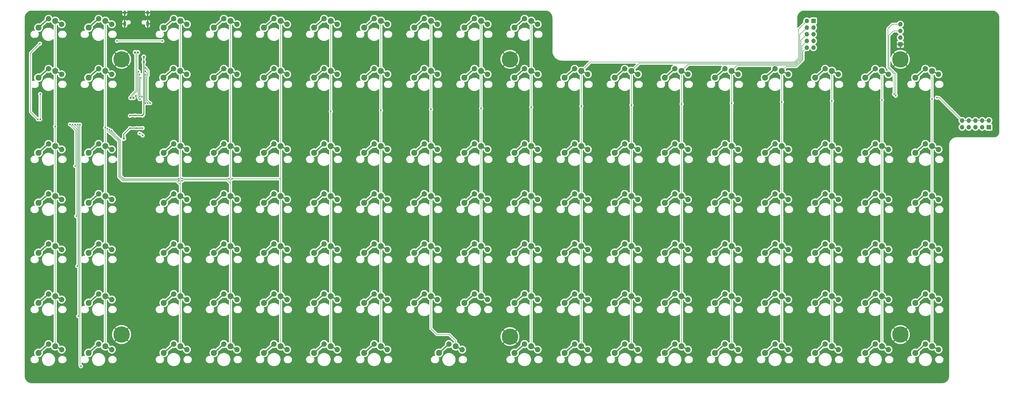
<source format=gbr>
%TF.GenerationSoftware,KiCad,Pcbnew,(6.0.0)*%
%TF.CreationDate,2022-04-29T20:19:50-04:00*%
%TF.ProjectId,TwoTailed,54776f54-6169-46c6-9564-2e6b69636164,rev?*%
%TF.SameCoordinates,Original*%
%TF.FileFunction,Copper,L1,Top*%
%TF.FilePolarity,Positive*%
%FSLAX46Y46*%
G04 Gerber Fmt 4.6, Leading zero omitted, Abs format (unit mm)*
G04 Created by KiCad (PCBNEW (6.0.0)) date 2022-04-29 20:19:50*
%MOMM*%
%LPD*%
G01*
G04 APERTURE LIST*
G04 Aperture macros list*
%AMFreePoly0*
4,1,43,3.919950,3.584524,3.997502,3.525357,4.046509,3.441015,4.059509,3.344340,4.034524,3.250049,3.975356,3.172497,0.900283,0.460621,0.939339,0.387168,0.996650,0.197342,1.016000,0.000000,1.015604,-0.028368,0.990752,-0.225093,0.928162,-0.413244,0.830219,-0.585655,0.700653,-0.735759,0.544400,-0.857837,0.367411,-0.947241,0.176427,-1.000565,-0.021277,-1.015777,-0.218171,-0.992299,
-0.406755,-0.931025,-0.579845,-0.834288,-0.730849,-0.705773,-0.854016,-0.550376,-0.944653,-0.374015,-0.999309,-0.183407,-1.015901,0.014186,-0.993798,0.211238,-0.933842,0.400245,-0.838315,0.574006,-0.710858,0.725904,-0.556324,0.850153,-0.380600,0.942019,-0.190379,0.998004,0.007093,1.015975,0.204295,0.995248,0.393716,0.936613,0.568140,0.842302,0.572783,0.838461,3.644643,3.547502,
3.728985,3.596509,3.825660,3.609509,3.919950,3.584524,3.919950,3.584524,$1*%
%AMFreePoly1*
4,1,45,0.119476,1.136739,0.324630,1.095931,0.518911,1.018420,0.695814,0.906803,0.849415,0.764816,0.974568,0.597216,1.067082,0.409615,1.123860,0.208295,1.143000,0.000000,1.141434,-0.059820,1.111419,-0.266828,1.102864,-0.292030,2.575395,-1.058225,2.651481,-1.119267,2.698415,-1.204778,2.709053,-1.301742,2.681775,-1.395395,2.620733,-1.471481,2.535222,-1.518415,2.438259,-1.529053,
2.344605,-1.501775,0.869677,-0.734333,0.808223,-0.808223,0.647402,-0.941976,0.464900,-1.044182,0.266828,-1.111419,0.059820,-1.141434,-0.149191,-1.133221,-0.353206,-1.087058,-0.545392,-1.004488,-0.719313,-0.888278,-0.869144,-0.742319,-0.989867,-0.571500,-1.077439,-0.381541,-1.128928,-0.178805,-1.142608,0.029920,-1.118023,0.237643,-1.055994,0.437407,-0.958600,0.622522,-0.829103,0.786789,
-0.671839,0.924706,-0.492074,1.031655,-0.295830,1.104053,-0.089679,1.139477,0.119476,1.136739,0.119476,1.136739,$1*%
G04 Aperture macros list end*
%TA.AperFunction,ComponentPad*%
%ADD10FreePoly0,180.000000*%
%TD*%
%TA.AperFunction,ComponentPad*%
%ADD11C,2.286000*%
%TD*%
%TA.AperFunction,SMDPad,CuDef*%
%ADD12C,2.032000*%
%TD*%
%TA.AperFunction,SMDPad,CuDef*%
%ADD13C,2.286000*%
%TD*%
%TA.AperFunction,ComponentPad*%
%ADD14FreePoly1,0.000000*%
%TD*%
%TA.AperFunction,ComponentPad*%
%ADD15C,2.032000*%
%TD*%
%TA.AperFunction,ComponentPad*%
%ADD16C,6.200000*%
%TD*%
%TA.AperFunction,ComponentPad*%
%ADD17R,1.700000X1.700000*%
%TD*%
%TA.AperFunction,ComponentPad*%
%ADD18O,1.700000X1.700000*%
%TD*%
%TA.AperFunction,ComponentPad*%
%ADD19O,1.000000X1.600000*%
%TD*%
%TA.AperFunction,ComponentPad*%
%ADD20O,1.000000X2.100000*%
%TD*%
%TA.AperFunction,ViaPad*%
%ADD21C,0.600000*%
%TD*%
%TA.AperFunction,ViaPad*%
%ADD22C,0.800000*%
%TD*%
%TA.AperFunction,Conductor*%
%ADD23C,0.200000*%
%TD*%
%TA.AperFunction,Conductor*%
%ADD24C,0.300000*%
%TD*%
G04 APERTURE END LIST*
D10*
%TO.P,K22,2*%
%TO.N,Net-(D22-Pad2)*%
X262731250Y-89350000D03*
D11*
X258921250Y-92710000D03*
D12*
X262731250Y-89350000D03*
D13*
%TO.P,K22,1*%
%TO.N,9*%
X265271250Y-90170000D03*
D14*
X265271250Y-90170000D03*
D15*
X267731250Y-91450000D03*
%TD*%
D10*
%TO.P,K66,2*%
%TO.N,Net-(D66-Pad2)*%
X62706250Y-156025000D03*
D12*
X62706250Y-156025000D03*
D11*
X58896250Y-159385000D03*
D13*
%TO.P,K66,1*%
%TO.N,20*%
X65246250Y-156845000D03*
D15*
X67706250Y-158125000D03*
D14*
X65246250Y-156845000D03*
%TD*%
D11*
%TO.P,K116,2*%
%TO.N,Net-(D116-Pad2)*%
X354171250Y-197485000D03*
D10*
X357981250Y-194125000D03*
D12*
X357981250Y-194125000D03*
D14*
%TO.P,K116,1*%
%TO.N,4*%
X360521250Y-194945000D03*
D15*
X362981250Y-196225000D03*
D13*
X360521250Y-194945000D03*
%TD*%
D11*
%TO.P,K57,2*%
%TO.N,Net-(D57-Pad2)*%
X239871250Y-140335000D03*
D12*
X243681250Y-136975000D03*
D10*
X243681250Y-136975000D03*
D14*
%TO.P,K57,1*%
%TO.N,10*%
X246221250Y-137795000D03*
D15*
X248681250Y-139075000D03*
D13*
X246221250Y-137795000D03*
%TD*%
D11*
%TO.P,K87,2*%
%TO.N,Net-(D87-Pad2)*%
X125571250Y-178435000D03*
D10*
X129381250Y-175075000D03*
D12*
X129381250Y-175075000D03*
D15*
%TO.P,K87,1*%
%TO.N,17*%
X134381250Y-177175000D03*
D13*
X131921250Y-175895000D03*
D14*
X131921250Y-175895000D03*
%TD*%
D10*
%TO.P,K93,2*%
%TO.N,Net-(D93-Pad2)*%
X243681250Y-175075000D03*
D12*
X243681250Y-175075000D03*
D11*
X239871250Y-178435000D03*
D15*
%TO.P,K93,1*%
%TO.N,10*%
X248681250Y-177175000D03*
D13*
X246221250Y-175895000D03*
D14*
X246221250Y-175895000D03*
%TD*%
D12*
%TO.P,K10,2*%
%TO.N,Net-(D10-Pad2)*%
X224631250Y-70300000D03*
D10*
X224631250Y-70300000D03*
D11*
X220821250Y-73660000D03*
D13*
%TO.P,K10,1*%
%TO.N,11*%
X227171250Y-71120000D03*
D15*
X229631250Y-72400000D03*
D14*
X227171250Y-71120000D03*
%TD*%
D12*
%TO.P,K86,2*%
%TO.N,Net-(D86-Pad2)*%
X110331250Y-175075000D03*
D11*
X106521250Y-178435000D03*
D10*
X110331250Y-175075000D03*
D15*
%TO.P,K86,1*%
%TO.N,18*%
X115331250Y-177175000D03*
D14*
X112871250Y-175895000D03*
D13*
X112871250Y-175895000D03*
%TD*%
D10*
%TO.P,K13,2*%
%TO.N,Net-(D13-Pad2)*%
X91186000Y-89350000D03*
D12*
X91186000Y-89350000D03*
D11*
X87376000Y-92710000D03*
D15*
%TO.P,K13,1*%
%TO.N,19*%
X96186000Y-91450000D03*
D13*
X93726000Y-90170000D03*
D14*
X93726000Y-90170000D03*
%TD*%
D10*
%TO.P,K94,2*%
%TO.N,Net-(D94-Pad2)*%
X262731250Y-175075000D03*
D11*
X258921250Y-178435000D03*
D12*
X262731250Y-175075000D03*
D13*
%TO.P,K94,1*%
%TO.N,9*%
X265271250Y-175895000D03*
D14*
X265271250Y-175895000D03*
D15*
X267731250Y-177175000D03*
%TD*%
D12*
%TO.P,K110,2*%
%TO.N,Net-(D110-Pad2)*%
X243681250Y-194125000D03*
D11*
X239871250Y-197485000D03*
D10*
X243681250Y-194125000D03*
D13*
%TO.P,K110,1*%
%TO.N,10*%
X246221250Y-194945000D03*
D14*
X246221250Y-194945000D03*
D15*
X248681250Y-196225000D03*
%TD*%
D10*
%TO.P,K60,2*%
%TO.N,Net-(D60-Pad2)*%
X300831250Y-136975000D03*
D12*
X300831250Y-136975000D03*
D11*
X297021250Y-140335000D03*
D14*
%TO.P,K60,1*%
%TO.N,7*%
X303371250Y-137795000D03*
D13*
X303371250Y-137795000D03*
D15*
X305831250Y-139075000D03*
%TD*%
D10*
%TO.P,K65,2*%
%TO.N,Net-(D65-Pad2)*%
X43656250Y-156025000D03*
D11*
X39846250Y-159385000D03*
D12*
X43656250Y-156025000D03*
D13*
%TO.P,K65,1*%
%TO.N,21*%
X46196250Y-156845000D03*
D15*
X48656250Y-158125000D03*
D14*
X46196250Y-156845000D03*
%TD*%
D12*
%TO.P,K101,2*%
%TO.N,Net-(D101-Pad2)*%
X43656250Y-194125000D03*
D11*
X39846250Y-197485000D03*
D10*
X43656250Y-194125000D03*
D14*
%TO.P,K101,1*%
%TO.N,21*%
X46196250Y-194945000D03*
D15*
X48656250Y-196225000D03*
D13*
X46196250Y-194945000D03*
%TD*%
D11*
%TO.P,K100,2*%
%TO.N,Net-(D100-Pad2)*%
X373221250Y-178435000D03*
D10*
X377031250Y-175075000D03*
D12*
X377031250Y-175075000D03*
D13*
%TO.P,K100,1*%
%TO.N,3*%
X379571250Y-175895000D03*
D14*
X379571250Y-175895000D03*
D15*
X382031250Y-177175000D03*
%TD*%
D11*
%TO.P,K88,2*%
%TO.N,Net-(D88-Pad2)*%
X144621250Y-178435000D03*
D10*
X148431250Y-175075000D03*
D12*
X148431250Y-175075000D03*
D13*
%TO.P,K88,1*%
%TO.N,15*%
X150971250Y-175895000D03*
D15*
X153431250Y-177175000D03*
D14*
X150971250Y-175895000D03*
%TD*%
D10*
%TO.P,K1,2*%
%TO.N,Net-(D1-Pad2)*%
X43656250Y-70300000D03*
D11*
X39846250Y-73660000D03*
D12*
X43656250Y-70300000D03*
D13*
%TO.P,K1,1*%
%TO.N,21*%
X46196250Y-71120000D03*
D14*
X46196250Y-71120000D03*
D15*
X48656250Y-72400000D03*
%TD*%
D12*
%TO.P,K111,2*%
%TO.N,Net-(D111-Pad2)*%
X262731250Y-194125000D03*
D10*
X262731250Y-194125000D03*
D11*
X258921250Y-197485000D03*
D14*
%TO.P,K111,1*%
%TO.N,9*%
X265271250Y-194945000D03*
D13*
X265271250Y-194945000D03*
D15*
X267731250Y-196225000D03*
%TD*%
D11*
%TO.P,K48,2*%
%TO.N,Net-(D48-Pad2)*%
X58896250Y-140335000D03*
D10*
X62706250Y-136975000D03*
D12*
X62706250Y-136975000D03*
D15*
%TO.P,K48,1*%
%TO.N,20*%
X67706250Y-139075000D03*
D13*
X65246250Y-137795000D03*
D14*
X65246250Y-137795000D03*
%TD*%
D10*
%TO.P,K59,2*%
%TO.N,Net-(D59-Pad2)*%
X281781250Y-136975000D03*
D12*
X281781250Y-136975000D03*
D11*
X277971250Y-140335000D03*
D13*
%TO.P,K59,1*%
%TO.N,8*%
X284321250Y-137795000D03*
D14*
X284321250Y-137795000D03*
D15*
X286781250Y-139075000D03*
%TD*%
D10*
%TO.P,K79,2*%
%TO.N,Net-(D79-Pad2)*%
X319881250Y-156025000D03*
D12*
X319881250Y-156025000D03*
D11*
X316071250Y-159385000D03*
D14*
%TO.P,K79,1*%
%TO.N,6*%
X322421250Y-156845000D03*
D15*
X324881250Y-158125000D03*
D13*
X322421250Y-156845000D03*
%TD*%
D11*
%TO.P,K39,2*%
%TO.N,Net-(D39-Pad2)*%
X239871250Y-121285000D03*
D10*
X243681250Y-117925000D03*
D12*
X243681250Y-117925000D03*
D14*
%TO.P,K39,1*%
%TO.N,10*%
X246221250Y-118745000D03*
D15*
X248681250Y-120025000D03*
D13*
X246221250Y-118745000D03*
%TD*%
D11*
%TO.P,K102,2*%
%TO.N,Net-(D102-Pad2)*%
X58896250Y-197485000D03*
D10*
X62706250Y-194125000D03*
D12*
X62706250Y-194125000D03*
D14*
%TO.P,K102,1*%
%TO.N,20*%
X65246250Y-194945000D03*
D13*
X65246250Y-194945000D03*
D15*
X67706250Y-196225000D03*
%TD*%
D10*
%TO.P,K64,2*%
%TO.N,Net-(D64-Pad2)*%
X377031250Y-136975000D03*
D12*
X377031250Y-136975000D03*
D11*
X373221250Y-140335000D03*
D13*
%TO.P,K64,1*%
%TO.N,3*%
X379571250Y-137795000D03*
D15*
X382031250Y-139075000D03*
D14*
X379571250Y-137795000D03*
%TD*%
D11*
%TO.P,K56,2*%
%TO.N,Net-(D56-Pad2)*%
X220821250Y-140335000D03*
D12*
X224631250Y-136975000D03*
D10*
X224631250Y-136975000D03*
D14*
%TO.P,K56,1*%
%TO.N,11*%
X227171250Y-137795000D03*
D15*
X229631250Y-139075000D03*
D13*
X227171250Y-137795000D03*
%TD*%
D10*
%TO.P,K55,2*%
%TO.N,Net-(D55-Pad2)*%
X205581250Y-136975000D03*
D12*
X205581250Y-136975000D03*
D11*
X201771250Y-140335000D03*
D14*
%TO.P,K55,1*%
%TO.N,12*%
X208121250Y-137795000D03*
D15*
X210581250Y-139075000D03*
D13*
X208121250Y-137795000D03*
%TD*%
D11*
%TO.P,K98,2*%
%TO.N,Net-(D98-Pad2)*%
X335121250Y-178435000D03*
D10*
X338931250Y-175075000D03*
D12*
X338931250Y-175075000D03*
D13*
%TO.P,K98,1*%
%TO.N,5*%
X341471250Y-175895000D03*
D15*
X343931250Y-177175000D03*
D14*
X341471250Y-175895000D03*
%TD*%
D11*
%TO.P,K58,2*%
%TO.N,Net-(D58-Pad2)*%
X258921250Y-140335000D03*
D10*
X262731250Y-136975000D03*
D12*
X262731250Y-136975000D03*
D13*
%TO.P,K58,1*%
%TO.N,9*%
X265271250Y-137795000D03*
D15*
X267731250Y-139075000D03*
D14*
X265271250Y-137795000D03*
%TD*%
D12*
%TO.P,K95,2*%
%TO.N,Net-(D95-Pad2)*%
X281781250Y-175075000D03*
D10*
X281781250Y-175075000D03*
D11*
X277971250Y-178435000D03*
D15*
%TO.P,K95,1*%
%TO.N,8*%
X286781250Y-177175000D03*
D13*
X284321250Y-175895000D03*
D14*
X284321250Y-175895000D03*
%TD*%
D10*
%TO.P,K49,2*%
%TO.N,Net-(D49-Pad2)*%
X91281250Y-136975000D03*
D11*
X87471250Y-140335000D03*
D12*
X91281250Y-136975000D03*
D14*
%TO.P,K49,1*%
%TO.N,19*%
X93821250Y-137795000D03*
D15*
X96281250Y-139075000D03*
D13*
X93821250Y-137795000D03*
%TD*%
D12*
%TO.P,K106,2*%
%TO.N,Net-(D106-Pad2)*%
X148431250Y-194125000D03*
D10*
X148431250Y-194125000D03*
D11*
X144621250Y-197485000D03*
D15*
%TO.P,K106,1*%
%TO.N,15*%
X153431250Y-196225000D03*
D14*
X150971250Y-194945000D03*
D13*
X150971250Y-194945000D03*
%TD*%
D12*
%TO.P,K103,2*%
%TO.N,Net-(D103-Pad2)*%
X91281250Y-194125000D03*
D11*
X87471250Y-197485000D03*
D10*
X91281250Y-194125000D03*
D14*
%TO.P,K103,1*%
%TO.N,19*%
X93821250Y-194945000D03*
D15*
X96281250Y-196225000D03*
D13*
X93821250Y-194945000D03*
%TD*%
D12*
%TO.P,K90,2*%
%TO.N,Net-(D90-Pad2)*%
X186531250Y-175075000D03*
D10*
X186531250Y-175075000D03*
D11*
X182721250Y-178435000D03*
D15*
%TO.P,K90,1*%
%TO.N,13*%
X191531250Y-177175000D03*
D14*
X189071250Y-175895000D03*
D13*
X189071250Y-175895000D03*
%TD*%
D11*
%TO.P,K105,2*%
%TO.N,Net-(D105-Pad2)*%
X125571250Y-197485000D03*
D10*
X129381250Y-194125000D03*
D12*
X129381250Y-194125000D03*
D14*
%TO.P,K105,1*%
%TO.N,17*%
X131921250Y-194945000D03*
D15*
X134381250Y-196225000D03*
D13*
X131921250Y-194945000D03*
%TD*%
D11*
%TO.P,K68,2*%
%TO.N,Net-(D68-Pad2)*%
X106521250Y-159385000D03*
D12*
X110331250Y-156025000D03*
D10*
X110331250Y-156025000D03*
D13*
%TO.P,K68,1*%
%TO.N,18*%
X112871250Y-156845000D03*
D15*
X115331250Y-158125000D03*
D14*
X112871250Y-156845000D03*
%TD*%
D10*
%TO.P,K73,2*%
%TO.N,Net-(D73-Pad2)*%
X205581250Y-156025000D03*
D11*
X201771250Y-159385000D03*
D12*
X205581250Y-156025000D03*
D14*
%TO.P,K73,1*%
%TO.N,12*%
X208121250Y-156845000D03*
D15*
X210581250Y-158125000D03*
D13*
X208121250Y-156845000D03*
%TD*%
D10*
%TO.P,K45,2*%
%TO.N,Net-(D45-Pad2)*%
X357981250Y-117925000D03*
D11*
X354171250Y-121285000D03*
D12*
X357981250Y-117925000D03*
D13*
%TO.P,K45,1*%
%TO.N,4*%
X360521250Y-118745000D03*
D15*
X362981250Y-120025000D03*
D14*
X360521250Y-118745000D03*
%TD*%
D11*
%TO.P,K17,2*%
%TO.N,Net-(D17-Pad2)*%
X163671250Y-92710000D03*
D10*
X167481250Y-89350000D03*
D12*
X167481250Y-89350000D03*
D15*
%TO.P,K17,1*%
%TO.N,14*%
X172481250Y-91450000D03*
D14*
X170021250Y-90170000D03*
D13*
X170021250Y-90170000D03*
%TD*%
D12*
%TO.P,K33,2*%
%TO.N,Net-(D33-Pad2)*%
X129381250Y-117925000D03*
D11*
X125571250Y-121285000D03*
D10*
X129381250Y-117925000D03*
D15*
%TO.P,K33,1*%
%TO.N,17*%
X134381250Y-120025000D03*
D13*
X131921250Y-118745000D03*
D14*
X131921250Y-118745000D03*
%TD*%
D12*
%TO.P,K15,2*%
%TO.N,Net-(D15-Pad2)*%
X129381250Y-89350000D03*
D11*
X125571250Y-92710000D03*
D10*
X129381250Y-89350000D03*
D15*
%TO.P,K15,1*%
%TO.N,17*%
X134381250Y-91450000D03*
D14*
X131921250Y-90170000D03*
D13*
X131921250Y-90170000D03*
%TD*%
D10*
%TO.P,K91,2*%
%TO.N,Net-(D91-Pad2)*%
X205581250Y-175075000D03*
D12*
X205581250Y-175075000D03*
D11*
X201771250Y-178435000D03*
D14*
%TO.P,K91,1*%
%TO.N,12*%
X208121250Y-175895000D03*
D13*
X208121250Y-175895000D03*
D15*
X210581250Y-177175000D03*
%TD*%
D12*
%TO.P,K74,2*%
%TO.N,Net-(D74-Pad2)*%
X224631250Y-156025000D03*
D11*
X220821250Y-159385000D03*
D10*
X224631250Y-156025000D03*
D15*
%TO.P,K74,1*%
%TO.N,11*%
X229631250Y-158125000D03*
D14*
X227171250Y-156845000D03*
D13*
X227171250Y-156845000D03*
%TD*%
D10*
%TO.P,K21,2*%
%TO.N,Net-(D21-Pad2)*%
X243681250Y-89350000D03*
D11*
X239871250Y-92710000D03*
D12*
X243681250Y-89350000D03*
D15*
%TO.P,K21,1*%
%TO.N,10*%
X248681250Y-91450000D03*
D14*
X246221250Y-90170000D03*
D13*
X246221250Y-90170000D03*
%TD*%
D11*
%TO.P,K117,2*%
%TO.N,Net-(D117-Pad2)*%
X373221250Y-197485000D03*
D12*
X377031250Y-194125000D03*
D10*
X377031250Y-194125000D03*
D14*
%TO.P,K117,1*%
%TO.N,3*%
X379571250Y-194945000D03*
D15*
X382031250Y-196225000D03*
D13*
X379571250Y-194945000D03*
%TD*%
D11*
%TO.P,K8,2*%
%TO.N,Net-(D8-Pad2)*%
X182721250Y-73660000D03*
D12*
X186531250Y-70300000D03*
D10*
X186531250Y-70300000D03*
D14*
%TO.P,K8,1*%
%TO.N,13*%
X189071250Y-71120000D03*
D15*
X191531250Y-72400000D03*
D13*
X189071250Y-71120000D03*
%TD*%
D10*
%TO.P,K80,2*%
%TO.N,Net-(D80-Pad2)*%
X338931250Y-156025000D03*
D11*
X335121250Y-159385000D03*
D12*
X338931250Y-156025000D03*
D13*
%TO.P,K80,1*%
%TO.N,5*%
X341471250Y-156845000D03*
D14*
X341471250Y-156845000D03*
D15*
X343931250Y-158125000D03*
%TD*%
D11*
%TO.P,K16,2*%
%TO.N,Net-(D16-Pad2)*%
X144621250Y-92710000D03*
D12*
X148431250Y-89350000D03*
D10*
X148431250Y-89350000D03*
D15*
%TO.P,K16,1*%
%TO.N,15*%
X153431250Y-91450000D03*
D14*
X150971250Y-90170000D03*
D13*
X150971250Y-90170000D03*
%TD*%
D10*
%TO.P,K2,2*%
%TO.N,Net-(D2-Pad2)*%
X62706250Y-70300000D03*
D11*
X58896250Y-73660000D03*
D12*
X62706250Y-70300000D03*
D13*
%TO.P,K2,1*%
%TO.N,20*%
X65246250Y-71120000D03*
D15*
X67706250Y-72400000D03*
D14*
X65246250Y-71120000D03*
%TD*%
D11*
%TO.P,K40,2*%
%TO.N,Net-(D40-Pad2)*%
X258921250Y-121285000D03*
D10*
X262731250Y-117925000D03*
D12*
X262731250Y-117925000D03*
D15*
%TO.P,K40,1*%
%TO.N,9*%
X267731250Y-120025000D03*
D14*
X265271250Y-118745000D03*
D13*
X265271250Y-118745000D03*
%TD*%
D10*
%TO.P,K76,2*%
%TO.N,Net-(D76-Pad2)*%
X262731250Y-156025000D03*
D11*
X258921250Y-159385000D03*
D12*
X262731250Y-156025000D03*
D13*
%TO.P,K76,1*%
%TO.N,9*%
X265271250Y-156845000D03*
D14*
X265271250Y-156845000D03*
D15*
X267731250Y-158125000D03*
%TD*%
D11*
%TO.P,K104,2*%
%TO.N,Net-(D104-Pad2)*%
X106521250Y-197485000D03*
D10*
X110331250Y-194125000D03*
D12*
X110331250Y-194125000D03*
D13*
%TO.P,K104,1*%
%TO.N,18*%
X112871250Y-194945000D03*
D14*
X112871250Y-194945000D03*
D15*
X115331250Y-196225000D03*
%TD*%
D11*
%TO.P,K114,2*%
%TO.N,Net-(D114-Pad2)*%
X316071250Y-197485000D03*
D10*
X319881250Y-194125000D03*
D12*
X319881250Y-194125000D03*
D13*
%TO.P,K114,1*%
%TO.N,6*%
X322421250Y-194945000D03*
D14*
X322421250Y-194945000D03*
D15*
X324881250Y-196225000D03*
%TD*%
D10*
%TO.P,K42,2*%
%TO.N,Net-(D42-Pad2)*%
X300831250Y-117925000D03*
D12*
X300831250Y-117925000D03*
D11*
X297021250Y-121285000D03*
D14*
%TO.P,K42,1*%
%TO.N,7*%
X303371250Y-118745000D03*
D15*
X305831250Y-120025000D03*
D13*
X303371250Y-118745000D03*
%TD*%
D10*
%TO.P,K63,2*%
%TO.N,Net-(D63-Pad2)*%
X357981250Y-136975000D03*
D12*
X357981250Y-136975000D03*
D11*
X354171250Y-140335000D03*
D15*
%TO.P,K63,1*%
%TO.N,4*%
X362981250Y-139075000D03*
D13*
X360521250Y-137795000D03*
D14*
X360521250Y-137795000D03*
%TD*%
D10*
%TO.P,K32,2*%
%TO.N,Net-(D32-Pad2)*%
X110331250Y-117925000D03*
D12*
X110331250Y-117925000D03*
D11*
X106521250Y-121285000D03*
D15*
%TO.P,K32,1*%
%TO.N,18*%
X115331250Y-120025000D03*
D13*
X112871250Y-118745000D03*
D14*
X112871250Y-118745000D03*
%TD*%
D10*
%TO.P,K61,2*%
%TO.N,Net-(D61-Pad2)*%
X319881250Y-136975000D03*
D12*
X319881250Y-136975000D03*
D11*
X316071250Y-140335000D03*
D15*
%TO.P,K61,1*%
%TO.N,6*%
X324881250Y-139075000D03*
D13*
X322421250Y-137795000D03*
D14*
X322421250Y-137795000D03*
%TD*%
D11*
%TO.P,K72,2*%
%TO.N,Net-(D72-Pad2)*%
X182721250Y-159385000D03*
D10*
X186531250Y-156025000D03*
D12*
X186531250Y-156025000D03*
D14*
%TO.P,K72,1*%
%TO.N,13*%
X189071250Y-156845000D03*
D13*
X189071250Y-156845000D03*
D15*
X191531250Y-158125000D03*
%TD*%
D10*
%TO.P,K75,2*%
%TO.N,Net-(D75-Pad2)*%
X243681250Y-156025000D03*
D12*
X243681250Y-156025000D03*
D11*
X239871250Y-159385000D03*
D15*
%TO.P,K75,1*%
%TO.N,10*%
X248681250Y-158125000D03*
D13*
X246221250Y-156845000D03*
D14*
X246221250Y-156845000D03*
%TD*%
D11*
%TO.P,K107,2*%
%TO.N,Net-(D107-Pad2)*%
X163671250Y-197485000D03*
D10*
X167481250Y-194125000D03*
D12*
X167481250Y-194125000D03*
D14*
%TO.P,K107,1*%
%TO.N,14*%
X170021250Y-194945000D03*
D13*
X170021250Y-194945000D03*
D15*
X172481250Y-196225000D03*
%TD*%
D11*
%TO.P,K38,2*%
%TO.N,Net-(D38-Pad2)*%
X220821250Y-121285000D03*
D12*
X224631250Y-117925000D03*
D10*
X224631250Y-117925000D03*
D13*
%TO.P,K38,1*%
%TO.N,11*%
X227171250Y-118745000D03*
D14*
X227171250Y-118745000D03*
D15*
X229631250Y-120025000D03*
%TD*%
D10*
%TO.P,K77,2*%
%TO.N,Net-(D77-Pad2)*%
X281781250Y-156025000D03*
D12*
X281781250Y-156025000D03*
D11*
X277971250Y-159385000D03*
D13*
%TO.P,K77,1*%
%TO.N,8*%
X284321250Y-156845000D03*
D14*
X284321250Y-156845000D03*
D15*
X286781250Y-158125000D03*
%TD*%
D11*
%TO.P,K51,2*%
%TO.N,Net-(D51-Pad2)*%
X125571250Y-140335000D03*
D12*
X129381250Y-136975000D03*
D10*
X129381250Y-136975000D03*
D13*
%TO.P,K51,1*%
%TO.N,17*%
X131921250Y-137795000D03*
D15*
X134381250Y-139075000D03*
D14*
X131921250Y-137795000D03*
%TD*%
D12*
%TO.P,K30,2*%
%TO.N,Net-(D30-Pad2)*%
X62706250Y-117925000D03*
D10*
X62706250Y-117925000D03*
D11*
X58896250Y-121285000D03*
D13*
%TO.P,K30,1*%
%TO.N,20*%
X65246250Y-118745000D03*
D15*
X67706250Y-120025000D03*
D14*
X65246250Y-118745000D03*
%TD*%
D12*
%TO.P,K70,2*%
%TO.N,Net-(D70-Pad2)*%
X148431250Y-156025000D03*
D10*
X148431250Y-156025000D03*
D11*
X144621250Y-159385000D03*
D15*
%TO.P,K70,1*%
%TO.N,15*%
X153431250Y-158125000D03*
D13*
X150971250Y-156845000D03*
D14*
X150971250Y-156845000D03*
%TD*%
D12*
%TO.P,K7,2*%
%TO.N,Net-(D7-Pad2)*%
X167481250Y-70300000D03*
D10*
X167481250Y-70300000D03*
D11*
X163671250Y-73660000D03*
D15*
%TO.P,K7,1*%
%TO.N,14*%
X172481250Y-72400000D03*
D14*
X170021250Y-71120000D03*
D13*
X170021250Y-71120000D03*
%TD*%
D11*
%TO.P,K78,2*%
%TO.N,Net-(D78-Pad2)*%
X297021250Y-159385000D03*
D12*
X300831250Y-156025000D03*
D10*
X300831250Y-156025000D03*
D15*
%TO.P,K78,1*%
%TO.N,7*%
X305831250Y-158125000D03*
D13*
X303371250Y-156845000D03*
D14*
X303371250Y-156845000D03*
%TD*%
D11*
%TO.P,K85,2*%
%TO.N,Net-(D85-Pad2)*%
X87471250Y-178435000D03*
D10*
X91281250Y-175075000D03*
D12*
X91281250Y-175075000D03*
D14*
%TO.P,K85,1*%
%TO.N,19*%
X93821250Y-175895000D03*
D13*
X93821250Y-175895000D03*
D15*
X96281250Y-177175000D03*
%TD*%
D10*
%TO.P,K14,2*%
%TO.N,Net-(D14-Pad2)*%
X110331250Y-89350000D03*
D11*
X106521250Y-92710000D03*
D12*
X110331250Y-89350000D03*
D13*
%TO.P,K14,1*%
%TO.N,18*%
X112871250Y-90170000D03*
D14*
X112871250Y-90170000D03*
D15*
X115331250Y-91450000D03*
%TD*%
D10*
%TO.P,K11,2*%
%TO.N,Net-(D11-Pad2)*%
X43656250Y-89350000D03*
D12*
X43656250Y-89350000D03*
D11*
X39846250Y-92710000D03*
D14*
%TO.P,K11,1*%
%TO.N,21*%
X46196250Y-90170000D03*
D15*
X48656250Y-91450000D03*
D13*
X46196250Y-90170000D03*
%TD*%
D12*
%TO.P,K28,2*%
%TO.N,Net-(D28-Pad2)*%
X377031250Y-89350000D03*
D11*
X373221250Y-92710000D03*
D10*
X377031250Y-89350000D03*
D15*
%TO.P,K28,1*%
%TO.N,3*%
X382031250Y-91450000D03*
D13*
X379571250Y-90170000D03*
D14*
X379571250Y-90170000D03*
%TD*%
D12*
%TO.P,K92,2*%
%TO.N,Net-(D92-Pad2)*%
X224631250Y-175075000D03*
D10*
X224631250Y-175075000D03*
D11*
X220821250Y-178435000D03*
D14*
%TO.P,K92,1*%
%TO.N,11*%
X227171250Y-175895000D03*
D13*
X227171250Y-175895000D03*
D15*
X229631250Y-177175000D03*
%TD*%
D10*
%TO.P,K52,2*%
%TO.N,Net-(D52-Pad2)*%
X148431250Y-136975000D03*
D11*
X144621250Y-140335000D03*
D12*
X148431250Y-136975000D03*
D14*
%TO.P,K52,1*%
%TO.N,15*%
X150971250Y-137795000D03*
D13*
X150971250Y-137795000D03*
D15*
X153431250Y-139075000D03*
%TD*%
D11*
%TO.P,K89,2*%
%TO.N,Net-(D89-Pad2)*%
X163671250Y-178435000D03*
D12*
X167481250Y-175075000D03*
D10*
X167481250Y-175075000D03*
D13*
%TO.P,K89,1*%
%TO.N,14*%
X170021250Y-175895000D03*
D15*
X172481250Y-177175000D03*
D14*
X170021250Y-175895000D03*
%TD*%
D12*
%TO.P,K108,2*%
%TO.N,Net-(D108-Pad2)*%
X195897500Y-194125000D03*
D11*
X192087500Y-197485000D03*
D10*
X195897500Y-194125000D03*
D14*
%TO.P,K108,1*%
%TO.N,13*%
X198437500Y-194945000D03*
D15*
X200897500Y-196225000D03*
D13*
X198437500Y-194945000D03*
%TD*%
D11*
%TO.P,K81,2*%
%TO.N,Net-(D81-Pad2)*%
X354171250Y-159385000D03*
D10*
X357981250Y-156025000D03*
D12*
X357981250Y-156025000D03*
D15*
%TO.P,K81,1*%
%TO.N,4*%
X362981250Y-158125000D03*
D14*
X360521250Y-156845000D03*
D13*
X360521250Y-156845000D03*
%TD*%
D12*
%TO.P,K27,2*%
%TO.N,Net-(D27-Pad2)*%
X357981250Y-89350000D03*
D10*
X357981250Y-89350000D03*
D11*
X354171250Y-92710000D03*
D14*
%TO.P,K27,1*%
%TO.N,4*%
X360521250Y-90170000D03*
D15*
X362981250Y-91450000D03*
D13*
X360521250Y-90170000D03*
%TD*%
D10*
%TO.P,K25,2*%
%TO.N,Net-(D25-Pad2)*%
X319881250Y-89350000D03*
D12*
X319881250Y-89350000D03*
D11*
X316071250Y-92710000D03*
D14*
%TO.P,K25,1*%
%TO.N,6*%
X322421250Y-90170000D03*
D13*
X322421250Y-90170000D03*
D15*
X324881250Y-91450000D03*
%TD*%
D11*
%TO.P,K112,2*%
%TO.N,Net-(D112-Pad2)*%
X277971550Y-197485000D03*
D10*
X281781550Y-194125000D03*
D12*
X281781550Y-194125000D03*
D14*
%TO.P,K112,1*%
%TO.N,8*%
X284321550Y-194945000D03*
D13*
X284321550Y-194945000D03*
D15*
X286781550Y-196225000D03*
%TD*%
D10*
%TO.P,K47,2*%
%TO.N,Net-(D47-Pad2)*%
X43656250Y-136975000D03*
D12*
X43656250Y-136975000D03*
D11*
X39846250Y-140335000D03*
D13*
%TO.P,K47,1*%
%TO.N,21*%
X46196250Y-137795000D03*
D14*
X46196250Y-137795000D03*
D15*
X48656250Y-139075000D03*
%TD*%
D11*
%TO.P,K83,2*%
%TO.N,Net-(D83-Pad2)*%
X39846250Y-178435000D03*
D12*
X43656250Y-175075000D03*
D10*
X43656250Y-175075000D03*
D13*
%TO.P,K83,1*%
%TO.N,21*%
X46196250Y-175895000D03*
D14*
X46196250Y-175895000D03*
D15*
X48656250Y-177175000D03*
%TD*%
D12*
%TO.P,K99,2*%
%TO.N,Net-(D99-Pad2)*%
X357981250Y-175075000D03*
D10*
X357981250Y-175075000D03*
D11*
X354171250Y-178435000D03*
D15*
%TO.P,K99,1*%
%TO.N,4*%
X362981250Y-177175000D03*
D13*
X360521250Y-175895000D03*
D14*
X360521250Y-175895000D03*
%TD*%
D11*
%TO.P,K37,2*%
%TO.N,Net-(D37-Pad2)*%
X201771250Y-121285000D03*
D12*
X205581250Y-117925000D03*
D10*
X205581250Y-117925000D03*
D14*
%TO.P,K37,1*%
%TO.N,12*%
X208121250Y-118745000D03*
D15*
X210581250Y-120025000D03*
D13*
X208121250Y-118745000D03*
%TD*%
D10*
%TO.P,K29,2*%
%TO.N,Net-(D29-Pad2)*%
X43656250Y-117925000D03*
D11*
X39846250Y-121285000D03*
D12*
X43656250Y-117925000D03*
D13*
%TO.P,K29,1*%
%TO.N,21*%
X46196250Y-118745000D03*
D15*
X48656250Y-120025000D03*
D14*
X46196250Y-118745000D03*
%TD*%
D12*
%TO.P,K20,2*%
%TO.N,Net-(D20-Pad2)*%
X224631250Y-89350000D03*
D10*
X224631250Y-89350000D03*
D11*
X220821250Y-92710000D03*
D13*
%TO.P,K20,1*%
%TO.N,11*%
X227171250Y-90170000D03*
D15*
X229631250Y-91450000D03*
D14*
X227171250Y-90170000D03*
%TD*%
D10*
%TO.P,K62,2*%
%TO.N,Net-(D62-Pad2)*%
X338931250Y-136975000D03*
D11*
X335121250Y-140335000D03*
D12*
X338931250Y-136975000D03*
D13*
%TO.P,K62,1*%
%TO.N,5*%
X341471250Y-137795000D03*
D15*
X343931250Y-139075000D03*
D14*
X341471250Y-137795000D03*
%TD*%
D10*
%TO.P,K96,2*%
%TO.N,Net-(D96-Pad2)*%
X300831250Y-175075000D03*
D12*
X300831250Y-175075000D03*
D11*
X297021250Y-178435000D03*
D13*
%TO.P,K96,1*%
%TO.N,7*%
X303371250Y-175895000D03*
D14*
X303371250Y-175895000D03*
D15*
X305831250Y-177175000D03*
%TD*%
D12*
%TO.P,K34,2*%
%TO.N,Net-(D34-Pad2)*%
X148431250Y-117925000D03*
D10*
X148431250Y-117925000D03*
D11*
X144621250Y-121285000D03*
D13*
%TO.P,K34,1*%
%TO.N,15*%
X150971250Y-118745000D03*
D14*
X150971250Y-118745000D03*
D15*
X153431250Y-120025000D03*
%TD*%
D10*
%TO.P,K41,2*%
%TO.N,Net-(D41-Pad2)*%
X281781250Y-117925000D03*
D12*
X281781250Y-117925000D03*
D11*
X277971250Y-121285000D03*
D13*
%TO.P,K41,1*%
%TO.N,8*%
X284321250Y-118745000D03*
D15*
X286781250Y-120025000D03*
D14*
X284321250Y-118745000D03*
%TD*%
D11*
%TO.P,K3,2*%
%TO.N,Net-(D3-Pad2)*%
X87471250Y-73660000D03*
D12*
X91281250Y-70300000D03*
D10*
X91281250Y-70300000D03*
D14*
%TO.P,K3,1*%
%TO.N,19*%
X93821250Y-71120000D03*
D13*
X93821250Y-71120000D03*
D15*
X96281250Y-72400000D03*
%TD*%
D10*
%TO.P,K12,2*%
%TO.N,Net-(D12-Pad2)*%
X62706250Y-89350000D03*
D12*
X62706250Y-89350000D03*
D11*
X58896250Y-92710000D03*
D14*
%TO.P,K12,1*%
%TO.N,20*%
X65246250Y-90170000D03*
D13*
X65246250Y-90170000D03*
D15*
X67706250Y-91450000D03*
%TD*%
D10*
%TO.P,K36,2*%
%TO.N,Net-(D36-Pad2)*%
X186531250Y-117925000D03*
D11*
X182721250Y-121285000D03*
D12*
X186531250Y-117925000D03*
D15*
%TO.P,K36,1*%
%TO.N,13*%
X191531250Y-120025000D03*
D14*
X189071250Y-118745000D03*
D13*
X189071250Y-118745000D03*
%TD*%
D10*
%TO.P,K19,2*%
%TO.N,Net-(D19-Pad2)*%
X205581250Y-89350000D03*
D11*
X201771250Y-92710000D03*
D12*
X205581250Y-89350000D03*
D13*
%TO.P,K19,1*%
%TO.N,12*%
X208121250Y-90170000D03*
D15*
X210581250Y-91450000D03*
D14*
X208121250Y-90170000D03*
%TD*%
D12*
%TO.P,K53,2*%
%TO.N,Net-(D53-Pad2)*%
X167481250Y-136975000D03*
D10*
X167481250Y-136975000D03*
D11*
X163671250Y-140335000D03*
D13*
%TO.P,K53,1*%
%TO.N,14*%
X170021250Y-137795000D03*
D15*
X172481250Y-139075000D03*
D14*
X170021250Y-137795000D03*
%TD*%
D10*
%TO.P,K115,2*%
%TO.N,Net-(D115-Pad2)*%
X338931250Y-194125000D03*
D11*
X335121250Y-197485000D03*
D12*
X338931250Y-194125000D03*
D15*
%TO.P,K115,1*%
%TO.N,5*%
X343931250Y-196225000D03*
D13*
X341471250Y-194945000D03*
D14*
X341471250Y-194945000D03*
%TD*%
D10*
%TO.P,K109,2*%
%TO.N,Net-(D109-Pad2)*%
X224631250Y-194125000D03*
D11*
X220821250Y-197485000D03*
D12*
X224631250Y-194125000D03*
D14*
%TO.P,K109,1*%
%TO.N,11*%
X227171250Y-194945000D03*
D15*
X229631250Y-196225000D03*
D13*
X227171250Y-194945000D03*
%TD*%
D10*
%TO.P,K50,2*%
%TO.N,Net-(D50-Pad2)*%
X110331250Y-136975000D03*
D12*
X110331250Y-136975000D03*
D11*
X106521250Y-140335000D03*
D14*
%TO.P,K50,1*%
%TO.N,18*%
X112871250Y-137795000D03*
D13*
X112871250Y-137795000D03*
D15*
X115331250Y-139075000D03*
%TD*%
D10*
%TO.P,K67,2*%
%TO.N,Net-(D67-Pad2)*%
X91281250Y-156025000D03*
D12*
X91281250Y-156025000D03*
D11*
X87471250Y-159385000D03*
D14*
%TO.P,K67,1*%
%TO.N,19*%
X93821250Y-156845000D03*
D13*
X93821250Y-156845000D03*
D15*
X96281250Y-158125000D03*
%TD*%
D11*
%TO.P,K82,2*%
%TO.N,Net-(D82-Pad2)*%
X373221250Y-159385000D03*
D12*
X377031250Y-156025000D03*
D10*
X377031250Y-156025000D03*
D13*
%TO.P,K82,1*%
%TO.N,3*%
X379571250Y-156845000D03*
D15*
X382031250Y-158125000D03*
D14*
X379571250Y-156845000D03*
%TD*%
D12*
%TO.P,K31,2*%
%TO.N,Net-(D31-Pad2)*%
X91281250Y-117925000D03*
D10*
X91281250Y-117925000D03*
D11*
X87471250Y-121285000D03*
D14*
%TO.P,K31,1*%
%TO.N,19*%
X93821250Y-118745000D03*
D13*
X93821250Y-118745000D03*
D15*
X96281250Y-120025000D03*
%TD*%
D12*
%TO.P,K6,2*%
%TO.N,Net-(D6-Pad2)*%
X148431250Y-70300000D03*
D10*
X148431250Y-70300000D03*
D11*
X144621250Y-73660000D03*
D15*
%TO.P,K6,1*%
%TO.N,15*%
X153431250Y-72400000D03*
D14*
X150971250Y-71120000D03*
D13*
X150971250Y-71120000D03*
%TD*%
D11*
%TO.P,K54,2*%
%TO.N,Net-(D54-Pad2)*%
X182721250Y-140335000D03*
D12*
X186531250Y-136975000D03*
D10*
X186531250Y-136975000D03*
D14*
%TO.P,K54,1*%
%TO.N,13*%
X189071250Y-137795000D03*
D13*
X189071250Y-137795000D03*
D15*
X191531250Y-139075000D03*
%TD*%
D11*
%TO.P,K71,2*%
%TO.N,Net-(D71-Pad2)*%
X163671250Y-159385000D03*
D12*
X167481250Y-156025000D03*
D10*
X167481250Y-156025000D03*
D15*
%TO.P,K71,1*%
%TO.N,14*%
X172481250Y-158125000D03*
D13*
X170021250Y-156845000D03*
D14*
X170021250Y-156845000D03*
%TD*%
D12*
%TO.P,K24,2*%
%TO.N,Net-(D24-Pad2)*%
X300831250Y-89350000D03*
D11*
X297021250Y-92710000D03*
D10*
X300831250Y-89350000D03*
D14*
%TO.P,K24,1*%
%TO.N,7*%
X303371250Y-90170000D03*
D13*
X303371250Y-90170000D03*
D15*
X305831250Y-91450000D03*
%TD*%
D10*
%TO.P,K23,2*%
%TO.N,Net-(D23-Pad2)*%
X281781250Y-89350000D03*
D11*
X277971250Y-92710000D03*
D12*
X281781250Y-89350000D03*
D15*
%TO.P,K23,1*%
%TO.N,8*%
X286781250Y-91450000D03*
D13*
X284321250Y-90170000D03*
D14*
X284321250Y-90170000D03*
%TD*%
D12*
%TO.P,K43,2*%
%TO.N,Net-(D43-Pad2)*%
X319881250Y-117925000D03*
D10*
X319881250Y-117925000D03*
D11*
X316071250Y-121285000D03*
D13*
%TO.P,K43,1*%
%TO.N,6*%
X322421250Y-118745000D03*
D15*
X324881250Y-120025000D03*
D14*
X322421250Y-118745000D03*
%TD*%
D11*
%TO.P,K69,2*%
%TO.N,Net-(D69-Pad2)*%
X125571250Y-159385000D03*
D10*
X129381250Y-156025000D03*
D12*
X129381250Y-156025000D03*
D14*
%TO.P,K69,1*%
%TO.N,17*%
X131921250Y-156845000D03*
D15*
X134381250Y-158125000D03*
D13*
X131921250Y-156845000D03*
%TD*%
D11*
%TO.P,K5,2*%
%TO.N,Net-(D5-Pad2)*%
X125571250Y-73660000D03*
D12*
X129381250Y-70300000D03*
D10*
X129381250Y-70300000D03*
D14*
%TO.P,K5,1*%
%TO.N,17*%
X131921250Y-71120000D03*
D13*
X131921250Y-71120000D03*
D15*
X134381250Y-72400000D03*
%TD*%
D10*
%TO.P,K46,2*%
%TO.N,Net-(D46-Pad2)*%
X377031250Y-117925000D03*
D12*
X377031250Y-117925000D03*
D11*
X373221250Y-121285000D03*
D14*
%TO.P,K46,1*%
%TO.N,3*%
X379571250Y-118745000D03*
D15*
X382031250Y-120025000D03*
D13*
X379571250Y-118745000D03*
%TD*%
D12*
%TO.P,K97,2*%
%TO.N,Net-(D97-Pad2)*%
X319881250Y-175075000D03*
D10*
X319881250Y-175075000D03*
D11*
X316071250Y-178435000D03*
D14*
%TO.P,K97,1*%
%TO.N,6*%
X322421250Y-175895000D03*
D15*
X324881250Y-177175000D03*
D13*
X322421250Y-175895000D03*
%TD*%
D10*
%TO.P,K84,2*%
%TO.N,Net-(D84-Pad2)*%
X62706250Y-175075000D03*
D12*
X62706250Y-175075000D03*
D11*
X58896250Y-178435000D03*
D13*
%TO.P,K84,1*%
%TO.N,20*%
X65246250Y-175895000D03*
D14*
X65246250Y-175895000D03*
D15*
X67706250Y-177175000D03*
%TD*%
D11*
%TO.P,K18,2*%
%TO.N,Net-(D18-Pad2)*%
X182721250Y-92710000D03*
D10*
X186531250Y-89350000D03*
D12*
X186531250Y-89350000D03*
D15*
%TO.P,K18,1*%
%TO.N,13*%
X191531250Y-91450000D03*
D13*
X189071250Y-90170000D03*
D14*
X189071250Y-90170000D03*
%TD*%
D10*
%TO.P,K4,2*%
%TO.N,Net-(D4-Pad2)*%
X110331250Y-70300000D03*
D12*
X110331250Y-70300000D03*
D11*
X106521250Y-73660000D03*
D13*
%TO.P,K4,1*%
%TO.N,18*%
X112871250Y-71120000D03*
D14*
X112871250Y-71120000D03*
D15*
X115331250Y-72400000D03*
%TD*%
D11*
%TO.P,K9,2*%
%TO.N,Net-(D9-Pad2)*%
X201771250Y-73660000D03*
D12*
X205581250Y-70300000D03*
D10*
X205581250Y-70300000D03*
D15*
%TO.P,K9,1*%
%TO.N,12*%
X210581250Y-72400000D03*
D14*
X208121250Y-71120000D03*
D13*
X208121250Y-71120000D03*
%TD*%
D10*
%TO.P,K35,2*%
%TO.N,Net-(D35-Pad2)*%
X167481250Y-117925000D03*
D11*
X163671250Y-121285000D03*
D12*
X167481250Y-117925000D03*
D15*
%TO.P,K35,1*%
%TO.N,14*%
X172481250Y-120025000D03*
D13*
X170021250Y-118745000D03*
D14*
X170021250Y-118745000D03*
%TD*%
D12*
%TO.P,K26,2*%
%TO.N,Net-(D26-Pad2)*%
X338931250Y-89350000D03*
D10*
X338931250Y-89350000D03*
D11*
X335121250Y-92710000D03*
D15*
%TO.P,K26,1*%
%TO.N,5*%
X343931250Y-91450000D03*
D14*
X341471250Y-90170000D03*
D13*
X341471250Y-90170000D03*
%TD*%
D12*
%TO.P,K113,2*%
%TO.N,Net-(D113-Pad2)*%
X300831250Y-194125000D03*
D10*
X300831250Y-194125000D03*
D11*
X297021250Y-197485000D03*
D14*
%TO.P,K113,1*%
%TO.N,7*%
X303371250Y-194945000D03*
D15*
X305831250Y-196225000D03*
D13*
X303371250Y-194945000D03*
%TD*%
D12*
%TO.P,K44,2*%
%TO.N,Net-(D44-Pad2)*%
X338931250Y-117925000D03*
D10*
X338931250Y-117925000D03*
D11*
X335121250Y-121285000D03*
D14*
%TO.P,K44,1*%
%TO.N,5*%
X341471250Y-118745000D03*
D15*
X343931250Y-120025000D03*
D13*
X341471250Y-118745000D03*
%TD*%
D16*
%TO.P,H2,1,1*%
%TO.N,GND*%
X219075000Y-85725000D03*
%TD*%
%TO.P,H6,1,1*%
%TO.N,GND*%
X367506250Y-190500000D03*
%TD*%
D17*
%TO.P,J2,1,Pin_1*%
%TO.N,GND*%
X367506250Y-79995200D03*
D18*
%TO.P,J2,2,Pin_2*%
%TO.N,+3V3*%
X367506250Y-77455200D03*
%TO.P,J2,3,Pin_3*%
%TO.N,1*%
X367506250Y-74915200D03*
%TO.P,J2,4,Pin_4*%
%TO.N,0*%
X367506250Y-72375200D03*
%TD*%
D16*
%TO.P,H5,1,1*%
%TO.N,GND*%
X219075000Y-191293750D03*
%TD*%
D17*
%TO.P,JT2,1,Pin_1*%
%TO.N,Net-(DT6-Pad2)*%
X401156250Y-111575000D03*
D18*
%TO.P,JT2,2,Pin_2*%
%TO.N,2*%
X401156250Y-109035000D03*
%TO.P,JT2,3,Pin_3*%
%TO.N,Net-(DT7-Pad2)*%
X398616250Y-111575000D03*
%TO.P,JT2,4,Pin_4*%
%TO.N,2*%
X398616250Y-109035000D03*
%TO.P,JT2,5,Pin_5*%
%TO.N,Net-(DT8-Pad2)*%
X396076250Y-111575000D03*
%TO.P,JT2,6,Pin_6*%
%TO.N,2*%
X396076250Y-109035000D03*
%TO.P,JT2,7,Pin_7*%
%TO.N,Net-(DT9-Pad2)*%
X393536250Y-111575000D03*
%TO.P,JT2,8,Pin_8*%
%TO.N,2*%
X393536250Y-109035000D03*
%TO.P,JT2,9,Pin_9*%
%TO.N,Net-(DT10-Pad2)*%
X390996250Y-111575000D03*
%TO.P,JT2,10,Pin_10*%
%TO.N,2*%
X390996250Y-109035000D03*
%TD*%
D19*
%TO.P,J1,S1,SHIELD*%
%TO.N,GND*%
X81313750Y-68006250D03*
D20*
X81313750Y-72186250D03*
D19*
X72673750Y-68006250D03*
D20*
X72673750Y-72186250D03*
%TD*%
D17*
%TO.P,JT1,1,Pin_1*%
%TO.N,Net-(DT1-Pad2)*%
X334475000Y-71125000D03*
D18*
%TO.P,JT1,2,Pin_2*%
%TO.N,10*%
X331935000Y-71125000D03*
%TO.P,JT1,3,Pin_3*%
%TO.N,Net-(DT2-Pad2)*%
X334475000Y-73665000D03*
%TO.P,JT1,4,Pin_4*%
%TO.N,9*%
X331935000Y-73665000D03*
%TO.P,JT1,5,Pin_5*%
%TO.N,Net-(DT3-Pad2)*%
X334475000Y-76205000D03*
%TO.P,JT1,6,Pin_6*%
%TO.N,8*%
X331935000Y-76205000D03*
%TO.P,JT1,7,Pin_7*%
%TO.N,Net-(DT4-Pad2)*%
X334475000Y-78745000D03*
%TO.P,JT1,8,Pin_8*%
%TO.N,7*%
X331935000Y-78745000D03*
%TO.P,JT1,9,Pin_9*%
%TO.N,Net-(DT5-Pad2)*%
X334475000Y-81285000D03*
%TO.P,JT1,10,Pin_10*%
%TO.N,6*%
X331935000Y-81285000D03*
%TD*%
D16*
%TO.P,H1,1,1*%
%TO.N,GND*%
X71437500Y-85725000D03*
%TD*%
%TO.P,H4,1,1*%
%TO.N,GND*%
X71437500Y-190500000D03*
%TD*%
%TO.P,H3,1,1*%
%TO.N,GND*%
X367506250Y-85725000D03*
%TD*%
D21*
%TO.N,+3V3*%
X74581705Y-111952819D03*
%TO.N,GND*%
X60833000Y-178943000D03*
X60960000Y-159639000D03*
X60960000Y-121412000D03*
X60960000Y-140462000D03*
%TO.N,28{slash}A2*%
X40386000Y-79756000D03*
X39624000Y-108585000D03*
%TO.N,27{slash}A1*%
X40513000Y-108585000D03*
X40513000Y-98933000D03*
%TO.N,26{slash}A0*%
X53827940Y-126365000D03*
X51816000Y-110490000D03*
%TO.N,25*%
X54227460Y-145415000D03*
X52705000Y-110560820D03*
%TO.N,24*%
X54626980Y-164465000D03*
X53721000Y-110560820D03*
%TO.N,23*%
X55026500Y-183515000D03*
X54737000Y-110560820D03*
%TO.N,22*%
X56007000Y-202565000D03*
X55626000Y-110560820D03*
%TO.N,GND*%
X69469000Y-110998000D03*
X69723000Y-106549500D03*
%TO.N,17*%
X112271750Y-131191000D03*
X113470750Y-131191000D03*
X94420750Y-131153497D03*
X93221750Y-131191000D03*
%TO.N,18*%
X94420750Y-131953000D03*
X93217029Y-131990488D03*
%TO.N,17*%
X67543340Y-112958380D03*
%TO.N,18*%
X66798508Y-112558860D03*
%TO.N,19*%
X66040000Y-112159340D03*
%TO.N,20*%
X65246250Y-111759820D03*
%TO.N,21*%
X46196250Y-111283750D03*
%TO.N,15*%
X150971250Y-105561251D03*
%TO.N,14*%
X170021250Y-105161731D03*
%TO.N,13*%
X189071250Y-104762211D03*
%TO.N,12*%
X208121250Y-104362691D03*
%TO.N,11*%
X227171250Y-103963171D03*
%TO.N,10*%
X246221250Y-103563651D03*
%TO.N,9*%
X265271250Y-103164131D03*
%TO.N,8*%
X284321250Y-102774750D03*
%TO.N,15*%
X78232000Y-113919000D03*
X79467050Y-114711039D03*
%TO.N,GND*%
X84836000Y-110871000D03*
%TO.N,7*%
X303371250Y-102393750D03*
%TO.N,6*%
X322421250Y-101965571D03*
%TO.N,5*%
X341471250Y-101568250D03*
%TO.N,4*%
X360521250Y-101187250D03*
%TO.N,3*%
X379571250Y-100806250D03*
%TO.N,2*%
X381381000Y-100330000D03*
%TO.N,0*%
X365160500Y-99002666D03*
%TO.N,1*%
X365760000Y-99568000D03*
%TO.N,GND*%
X382397000Y-122047000D03*
X382397000Y-141224000D03*
X348869000Y-92456000D03*
X78486000Y-80137000D03*
%TO.N,28{slash}A2*%
X69691250Y-78740000D03*
X86950000Y-78740000D03*
%TO.N,GND*%
X77200000Y-101200000D03*
%TO.N,CS*%
X80529500Y-89000000D03*
%TO.N,SD1*%
X80529500Y-90300000D03*
%TO.N,CS*%
X82300000Y-102400000D03*
%TO.N,SD1*%
X81400000Y-102400000D03*
%TO.N,SD2*%
X80529500Y-102400000D03*
X80529500Y-91500000D03*
%TO.N,SD0*%
X78712541Y-92800000D03*
X79223911Y-99976089D03*
%TO.N,CLOCK*%
X78313021Y-91500000D03*
X78400000Y-100000000D03*
%TO.N,SD3*%
X78400000Y-100900000D03*
X77913501Y-90400000D03*
%TO.N,+3V3*%
X79415129Y-107124138D03*
X74610000Y-107190000D03*
X77135181Y-111952819D03*
X79406134Y-111911180D03*
X76594250Y-107113489D03*
D22*
%TO.N,DB-*%
X74875000Y-100400000D03*
%TO.N,DB+*%
X75925000Y-100400000D03*
%TO.N,DB-*%
X76564000Y-83100000D03*
%TO.N,DB+*%
X77614000Y-83100000D03*
%TO.N,+3V3*%
X72300000Y-115900000D03*
X79880000Y-86800000D03*
X79880000Y-84800000D03*
%TO.N,GND*%
X82360000Y-77300000D03*
X77787500Y-110331250D03*
X76200000Y-110331250D03*
X76200000Y-108743750D03*
X77787500Y-108743750D03*
X76993750Y-109537500D03*
%TD*%
D23*
%TO.N,22*%
X55626000Y-202184000D02*
X56007000Y-202565000D01*
X55626000Y-110560820D02*
X55626000Y-202184000D01*
%TO.N,1*%
X364822300Y-74915200D02*
X367506250Y-74915200D01*
X363143270Y-76594230D02*
X364822300Y-74915200D01*
X363143270Y-88734514D02*
X363143270Y-76594230D01*
X365760000Y-99568000D02*
X365760000Y-91351244D01*
X365760000Y-91351244D02*
X363143270Y-88734514D01*
%TO.N,0*%
X365160500Y-91316750D02*
X365160500Y-99002666D01*
X362743750Y-88900000D02*
X365160500Y-91316750D01*
X362743750Y-74106650D02*
X362743750Y-88900000D01*
X364475200Y-72375200D02*
X362743750Y-74106650D01*
X367506250Y-72375200D02*
X364475200Y-72375200D01*
%TO.N,28{slash}A2*%
X36830000Y-105791000D02*
X39624000Y-108585000D01*
X40386000Y-79756000D02*
X36830000Y-83312000D01*
X36830000Y-83312000D02*
X36830000Y-105791000D01*
%TO.N,27{slash}A1*%
X40513000Y-107061000D02*
X40513000Y-98933000D01*
X40513000Y-108585000D02*
X40513000Y-107061000D01*
%TO.N,26{slash}A0*%
X54027920Y-126165020D02*
X53827940Y-126365000D01*
X54027920Y-112731578D02*
X54027920Y-126165020D01*
X51816000Y-110519658D02*
X54027920Y-112731578D01*
X51816000Y-110490000D02*
X51816000Y-110519658D01*
%TO.N,25*%
X54427440Y-145215020D02*
X54227460Y-145415000D01*
X54427440Y-112283260D02*
X54427440Y-145215020D01*
X52705000Y-110560820D02*
X54427440Y-112283260D01*
%TO.N,24*%
X54826960Y-111595960D02*
X54826960Y-164265020D01*
X53791820Y-110560820D02*
X54826960Y-111595960D01*
X54826960Y-164265020D02*
X54626980Y-164465000D01*
X53721000Y-110560820D02*
X53791820Y-110560820D01*
%TO.N,23*%
X54778162Y-110560820D02*
X55226480Y-111009138D01*
X55226480Y-111009138D02*
X55226480Y-183315020D01*
X54737000Y-110560820D02*
X54778162Y-110560820D01*
X55226480Y-183315020D02*
X55026500Y-183515000D01*
%TO.N,18*%
X95104480Y-131590520D02*
X94742000Y-131953000D01*
X111524520Y-131590520D02*
X95104480Y-131590520D01*
X112871250Y-132937250D02*
X111524520Y-131590520D01*
X94742000Y-131953000D02*
X94420750Y-131953000D01*
%TO.N,19*%
X70320960Y-130378972D02*
X70320960Y-116866012D01*
X70320960Y-116866012D02*
X68167474Y-114712526D01*
X71932028Y-131990040D02*
X70320960Y-130378972D01*
X93821250Y-133445250D02*
X92366040Y-131990040D01*
X92366040Y-131990040D02*
X71932028Y-131990040D01*
X93821250Y-133508750D02*
X93821250Y-133445250D01*
%TO.N,18*%
X72097514Y-131590520D02*
X70720480Y-130213486D01*
X92773432Y-131590520D02*
X72097514Y-131590520D01*
X70720480Y-130213486D02*
X70720480Y-122954520D01*
X93217029Y-131990488D02*
X93173400Y-131990488D01*
X93173400Y-131990488D02*
X92773432Y-131590520D01*
%TO.N,17*%
X94458253Y-131191000D02*
X94420750Y-131153497D01*
X112271750Y-131191000D02*
X94458253Y-131191000D01*
X131572000Y-131191000D02*
X113470750Y-131191000D01*
X131921250Y-131603750D02*
X131921250Y-194945000D01*
X131921250Y-131540250D02*
X131572000Y-131191000D01*
X131921250Y-131603750D02*
X131921250Y-131540250D01*
X131921250Y-131222750D02*
X131921250Y-131603750D01*
%TO.N,18*%
X112871250Y-132937250D02*
X112871250Y-71120000D01*
X112871250Y-194945000D02*
X112871250Y-132937250D01*
%TO.N,19*%
X68167474Y-114712526D02*
X70231000Y-116776052D01*
X67412358Y-113957410D02*
X68167474Y-114712526D01*
X93821250Y-133508750D02*
X93821250Y-194945000D01*
X93821250Y-71120000D02*
X93821250Y-133508750D01*
%TO.N,17*%
X71120000Y-116535040D02*
X67543340Y-112958380D01*
X72263000Y-131191000D02*
X71120000Y-130048000D01*
X93221750Y-131191000D02*
X72263000Y-131191000D01*
X71120000Y-130048000D02*
X71120000Y-116535040D01*
%TO.N,18*%
X70720480Y-116700526D02*
X70720480Y-122954520D01*
%TO.N,19*%
X66040000Y-112867884D02*
X67129526Y-113957410D01*
X66040000Y-112159340D02*
X66040000Y-112867884D01*
X67129526Y-113957410D02*
X67412358Y-113957410D01*
%TO.N,18*%
X67577845Y-113557891D02*
X70720480Y-116700526D01*
X66798508Y-113061386D02*
X67295013Y-113557891D01*
X67295013Y-113557891D02*
X67577845Y-113557891D01*
X66798508Y-112558860D02*
X66798508Y-113061386D01*
%TO.N,21*%
X46196250Y-111283750D02*
X46196250Y-194945000D01*
X46196250Y-71120000D02*
X46196250Y-111283750D01*
%TO.N,17*%
X131921250Y-106076750D02*
X131921250Y-131222750D01*
%TO.N,8*%
X284321250Y-90170000D02*
X284321250Y-102774750D01*
X284321250Y-102774750D02*
X284321250Y-194944700D01*
%TO.N,15*%
X78232000Y-113919000D02*
X78675011Y-113919000D01*
X78675011Y-113919000D02*
X79467050Y-114711039D01*
%TO.N,7*%
X303371250Y-102393750D02*
X303371250Y-90170000D01*
X303371250Y-194945000D02*
X303371250Y-102393750D01*
%TO.N,5*%
X341471250Y-101568250D02*
X341471250Y-194945000D01*
X341471250Y-90170000D02*
X341471250Y-101568250D01*
%TO.N,4*%
X360521250Y-194945000D02*
X360521250Y-101187250D01*
X360521250Y-101187250D02*
X360521250Y-90170000D01*
%TO.N,3*%
X379571250Y-100806250D02*
X379571250Y-194945000D01*
X379571250Y-90170000D02*
X379571250Y-100806250D01*
%TO.N,2*%
X382291250Y-100330000D02*
X381381000Y-100330000D01*
X390996250Y-109035000D02*
X382291250Y-100330000D01*
%TO.N,10*%
X327310508Y-86792474D02*
X249598776Y-86792474D01*
X328874441Y-85228541D02*
X327310508Y-86792474D01*
X328874441Y-74185559D02*
X328874441Y-85228541D01*
X249598776Y-86792474D02*
X246221250Y-90170000D01*
X331935000Y-71125000D02*
X328874441Y-74185559D01*
%TO.N,9*%
X268249256Y-87191994D02*
X265271250Y-90170000D01*
X329273960Y-85394028D02*
X327475994Y-87191994D01*
X327475994Y-87191994D02*
X268249256Y-87191994D01*
X329273960Y-76326040D02*
X329273960Y-85394028D01*
X331935000Y-73665000D02*
X329273960Y-76326040D01*
%TO.N,8*%
X286856281Y-87634969D02*
X284321250Y-90170000D01*
X327598025Y-87634969D02*
X286856281Y-87634969D01*
X329673480Y-78466520D02*
X329673480Y-85559514D01*
X331935000Y-76205000D02*
X329673480Y-78466520D01*
X329673480Y-85559514D02*
X327598025Y-87634969D01*
%TO.N,6*%
X324157241Y-88434009D02*
X322421250Y-90170000D01*
X327928997Y-88434009D02*
X324157241Y-88434009D01*
X330472519Y-85890487D02*
X327928997Y-88434009D01*
X330472520Y-82747480D02*
X330472519Y-85890487D01*
X331935000Y-81285000D02*
X330472520Y-82747480D01*
%TO.N,7*%
X305506761Y-88034489D02*
X303371250Y-90170000D01*
X330073000Y-80607000D02*
X330073000Y-85725000D01*
X327763511Y-88034489D02*
X305506761Y-88034489D01*
X331935000Y-78745000D02*
X330073000Y-80607000D01*
X330073000Y-85725000D02*
X327763511Y-88034489D01*
%TO.N,2*%
X401156250Y-109035000D02*
X390996250Y-109035000D01*
%TO.N,6*%
X322421250Y-194945000D02*
X322421250Y-90170000D01*
%TO.N,8*%
X284321250Y-194944700D02*
X284321550Y-194945000D01*
%TO.N,9*%
X265271250Y-194945000D02*
X265271250Y-90170000D01*
%TO.N,10*%
X246221250Y-90170000D02*
X246221250Y-194945000D01*
%TO.N,11*%
X227171250Y-194945000D02*
X227171250Y-71120000D01*
%TO.N,12*%
X208121250Y-71120000D02*
X208121250Y-175895000D01*
%TO.N,13*%
X189071250Y-175895000D02*
X189071250Y-71120000D01*
X189071250Y-188277500D02*
X191293750Y-190500000D01*
X189071250Y-175895000D02*
X189071250Y-188277500D01*
X196056250Y-190500000D02*
X191293750Y-190500000D01*
X198437500Y-192881250D02*
X196056250Y-190500000D01*
X198437500Y-194945000D02*
X198437500Y-192881250D01*
%TO.N,14*%
X170021250Y-71120000D02*
X170021250Y-194945000D01*
%TO.N,15*%
X150971250Y-194945000D02*
X150971250Y-71120000D01*
%TO.N,17*%
X131921250Y-71120000D02*
X131921250Y-106076750D01*
%TO.N,20*%
X65246250Y-194945000D02*
X65246250Y-71120000D01*
%TO.N,28{slash}A2*%
X86950000Y-78740000D02*
X69691250Y-78740000D01*
%TO.N,CS*%
X81128560Y-101228560D02*
X82300000Y-102400000D01*
X81128560Y-92313784D02*
X81128560Y-101228560D01*
X81528530Y-91913814D02*
X81128560Y-92313784D01*
X80529500Y-89000000D02*
X81528531Y-89999031D01*
X81528531Y-89999031D02*
X81528530Y-91913814D01*
%TO.N,SD1*%
X81129011Y-91748327D02*
X81129011Y-90899511D01*
X81129011Y-90899511D02*
X80529500Y-90300000D01*
X80729040Y-92148298D02*
X81129011Y-91748327D01*
X80729040Y-101729040D02*
X80729040Y-92148298D01*
X81400000Y-102400000D02*
X80729040Y-101729040D01*
%TO.N,SD2*%
X80529500Y-91500000D02*
X80329520Y-91699980D01*
X80329520Y-102200020D02*
X80529500Y-102400000D01*
X80329520Y-91699980D02*
X80329520Y-102200020D01*
%TO.N,SD0*%
X78712541Y-92800000D02*
X78512561Y-92999980D01*
X78512561Y-99264739D02*
X79223911Y-99976089D01*
X78512561Y-92999980D02*
X78512561Y-99264739D01*
%TO.N,CLOCK*%
X78113041Y-91699980D02*
X78313021Y-91500000D01*
X78113041Y-99713041D02*
X78113041Y-91699980D01*
X78400000Y-100000000D02*
X78113041Y-99713041D01*
%TO.N,SD3*%
X77713521Y-100213521D02*
X78400000Y-100900000D01*
X77900000Y-90400000D02*
X77713521Y-90586479D01*
X77913501Y-90400000D02*
X77900000Y-90400000D01*
X77713521Y-90586479D02*
X77713521Y-97900000D01*
X77713521Y-97900000D02*
X77713521Y-100213521D01*
%TO.N,+3V3*%
X76583601Y-107124138D02*
X76594250Y-107113489D01*
X76224138Y-107124138D02*
X76583601Y-107124138D01*
D24*
X76224138Y-107124138D02*
X74665862Y-107124138D01*
X79415129Y-107124138D02*
X76224138Y-107124138D01*
D23*
%TO.N,DB-*%
X75174999Y-100100001D02*
X74875000Y-100400000D01*
X75174999Y-99406801D02*
X75174999Y-100100001D01*
X76863999Y-97717801D02*
X75174999Y-99406801D01*
X76863999Y-83399999D02*
X76863999Y-97717801D01*
X76564000Y-83100000D02*
X76863999Y-83399999D01*
%TO.N,DB+*%
X75625001Y-100100001D02*
X75925000Y-100400000D01*
X75625001Y-99593199D02*
X75625001Y-100100001D01*
X77314001Y-83399999D02*
X77314001Y-97904199D01*
X77614000Y-83100000D02*
X77314001Y-83399999D01*
X77314001Y-97904199D02*
X75625001Y-99593199D01*
D24*
%TO.N,+3V3*%
X72300000Y-114200000D02*
X72300000Y-115900000D01*
X74547181Y-111952819D02*
X72300000Y-114200000D01*
X79880000Y-86800000D02*
X79880000Y-106659267D01*
X79880000Y-84800000D02*
X79880000Y-86800000D01*
X79379314Y-111938000D02*
X79406134Y-111911180D01*
X77150000Y-111938000D02*
X79379314Y-111938000D01*
X77135181Y-111952819D02*
X77150000Y-111938000D01*
X74581705Y-111952819D02*
X77135181Y-111952819D01*
X74610000Y-107180000D02*
X74610000Y-107190000D01*
X74665862Y-107124138D02*
X74610000Y-107180000D01*
X79880000Y-106659267D02*
X79415129Y-107124138D01*
%TD*%
%TA.AperFunction,Conductor*%
%TO.N,GND*%
G36*
X71678153Y-67203002D02*
G01*
X71724646Y-67256658D01*
X71734750Y-67326932D01*
X71730134Y-67347099D01*
X71684869Y-67489791D01*
X71682320Y-67501782D01*
X71666143Y-67646011D01*
X71665750Y-67653035D01*
X71665750Y-67734135D01*
X71670225Y-67749374D01*
X71671615Y-67750579D01*
X71679298Y-67752250D01*
X73663635Y-67752250D01*
X73678874Y-67747775D01*
X73680079Y-67746385D01*
X73681750Y-67738702D01*
X73681750Y-67659593D01*
X73681449Y-67653445D01*
X73667938Y-67515647D01*
X73665555Y-67503612D01*
X73617793Y-67345418D01*
X73617252Y-67274424D01*
X73655179Y-67214407D01*
X73719534Y-67184423D01*
X73738415Y-67183000D01*
X80250032Y-67183000D01*
X80318153Y-67203002D01*
X80364646Y-67256658D01*
X80374750Y-67326932D01*
X80370134Y-67347099D01*
X80324869Y-67489791D01*
X80322320Y-67501782D01*
X80306143Y-67646011D01*
X80305750Y-67653035D01*
X80305750Y-67734135D01*
X80310225Y-67749374D01*
X80311615Y-67750579D01*
X80319298Y-67752250D01*
X82303635Y-67752250D01*
X82318874Y-67747775D01*
X82320079Y-67746385D01*
X82321750Y-67738702D01*
X82321750Y-67659593D01*
X82321449Y-67653445D01*
X82307938Y-67515647D01*
X82305555Y-67503612D01*
X82257793Y-67345418D01*
X82257252Y-67274424D01*
X82295179Y-67214407D01*
X82359534Y-67184423D01*
X82378415Y-67183000D01*
X232519422Y-67183000D01*
X232538807Y-67184500D01*
X232553608Y-67186805D01*
X232553611Y-67186805D01*
X232562480Y-67188186D01*
X232571382Y-67187022D01*
X232571384Y-67187022D01*
X232575712Y-67186456D01*
X232580445Y-67185837D01*
X232603843Y-67184971D01*
X232860300Y-67199374D01*
X232874329Y-67200954D01*
X233155242Y-67248683D01*
X233169007Y-67251824D01*
X233442815Y-67330707D01*
X233456135Y-67335368D01*
X233719385Y-67444410D01*
X233732108Y-67450537D01*
X233824829Y-67501782D01*
X233981488Y-67588365D01*
X233993451Y-67595882D01*
X234225823Y-67760758D01*
X234236871Y-67769568D01*
X234449328Y-67959431D01*
X234459319Y-67969422D01*
X234649182Y-68181879D01*
X234657992Y-68192927D01*
X234822868Y-68425299D01*
X234830385Y-68437262D01*
X234968039Y-68686326D01*
X234968211Y-68686638D01*
X234974340Y-68699365D01*
X235083382Y-68962615D01*
X235088043Y-68975935D01*
X235166168Y-69247112D01*
X235166925Y-69249740D01*
X235170067Y-69263508D01*
X235217604Y-69543287D01*
X235217795Y-69544414D01*
X235219376Y-69558450D01*
X235221889Y-69603190D01*
X235233370Y-69807622D01*
X235232068Y-69834068D01*
X235231946Y-69834850D01*
X235231946Y-69834856D01*
X235230564Y-69843730D01*
X235234097Y-69870747D01*
X235234686Y-69875251D01*
X235235750Y-69891589D01*
X235235750Y-82500672D01*
X235234250Y-82520056D01*
X235230564Y-82543730D01*
X235231384Y-82550000D01*
X235231308Y-82550000D01*
X235249064Y-82911433D01*
X235302161Y-83269384D01*
X235302912Y-83272383D01*
X235302913Y-83272387D01*
X235312836Y-83312000D01*
X235390088Y-83620408D01*
X235391125Y-83623305D01*
X235391127Y-83623313D01*
X235421131Y-83707168D01*
X235511998Y-83961123D01*
X235585841Y-84117251D01*
X235657506Y-84268774D01*
X235666716Y-84288248D01*
X235668299Y-84290889D01*
X235851165Y-84595983D01*
X235851171Y-84595992D01*
X235852754Y-84598633D01*
X235854597Y-84601118D01*
X236055658Y-84872216D01*
X236068319Y-84889288D01*
X236311335Y-85157415D01*
X236579462Y-85400431D01*
X236581948Y-85402275D01*
X236581952Y-85402278D01*
X236652306Y-85454456D01*
X236870117Y-85615996D01*
X236872758Y-85617579D01*
X236872767Y-85617585D01*
X237056927Y-85727966D01*
X237180502Y-85802034D01*
X237507627Y-85956752D01*
X237691227Y-86022445D01*
X237845437Y-86077623D01*
X237845445Y-86077625D01*
X237848342Y-86078662D01*
X237930997Y-86099366D01*
X238196363Y-86165837D01*
X238196367Y-86165838D01*
X238199366Y-86166589D01*
X238202428Y-86167043D01*
X238202432Y-86167044D01*
X238355383Y-86189732D01*
X238557317Y-86219686D01*
X238560403Y-86219838D01*
X238560407Y-86219838D01*
X238888350Y-86235949D01*
X238896563Y-86236838D01*
X238896564Y-86236829D01*
X238901408Y-86237263D01*
X238906211Y-86238071D01*
X238912709Y-86238150D01*
X238913891Y-86238165D01*
X238913895Y-86238165D01*
X238918750Y-86238224D01*
X238946338Y-86234273D01*
X238964201Y-86233000D01*
X248993511Y-86233000D01*
X249061632Y-86253002D01*
X249108125Y-86306658D01*
X249118229Y-86376932D01*
X249088735Y-86441512D01*
X249082606Y-86448095D01*
X246939898Y-88590803D01*
X246877586Y-88624829D01*
X246804114Y-88618739D01*
X246799221Y-88616787D01*
X246737635Y-88592217D01*
X246647495Y-88565516D01*
X246644682Y-88564956D01*
X246644672Y-88564954D01*
X246444290Y-88525095D01*
X246444283Y-88525094D01*
X246441463Y-88524533D01*
X246380177Y-88518092D01*
X246350836Y-88515008D01*
X246350833Y-88515008D01*
X246347961Y-88514706D01*
X246345070Y-88514668D01*
X246345067Y-88514668D01*
X246248002Y-88513398D01*
X246137910Y-88511957D01*
X246135043Y-88512183D01*
X246135032Y-88512183D01*
X246090004Y-88515727D01*
X246044188Y-88519333D01*
X245837153Y-88554908D01*
X245834373Y-88555653D01*
X245834368Y-88555654D01*
X245810174Y-88562137D01*
X245746342Y-88579241D01*
X245549258Y-88651949D01*
X245464402Y-88692423D01*
X245461923Y-88693898D01*
X245461919Y-88693900D01*
X245427675Y-88714273D01*
X245283867Y-88799830D01*
X245281534Y-88801525D01*
X245281297Y-88801697D01*
X245281244Y-88801716D01*
X245279120Y-88803115D01*
X245278778Y-88802596D01*
X245214430Y-88825556D01*
X245145278Y-88809477D01*
X245095797Y-88758564D01*
X245090084Y-88746147D01*
X245088534Y-88742232D01*
X245088528Y-88742220D01*
X245087393Y-88739352D01*
X244996317Y-88562137D01*
X244942004Y-88477860D01*
X244940094Y-88475450D01*
X244940091Y-88475446D01*
X244865967Y-88381925D01*
X244818242Y-88321711D01*
X244748593Y-88249587D01*
X244596858Y-88120451D01*
X244594337Y-88118699D01*
X244594332Y-88118695D01*
X244543242Y-88083187D01*
X244514529Y-88063231D01*
X244511848Y-88061733D01*
X244511839Y-88061727D01*
X244375963Y-87985789D01*
X244340601Y-87966026D01*
X244298755Y-87947744D01*
X244251547Y-87927119D01*
X244251541Y-87927117D01*
X244248724Y-87925886D01*
X244059228Y-87864315D01*
X244056227Y-87863655D01*
X244056219Y-87863653D01*
X243996931Y-87850618D01*
X243961305Y-87842785D01*
X243958272Y-87842423D01*
X243958264Y-87842422D01*
X243766521Y-87819558D01*
X243766516Y-87819558D01*
X243763458Y-87819193D01*
X243760372Y-87819128D01*
X243760367Y-87819128D01*
X243727417Y-87818438D01*
X243663217Y-87817093D01*
X243464557Y-87832379D01*
X243461547Y-87832910D01*
X243461537Y-87832911D01*
X243368843Y-87849256D01*
X243368835Y-87849258D01*
X243365817Y-87849790D01*
X243362853Y-87850617D01*
X243362851Y-87850618D01*
X243176888Y-87902540D01*
X243176883Y-87902542D01*
X243173909Y-87903372D01*
X243080434Y-87939628D01*
X243077688Y-87941015D01*
X243077686Y-87941016D01*
X242905339Y-88028074D01*
X242905333Y-88028077D01*
X242902588Y-88029464D01*
X242817934Y-88083187D01*
X242660924Y-88205856D01*
X242658701Y-88207973D01*
X242612677Y-88251801D01*
X242588314Y-88275001D01*
X242586309Y-88277323D01*
X242586305Y-88277328D01*
X242460132Y-88423502D01*
X242458122Y-88425831D01*
X242456343Y-88428353D01*
X242423123Y-88475446D01*
X242400329Y-88507758D01*
X242398815Y-88510423D01*
X242398810Y-88510431D01*
X242308740Y-88668984D01*
X242301912Y-88681003D01*
X242261132Y-88772597D01*
X242260161Y-88775515D01*
X242260159Y-88775521D01*
X242232017Y-88860120D01*
X242198239Y-88961659D01*
X242197560Y-88964649D01*
X242197558Y-88964655D01*
X242179216Y-89045388D01*
X242176026Y-89059431D01*
X242175639Y-89062496D01*
X242156572Y-89213429D01*
X242151054Y-89257107D01*
X242147053Y-89314322D01*
X242146655Y-89342828D01*
X242149057Y-89400131D01*
X242149227Y-89401868D01*
X242149228Y-89401878D01*
X242168288Y-89596269D01*
X242155028Y-89666016D01*
X242126229Y-89703065D01*
X240523729Y-91116293D01*
X240459408Y-91146348D01*
X240392175Y-91138202D01*
X240387753Y-91136370D01*
X240387738Y-91136365D01*
X240383170Y-91134473D01*
X240295331Y-91113385D01*
X240135213Y-91074944D01*
X240135207Y-91074943D01*
X240130400Y-91073789D01*
X239871250Y-91053393D01*
X239612100Y-91073789D01*
X239607293Y-91074943D01*
X239607287Y-91074944D01*
X239447169Y-91113385D01*
X239359330Y-91134473D01*
X239354759Y-91136366D01*
X239354757Y-91136367D01*
X239123738Y-91232058D01*
X239123736Y-91232059D01*
X239119166Y-91233952D01*
X238897521Y-91369777D01*
X238893754Y-91372994D01*
X238893753Y-91372995D01*
X238809364Y-91445070D01*
X238699852Y-91538602D01*
X238696639Y-91542364D01*
X238536982Y-91729299D01*
X238531027Y-91736271D01*
X238395202Y-91957916D01*
X238393309Y-91962486D01*
X238393308Y-91962488D01*
X238319914Y-92139677D01*
X238295723Y-92198080D01*
X238294568Y-92202892D01*
X238252498Y-92378129D01*
X238235039Y-92450850D01*
X238214643Y-92710000D01*
X238235039Y-92969150D01*
X238236193Y-92973957D01*
X238236194Y-92973963D01*
X238255120Y-93052794D01*
X238295723Y-93221920D01*
X238297616Y-93226491D01*
X238297617Y-93226493D01*
X238383766Y-93434474D01*
X238395202Y-93462084D01*
X238513398Y-93654960D01*
X238525473Y-93674665D01*
X238544012Y-93743198D01*
X238522556Y-93810875D01*
X238467917Y-93856208D01*
X238418041Y-93866500D01*
X238139100Y-93866500D01*
X238057751Y-93873403D01*
X237969413Y-93880898D01*
X237969409Y-93880899D01*
X237964102Y-93881349D01*
X237958947Y-93882687D01*
X237958941Y-93882688D01*
X237781227Y-93928814D01*
X237736844Y-93940333D01*
X237731978Y-93942525D01*
X237731975Y-93942526D01*
X237527633Y-94034576D01*
X237527630Y-94034577D01*
X237522772Y-94036766D01*
X237518348Y-94039745D01*
X237518347Y-94039745D01*
X237498938Y-94052812D01*
X237328009Y-94167888D01*
X237158123Y-94329951D01*
X237154941Y-94334228D01*
X237154940Y-94334229D01*
X237143920Y-94349040D01*
X237017972Y-94518321D01*
X237015556Y-94523072D01*
X237015554Y-94523076D01*
X236913981Y-94722856D01*
X236911563Y-94727612D01*
X236841939Y-94951840D01*
X236841238Y-94957129D01*
X236824142Y-95086116D01*
X236811089Y-95184593D01*
X236819898Y-95419216D01*
X236820993Y-95424434D01*
X236845844Y-95542871D01*
X236868112Y-95649001D01*
X236954352Y-95867377D01*
X237076154Y-96068100D01*
X237230035Y-96245432D01*
X237234167Y-96248820D01*
X237407466Y-96390917D01*
X237407472Y-96390921D01*
X237411594Y-96394301D01*
X237416230Y-96396940D01*
X237416233Y-96396942D01*
X237527458Y-96460255D01*
X237615640Y-96510451D01*
X237836339Y-96590561D01*
X237841588Y-96591510D01*
X237841591Y-96591511D01*
X237922665Y-96606171D01*
X238067380Y-96632340D01*
X238071519Y-96632535D01*
X238071526Y-96632536D01*
X238090490Y-96633430D01*
X238090499Y-96633430D01*
X238091979Y-96633500D01*
X238657000Y-96633500D01*
X238738349Y-96626597D01*
X238826687Y-96619102D01*
X238826691Y-96619101D01*
X238831998Y-96618651D01*
X238837153Y-96617313D01*
X238837159Y-96617312D01*
X239054085Y-96561009D01*
X239054084Y-96561009D01*
X239059256Y-96559667D01*
X239064122Y-96557475D01*
X239064125Y-96557474D01*
X239268467Y-96465424D01*
X239268470Y-96465423D01*
X239273328Y-96463234D01*
X239468091Y-96332112D01*
X239475460Y-96325083D01*
X239634120Y-96173728D01*
X239637977Y-96170049D01*
X239778128Y-95981679D01*
X239838769Y-95862408D01*
X239882119Y-95777144D01*
X239882119Y-95777143D01*
X239884537Y-95772388D01*
X239954161Y-95548160D01*
X239971252Y-95419216D01*
X239984311Y-95320690D01*
X239984311Y-95320687D01*
X239985011Y-95315407D01*
X239976202Y-95080784D01*
X239958408Y-94995978D01*
X239929085Y-94856226D01*
X239929084Y-94856223D01*
X239927988Y-94850999D01*
X239841748Y-94632623D01*
X239838978Y-94628059D01*
X239838976Y-94628054D01*
X239795175Y-94555872D01*
X239776936Y-94487259D01*
X239798687Y-94419676D01*
X239853524Y-94374582D01*
X239893008Y-94364895D01*
X240025747Y-94354448D01*
X240130400Y-94346211D01*
X240135207Y-94345057D01*
X240135213Y-94345056D01*
X240296707Y-94306285D01*
X240383170Y-94285527D01*
X240387743Y-94283633D01*
X240618762Y-94187942D01*
X240618764Y-94187941D01*
X240623334Y-94186048D01*
X240844979Y-94050223D01*
X240911820Y-93993136D01*
X241038886Y-93884611D01*
X241042648Y-93881398D01*
X241211473Y-93683729D01*
X241347298Y-93462084D01*
X241358735Y-93434474D01*
X241444883Y-93226493D01*
X241444884Y-93226491D01*
X241446777Y-93221920D01*
X241487380Y-93052794D01*
X241506306Y-92973963D01*
X241506307Y-92973957D01*
X241507461Y-92969150D01*
X241527857Y-92710000D01*
X241513498Y-92527556D01*
X241507850Y-92455786D01*
X241507849Y-92455779D01*
X241507461Y-92450850D01*
X241492373Y-92388003D01*
X241495920Y-92317096D01*
X241531552Y-92264089D01*
X243138804Y-90846670D01*
X243203125Y-90816615D01*
X243259402Y-90820806D01*
X243321105Y-90839906D01*
X243321115Y-90839909D01*
X243324053Y-90840818D01*
X243327067Y-90841437D01*
X243327072Y-90841438D01*
X243407546Y-90857957D01*
X243422267Y-90860979D01*
X243469259Y-90865918D01*
X243617357Y-90881484D01*
X243617364Y-90881484D01*
X243620424Y-90881806D01*
X243623500Y-90881827D01*
X243623509Y-90881828D01*
X243717607Y-90882485D01*
X243717617Y-90882485D01*
X243720683Y-90882506D01*
X243723746Y-90882227D01*
X243723752Y-90882227D01*
X243916045Y-90864727D01*
X243919111Y-90864448D01*
X244017598Y-90845660D01*
X244020538Y-90844795D01*
X244020545Y-90844793D01*
X244205790Y-90790272D01*
X244205791Y-90790272D01*
X244208739Y-90789404D01*
X244211591Y-90788252D01*
X244211596Y-90788250D01*
X244259916Y-90768727D01*
X244301701Y-90751845D01*
X244478275Y-90659534D01*
X244478597Y-90660149D01*
X244544571Y-90643658D01*
X244611822Y-90666413D01*
X244658222Y-90727495D01*
X244672655Y-90768253D01*
X244673859Y-90770865D01*
X244673864Y-90770877D01*
X244732373Y-90897792D01*
X244760602Y-90959025D01*
X244807609Y-91040444D01*
X244819160Y-91056788D01*
X244927186Y-91209643D01*
X244927194Y-91209654D01*
X244928849Y-91211995D01*
X244989906Y-91283483D01*
X244991970Y-91285494D01*
X244991975Y-91285499D01*
X245027130Y-91319745D01*
X245140379Y-91430068D01*
X245142629Y-91431890D01*
X245142638Y-91431898D01*
X245171081Y-91454930D01*
X245213443Y-91489234D01*
X245215837Y-91490833D01*
X245215847Y-91490841D01*
X245385705Y-91604336D01*
X245388109Y-91605942D01*
X245390649Y-91607321D01*
X245468186Y-91649421D01*
X245468188Y-91649422D01*
X245470730Y-91650802D01*
X245473387Y-91651943D01*
X245473390Y-91651945D01*
X245504864Y-91665467D01*
X245510900Y-91668060D01*
X245536487Y-91679053D01*
X245591180Y-91724321D01*
X245612750Y-91794821D01*
X245612750Y-93333388D01*
X245592748Y-93401509D01*
X245539092Y-93448002D01*
X245468818Y-93458106D01*
X245400500Y-93425241D01*
X245400356Y-93425106D01*
X245397648Y-93422222D01*
X245155032Y-93221513D01*
X244889174Y-93052794D01*
X244885595Y-93051110D01*
X244885588Y-93051106D01*
X244607856Y-92920416D01*
X244607852Y-92920414D01*
X244604266Y-92918727D01*
X244563632Y-92905524D01*
X244308578Y-92822652D01*
X244308579Y-92822652D01*
X244304802Y-92821425D01*
X243995504Y-92762423D01*
X243901950Y-92756537D01*
X243761892Y-92747725D01*
X243761876Y-92747724D01*
X243759897Y-92747600D01*
X243602603Y-92747600D01*
X243600624Y-92747724D01*
X243600608Y-92747725D01*
X243460550Y-92756537D01*
X243366996Y-92762423D01*
X243057698Y-92821425D01*
X243053921Y-92822652D01*
X243053922Y-92822652D01*
X242798869Y-92905524D01*
X242758234Y-92918727D01*
X242754648Y-92920414D01*
X242754644Y-92920416D01*
X242476912Y-93051106D01*
X242476905Y-93051110D01*
X242473326Y-93052794D01*
X242207468Y-93221513D01*
X241964852Y-93422222D01*
X241749305Y-93651756D01*
X241564226Y-93906496D01*
X241562319Y-93909965D01*
X241562317Y-93909968D01*
X241418501Y-94171569D01*
X241412534Y-94182423D01*
X241296620Y-94475187D01*
X241218314Y-94780170D01*
X241178850Y-95092562D01*
X241178850Y-95407438D01*
X241218314Y-95719830D01*
X241296620Y-96024813D01*
X241412534Y-96317577D01*
X241414436Y-96321036D01*
X241414437Y-96321039D01*
X241549593Y-96566886D01*
X241564226Y-96593504D01*
X241749305Y-96848244D01*
X241964852Y-97077778D01*
X242207468Y-97278487D01*
X242473326Y-97447206D01*
X242476905Y-97448890D01*
X242476912Y-97448894D01*
X242754644Y-97579584D01*
X242754648Y-97579586D01*
X242758234Y-97581273D01*
X243057698Y-97678575D01*
X243366996Y-97737577D01*
X243460550Y-97743463D01*
X243600608Y-97752275D01*
X243600624Y-97752276D01*
X243602603Y-97752400D01*
X243759897Y-97752400D01*
X243761876Y-97752276D01*
X243761892Y-97752275D01*
X243901950Y-97743463D01*
X243995504Y-97737577D01*
X244304802Y-97678575D01*
X244604266Y-97581273D01*
X244607852Y-97579586D01*
X244607856Y-97579584D01*
X244885588Y-97448894D01*
X244885595Y-97448890D01*
X244889174Y-97447206D01*
X245155032Y-97278487D01*
X245397648Y-97077778D01*
X245400359Y-97074891D01*
X245400500Y-97074759D01*
X245463851Y-97042710D01*
X245534473Y-97049999D01*
X245589943Y-97094312D01*
X245612750Y-97166612D01*
X245612750Y-102978815D01*
X245592748Y-103046936D01*
X245591438Y-103048741D01*
X245590743Y-103049422D01*
X245589144Y-103051904D01*
X245589142Y-103051906D01*
X245543735Y-103122364D01*
X245492485Y-103201889D01*
X245490076Y-103208509D01*
X245490074Y-103208512D01*
X245435125Y-103359484D01*
X245430447Y-103372336D01*
X245407713Y-103552291D01*
X245425413Y-103732811D01*
X245482668Y-103904924D01*
X245486315Y-103910946D01*
X245486316Y-103910948D01*
X245572980Y-104054049D01*
X245572983Y-104054052D01*
X245576630Y-104060075D01*
X245581525Y-104065143D01*
X245585821Y-104070722D01*
X245583493Y-104072515D01*
X245610321Y-104123766D01*
X245612750Y-104148385D01*
X245612750Y-117117165D01*
X245592748Y-117185286D01*
X245540995Y-117230890D01*
X245531104Y-117235608D01*
X245467007Y-117266180D01*
X245466999Y-117266185D01*
X245464402Y-117267423D01*
X245461923Y-117268898D01*
X245461919Y-117268900D01*
X245427675Y-117289273D01*
X245283867Y-117374830D01*
X245281534Y-117376525D01*
X245281297Y-117376697D01*
X245281244Y-117376716D01*
X245279120Y-117378115D01*
X245278778Y-117377596D01*
X245214430Y-117400556D01*
X245145278Y-117384477D01*
X245095797Y-117333564D01*
X245090084Y-117321147D01*
X245088534Y-117317232D01*
X245088528Y-117317220D01*
X245087393Y-117314352D01*
X244996317Y-117137137D01*
X244942004Y-117052860D01*
X244898921Y-116998502D01*
X244820155Y-116899125D01*
X244818242Y-116896711D01*
X244748593Y-116824587D01*
X244596858Y-116695451D01*
X244594337Y-116693699D01*
X244594332Y-116693695D01*
X244543242Y-116658187D01*
X244514529Y-116638231D01*
X244511848Y-116636733D01*
X244511839Y-116636727D01*
X244397236Y-116572678D01*
X244340601Y-116541026D01*
X244298755Y-116522744D01*
X244251547Y-116502119D01*
X244251541Y-116502117D01*
X244248724Y-116500886D01*
X244059228Y-116439315D01*
X244056227Y-116438655D01*
X244056219Y-116438653D01*
X243990736Y-116424256D01*
X243961305Y-116417785D01*
X243958272Y-116417423D01*
X243958264Y-116417422D01*
X243766521Y-116394558D01*
X243766516Y-116394558D01*
X243763458Y-116394193D01*
X243760372Y-116394128D01*
X243760367Y-116394128D01*
X243727417Y-116393438D01*
X243663217Y-116392093D01*
X243464557Y-116407379D01*
X243461547Y-116407910D01*
X243461537Y-116407911D01*
X243368843Y-116424256D01*
X243368835Y-116424258D01*
X243365817Y-116424790D01*
X243362853Y-116425617D01*
X243362851Y-116425618D01*
X243176888Y-116477540D01*
X243176883Y-116477542D01*
X243173909Y-116478372D01*
X243080434Y-116514628D01*
X243077688Y-116516015D01*
X243077686Y-116516016D01*
X242905339Y-116603074D01*
X242905333Y-116603077D01*
X242902588Y-116604464D01*
X242817934Y-116658187D01*
X242660924Y-116780856D01*
X242658701Y-116782973D01*
X242612677Y-116826801D01*
X242588314Y-116850001D01*
X242586309Y-116852323D01*
X242586305Y-116852328D01*
X242507037Y-116944162D01*
X242458122Y-117000831D01*
X242456343Y-117003353D01*
X242423123Y-117050446D01*
X242400329Y-117082758D01*
X242398815Y-117085423D01*
X242398810Y-117085431D01*
X242313498Y-117235608D01*
X242301912Y-117256003D01*
X242261132Y-117347597D01*
X242260161Y-117350515D01*
X242260159Y-117350521D01*
X242243754Y-117399837D01*
X242198239Y-117536659D01*
X242197560Y-117539649D01*
X242197558Y-117539655D01*
X242176709Y-117631424D01*
X242176026Y-117634431D01*
X242175639Y-117637496D01*
X242157142Y-117783917D01*
X242151054Y-117832107D01*
X242147053Y-117889322D01*
X242146655Y-117917828D01*
X242149057Y-117975131D01*
X242149227Y-117976868D01*
X242149228Y-117976878D01*
X242168288Y-118171269D01*
X242155028Y-118241016D01*
X242126229Y-118278065D01*
X240523729Y-119691293D01*
X240459408Y-119721348D01*
X240392175Y-119713202D01*
X240387753Y-119711370D01*
X240387738Y-119711365D01*
X240383170Y-119709473D01*
X240296707Y-119688715D01*
X240135213Y-119649944D01*
X240135207Y-119649943D01*
X240130400Y-119648789D01*
X239871250Y-119628393D01*
X239612100Y-119648789D01*
X239607293Y-119649943D01*
X239607287Y-119649944D01*
X239445793Y-119688715D01*
X239359330Y-119709473D01*
X239354759Y-119711366D01*
X239354757Y-119711367D01*
X239123738Y-119807058D01*
X239123736Y-119807059D01*
X239119166Y-119808952D01*
X238897521Y-119944777D01*
X238893754Y-119947994D01*
X238893753Y-119947995D01*
X238809364Y-120020070D01*
X238699852Y-120113602D01*
X238696639Y-120117364D01*
X238536982Y-120304299D01*
X238531027Y-120311271D01*
X238395202Y-120532916D01*
X238295723Y-120773080D01*
X238235039Y-121025850D01*
X238214643Y-121285000D01*
X238235039Y-121544150D01*
X238236193Y-121548957D01*
X238236194Y-121548963D01*
X238255120Y-121627794D01*
X238295723Y-121796920D01*
X238297616Y-121801491D01*
X238297617Y-121801493D01*
X238378691Y-121997222D01*
X238395202Y-122037084D01*
X238513398Y-122229960D01*
X238525473Y-122249665D01*
X238544012Y-122318198D01*
X238522556Y-122385875D01*
X238467917Y-122431208D01*
X238418041Y-122441500D01*
X238139100Y-122441500D01*
X238057751Y-122448403D01*
X237969413Y-122455898D01*
X237969409Y-122455899D01*
X237964102Y-122456349D01*
X237958947Y-122457687D01*
X237958941Y-122457688D01*
X237781227Y-122503814D01*
X237736844Y-122515333D01*
X237731978Y-122517525D01*
X237731975Y-122517526D01*
X237527633Y-122609576D01*
X237527630Y-122609577D01*
X237522772Y-122611766D01*
X237518348Y-122614745D01*
X237518347Y-122614745D01*
X237498938Y-122627812D01*
X237328009Y-122742888D01*
X237158123Y-122904951D01*
X237154941Y-122909228D01*
X237154940Y-122909229D01*
X237143920Y-122924040D01*
X237017972Y-123093321D01*
X237015556Y-123098072D01*
X237015554Y-123098076D01*
X236936886Y-123252805D01*
X236911563Y-123302612D01*
X236841939Y-123526840D01*
X236841238Y-123532129D01*
X236824142Y-123661116D01*
X236811089Y-123759593D01*
X236819898Y-123994216D01*
X236820993Y-123999434D01*
X236845844Y-124117871D01*
X236868112Y-124224001D01*
X236954352Y-124442377D01*
X237076154Y-124643100D01*
X237230035Y-124820432D01*
X237234167Y-124823820D01*
X237407466Y-124965917D01*
X237407472Y-124965921D01*
X237411594Y-124969301D01*
X237416230Y-124971940D01*
X237416233Y-124971942D01*
X237527458Y-125035255D01*
X237615640Y-125085451D01*
X237836339Y-125165561D01*
X237841588Y-125166510D01*
X237841591Y-125166511D01*
X237922665Y-125181171D01*
X238067380Y-125207340D01*
X238071519Y-125207535D01*
X238071526Y-125207536D01*
X238090490Y-125208430D01*
X238090499Y-125208430D01*
X238091979Y-125208500D01*
X238657000Y-125208500D01*
X238738349Y-125201597D01*
X238826687Y-125194102D01*
X238826691Y-125194101D01*
X238831998Y-125193651D01*
X238837153Y-125192313D01*
X238837159Y-125192312D01*
X239054085Y-125136009D01*
X239054084Y-125136009D01*
X239059256Y-125134667D01*
X239064122Y-125132475D01*
X239064125Y-125132474D01*
X239268467Y-125040424D01*
X239268470Y-125040423D01*
X239273328Y-125038234D01*
X239468091Y-124907112D01*
X239637977Y-124745049D01*
X239778128Y-124556679D01*
X239838769Y-124437408D01*
X239882119Y-124352144D01*
X239882119Y-124352143D01*
X239884537Y-124347388D01*
X239954161Y-124123160D01*
X239971252Y-123994216D01*
X239984311Y-123895690D01*
X239984311Y-123895687D01*
X239985011Y-123890407D01*
X239976202Y-123655784D01*
X239958408Y-123570978D01*
X239929085Y-123431226D01*
X239929084Y-123431223D01*
X239927988Y-123425999D01*
X239841748Y-123207623D01*
X239838978Y-123203059D01*
X239838976Y-123203054D01*
X239795175Y-123130872D01*
X239776936Y-123062259D01*
X239798687Y-122994676D01*
X239853524Y-122949582D01*
X239893008Y-122939895D01*
X240025747Y-122929448D01*
X240130400Y-122921211D01*
X240135207Y-122920057D01*
X240135213Y-122920056D01*
X240296707Y-122881285D01*
X240383170Y-122860527D01*
X240394244Y-122855940D01*
X240618762Y-122762942D01*
X240618764Y-122762941D01*
X240623334Y-122761048D01*
X240844979Y-122625223D01*
X241042648Y-122456398D01*
X241211473Y-122258729D01*
X241347298Y-122037084D01*
X241363810Y-121997222D01*
X241444883Y-121801493D01*
X241444884Y-121801491D01*
X241446777Y-121796920D01*
X241487380Y-121627794D01*
X241506306Y-121548963D01*
X241506307Y-121548957D01*
X241507461Y-121544150D01*
X241527857Y-121285000D01*
X241513498Y-121102556D01*
X241507850Y-121030786D01*
X241507849Y-121030779D01*
X241507461Y-121025850D01*
X241492373Y-120963003D01*
X241495920Y-120892096D01*
X241531552Y-120839089D01*
X243138804Y-119421670D01*
X243203125Y-119391615D01*
X243259402Y-119395806D01*
X243321105Y-119414906D01*
X243321115Y-119414909D01*
X243324053Y-119415818D01*
X243327067Y-119416437D01*
X243327072Y-119416438D01*
X243407546Y-119432957D01*
X243422267Y-119435979D01*
X243480559Y-119442106D01*
X243617357Y-119456484D01*
X243617364Y-119456484D01*
X243620424Y-119456806D01*
X243623500Y-119456827D01*
X243623509Y-119456828D01*
X243717607Y-119457485D01*
X243717617Y-119457485D01*
X243720683Y-119457506D01*
X243723746Y-119457227D01*
X243723752Y-119457227D01*
X243916045Y-119439727D01*
X243919111Y-119439448D01*
X244017598Y-119420660D01*
X244020538Y-119419795D01*
X244020545Y-119419793D01*
X244205790Y-119365272D01*
X244205791Y-119365272D01*
X244208739Y-119364404D01*
X244211591Y-119363252D01*
X244211596Y-119363250D01*
X244254595Y-119345877D01*
X244301701Y-119326845D01*
X244478275Y-119234534D01*
X244478597Y-119235149D01*
X244544571Y-119218658D01*
X244611822Y-119241413D01*
X244658222Y-119302495D01*
X244672655Y-119343253D01*
X244673859Y-119345865D01*
X244673864Y-119345877D01*
X244725326Y-119457506D01*
X244760602Y-119534025D01*
X244807609Y-119615444D01*
X244817035Y-119628781D01*
X244927186Y-119784643D01*
X244927194Y-119784654D01*
X244928849Y-119786995D01*
X244989906Y-119858483D01*
X245140379Y-120005068D01*
X245142629Y-120006890D01*
X245142638Y-120006898D01*
X245171081Y-120029930D01*
X245213443Y-120064234D01*
X245215837Y-120065833D01*
X245215847Y-120065841D01*
X245385705Y-120179336D01*
X245388109Y-120180942D01*
X245390649Y-120182321D01*
X245468186Y-120224421D01*
X245468191Y-120224423D01*
X245470730Y-120225802D01*
X245510900Y-120243060D01*
X245536487Y-120254053D01*
X245591180Y-120299321D01*
X245612750Y-120369821D01*
X245612750Y-121908388D01*
X245592748Y-121976509D01*
X245539092Y-122023002D01*
X245468818Y-122033106D01*
X245400500Y-122000241D01*
X245400356Y-122000106D01*
X245397648Y-121997222D01*
X245155032Y-121796513D01*
X244889174Y-121627794D01*
X244885595Y-121626110D01*
X244885588Y-121626106D01*
X244607856Y-121495416D01*
X244607852Y-121495414D01*
X244604266Y-121493727D01*
X244563632Y-121480524D01*
X244308578Y-121397652D01*
X244308579Y-121397652D01*
X244304802Y-121396425D01*
X243995504Y-121337423D01*
X243901950Y-121331537D01*
X243761892Y-121322725D01*
X243761876Y-121322724D01*
X243759897Y-121322600D01*
X243602603Y-121322600D01*
X243600624Y-121322724D01*
X243600608Y-121322725D01*
X243460550Y-121331537D01*
X243366996Y-121337423D01*
X243057698Y-121396425D01*
X243053921Y-121397652D01*
X243053922Y-121397652D01*
X242798869Y-121480524D01*
X242758234Y-121493727D01*
X242754648Y-121495414D01*
X242754644Y-121495416D01*
X242476912Y-121626106D01*
X242476905Y-121626110D01*
X242473326Y-121627794D01*
X242207468Y-121796513D01*
X241964852Y-121997222D01*
X241749305Y-122226756D01*
X241564226Y-122481496D01*
X241562319Y-122484965D01*
X241562317Y-122484968D01*
X241418501Y-122746569D01*
X241412534Y-122757423D01*
X241296620Y-123050187D01*
X241218314Y-123355170D01*
X241178850Y-123667562D01*
X241178850Y-123982438D01*
X241218314Y-124294830D01*
X241296620Y-124599813D01*
X241412534Y-124892577D01*
X241414436Y-124896036D01*
X241414437Y-124896039D01*
X241546362Y-125136009D01*
X241564226Y-125168504D01*
X241749305Y-125423244D01*
X241964852Y-125652778D01*
X242207468Y-125853487D01*
X242473326Y-126022206D01*
X242476905Y-126023890D01*
X242476912Y-126023894D01*
X242754644Y-126154584D01*
X242754648Y-126154586D01*
X242758234Y-126156273D01*
X243057698Y-126253575D01*
X243366996Y-126312577D01*
X243460550Y-126318463D01*
X243600608Y-126327275D01*
X243600624Y-126327276D01*
X243602603Y-126327400D01*
X243759897Y-126327400D01*
X243761876Y-126327276D01*
X243761892Y-126327275D01*
X243901950Y-126318463D01*
X243995504Y-126312577D01*
X244304802Y-126253575D01*
X244604266Y-126156273D01*
X244607852Y-126154586D01*
X244607856Y-126154584D01*
X244885588Y-126023894D01*
X244885595Y-126023890D01*
X244889174Y-126022206D01*
X245155032Y-125853487D01*
X245397648Y-125652778D01*
X245400359Y-125649891D01*
X245400500Y-125649759D01*
X245463851Y-125617710D01*
X245534473Y-125624999D01*
X245589943Y-125669312D01*
X245612750Y-125741612D01*
X245612750Y-136167165D01*
X245592748Y-136235286D01*
X245540995Y-136280890D01*
X245531104Y-136285608D01*
X245467007Y-136316180D01*
X245466999Y-136316185D01*
X245464402Y-136317423D01*
X245461923Y-136318898D01*
X245461919Y-136318900D01*
X245427675Y-136339273D01*
X245283867Y-136424830D01*
X245281534Y-136426525D01*
X245281297Y-136426697D01*
X245281244Y-136426716D01*
X245279120Y-136428115D01*
X245278778Y-136427596D01*
X245214430Y-136450556D01*
X245145278Y-136434477D01*
X245095797Y-136383564D01*
X245090084Y-136371147D01*
X245088534Y-136367232D01*
X245088528Y-136367220D01*
X245087393Y-136364352D01*
X244996317Y-136187137D01*
X244942004Y-136102860D01*
X244898921Y-136048502D01*
X244820155Y-135949125D01*
X244818242Y-135946711D01*
X244748593Y-135874587D01*
X244596858Y-135745451D01*
X244594337Y-135743699D01*
X244594332Y-135743695D01*
X244543242Y-135708187D01*
X244514529Y-135688231D01*
X244511848Y-135686733D01*
X244511839Y-135686727D01*
X244397236Y-135622678D01*
X244340601Y-135591026D01*
X244298755Y-135572744D01*
X244251547Y-135552119D01*
X244251541Y-135552117D01*
X244248724Y-135550886D01*
X244059228Y-135489315D01*
X244056227Y-135488655D01*
X244056219Y-135488653D01*
X243990736Y-135474256D01*
X243961305Y-135467785D01*
X243958272Y-135467423D01*
X243958264Y-135467422D01*
X243766521Y-135444558D01*
X243766516Y-135444558D01*
X243763458Y-135444193D01*
X243760372Y-135444128D01*
X243760367Y-135444128D01*
X243727417Y-135443438D01*
X243663217Y-135442093D01*
X243464557Y-135457379D01*
X243461547Y-135457910D01*
X243461537Y-135457911D01*
X243368843Y-135474256D01*
X243368835Y-135474258D01*
X243365817Y-135474790D01*
X243362853Y-135475617D01*
X243362851Y-135475618D01*
X243176888Y-135527540D01*
X243176883Y-135527542D01*
X243173909Y-135528372D01*
X243080434Y-135564628D01*
X243077688Y-135566015D01*
X243077686Y-135566016D01*
X242905339Y-135653074D01*
X242905333Y-135653077D01*
X242902588Y-135654464D01*
X242817934Y-135708187D01*
X242660924Y-135830856D01*
X242658701Y-135832973D01*
X242612677Y-135876801D01*
X242588314Y-135900001D01*
X242586309Y-135902323D01*
X242586305Y-135902328D01*
X242460132Y-136048502D01*
X242458122Y-136050831D01*
X242456343Y-136053353D01*
X242423123Y-136100446D01*
X242400329Y-136132758D01*
X242398815Y-136135423D01*
X242398810Y-136135431D01*
X242313498Y-136285608D01*
X242301912Y-136306003D01*
X242261132Y-136397597D01*
X242260161Y-136400515D01*
X242260159Y-136400521D01*
X242243754Y-136449837D01*
X242198239Y-136586659D01*
X242197560Y-136589649D01*
X242197558Y-136589655D01*
X242183925Y-136649664D01*
X242176026Y-136684431D01*
X242151054Y-136882107D01*
X242147053Y-136939322D01*
X242146655Y-136967828D01*
X242149057Y-137025131D01*
X242149227Y-137026868D01*
X242149228Y-137026878D01*
X242168288Y-137221269D01*
X242155028Y-137291016D01*
X242126229Y-137328065D01*
X240523729Y-138741293D01*
X240459408Y-138771348D01*
X240392175Y-138763202D01*
X240387753Y-138761370D01*
X240387738Y-138761365D01*
X240383170Y-138759473D01*
X240296707Y-138738715D01*
X240135213Y-138699944D01*
X240135207Y-138699943D01*
X240130400Y-138698789D01*
X239871250Y-138678393D01*
X239612100Y-138698789D01*
X239607293Y-138699943D01*
X239607287Y-138699944D01*
X239445793Y-138738715D01*
X239359330Y-138759473D01*
X239354759Y-138761366D01*
X239354757Y-138761367D01*
X239123738Y-138857058D01*
X239123736Y-138857059D01*
X239119166Y-138858952D01*
X238897521Y-138994777D01*
X238893754Y-138997994D01*
X238893753Y-138997995D01*
X238809364Y-139070070D01*
X238699852Y-139163602D01*
X238696639Y-139167364D01*
X238536982Y-139354299D01*
X238531027Y-139361271D01*
X238395202Y-139582916D01*
X238295723Y-139823080D01*
X238235039Y-140075850D01*
X238214643Y-140335000D01*
X238235039Y-140594150D01*
X238236193Y-140598957D01*
X238236194Y-140598963D01*
X238255120Y-140677794D01*
X238295723Y-140846920D01*
X238297616Y-140851491D01*
X238297617Y-140851493D01*
X238378691Y-141047222D01*
X238395202Y-141087084D01*
X238513398Y-141279960D01*
X238525473Y-141299665D01*
X238544012Y-141368198D01*
X238522556Y-141435875D01*
X238467917Y-141481208D01*
X238418041Y-141491500D01*
X238139100Y-141491500D01*
X238057751Y-141498403D01*
X237969413Y-141505898D01*
X237969409Y-141505899D01*
X237964102Y-141506349D01*
X237958947Y-141507687D01*
X237958941Y-141507688D01*
X237781227Y-141553814D01*
X237736844Y-141565333D01*
X237731978Y-141567525D01*
X237731975Y-141567526D01*
X237527633Y-141659576D01*
X237527630Y-141659577D01*
X237522772Y-141661766D01*
X237518348Y-141664745D01*
X237518347Y-141664745D01*
X237498938Y-141677812D01*
X237328009Y-141792888D01*
X237158123Y-141954951D01*
X237154941Y-141959228D01*
X237154940Y-141959229D01*
X237143920Y-141974040D01*
X237017972Y-142143321D01*
X237015556Y-142148072D01*
X237015554Y-142148076D01*
X236913981Y-142347856D01*
X236911563Y-142352612D01*
X236841939Y-142576840D01*
X236841238Y-142582129D01*
X236824142Y-142711116D01*
X236811089Y-142809593D01*
X236819898Y-143044216D01*
X236820993Y-143049434D01*
X236845844Y-143167871D01*
X236868112Y-143274001D01*
X236954352Y-143492377D01*
X237076154Y-143693100D01*
X237230035Y-143870432D01*
X237234167Y-143873820D01*
X237407466Y-144015917D01*
X237407472Y-144015921D01*
X237411594Y-144019301D01*
X237416230Y-144021940D01*
X237416233Y-144021942D01*
X237527458Y-144085255D01*
X237615640Y-144135451D01*
X237836339Y-144215561D01*
X237841588Y-144216510D01*
X237841591Y-144216511D01*
X237922665Y-144231171D01*
X238067380Y-144257340D01*
X238071519Y-144257535D01*
X238071526Y-144257536D01*
X238090490Y-144258430D01*
X238090499Y-144258430D01*
X238091979Y-144258500D01*
X238657000Y-144258500D01*
X238738349Y-144251597D01*
X238826687Y-144244102D01*
X238826691Y-144244101D01*
X238831998Y-144243651D01*
X238837153Y-144242313D01*
X238837159Y-144242312D01*
X239054085Y-144186009D01*
X239054084Y-144186009D01*
X239059256Y-144184667D01*
X239064122Y-144182475D01*
X239064125Y-144182474D01*
X239268467Y-144090424D01*
X239268470Y-144090423D01*
X239273328Y-144088234D01*
X239468091Y-143957112D01*
X239637977Y-143795049D01*
X239778128Y-143606679D01*
X239838769Y-143487408D01*
X239882119Y-143402144D01*
X239882119Y-143402143D01*
X239884537Y-143397388D01*
X239954161Y-143173160D01*
X239971252Y-143044216D01*
X239984311Y-142945690D01*
X239984311Y-142945687D01*
X239985011Y-142940407D01*
X239976202Y-142705784D01*
X239958408Y-142620978D01*
X239929085Y-142481226D01*
X239929084Y-142481223D01*
X239927988Y-142475999D01*
X239841748Y-142257623D01*
X239838978Y-142253059D01*
X239838976Y-142253054D01*
X239795175Y-142180872D01*
X239776936Y-142112259D01*
X239798687Y-142044676D01*
X239853524Y-141999582D01*
X239893008Y-141989895D01*
X240025747Y-141979448D01*
X240130400Y-141971211D01*
X240135207Y-141970057D01*
X240135213Y-141970056D01*
X240296707Y-141931285D01*
X240383170Y-141910527D01*
X240394244Y-141905940D01*
X240618762Y-141812942D01*
X240618764Y-141812941D01*
X240623334Y-141811048D01*
X240844979Y-141675223D01*
X241042648Y-141506398D01*
X241211473Y-141308729D01*
X241347298Y-141087084D01*
X241363810Y-141047222D01*
X241444883Y-140851493D01*
X241444884Y-140851491D01*
X241446777Y-140846920D01*
X241487380Y-140677794D01*
X241506306Y-140598963D01*
X241506307Y-140598957D01*
X241507461Y-140594150D01*
X241527857Y-140335000D01*
X241513498Y-140152556D01*
X241507850Y-140080786D01*
X241507849Y-140080779D01*
X241507461Y-140075850D01*
X241492373Y-140013003D01*
X241495920Y-139942096D01*
X241531552Y-139889089D01*
X243138804Y-138471670D01*
X243203125Y-138441615D01*
X243259402Y-138445806D01*
X243321105Y-138464906D01*
X243321115Y-138464909D01*
X243324053Y-138465818D01*
X243327067Y-138466437D01*
X243327072Y-138466438D01*
X243407546Y-138482957D01*
X243422267Y-138485979D01*
X243480559Y-138492106D01*
X243617357Y-138506484D01*
X243617364Y-138506484D01*
X243620424Y-138506806D01*
X243623500Y-138506827D01*
X243623509Y-138506828D01*
X243717607Y-138507485D01*
X243717617Y-138507485D01*
X243720683Y-138507506D01*
X243723746Y-138507227D01*
X243723752Y-138507227D01*
X243916045Y-138489727D01*
X243919111Y-138489448D01*
X244017598Y-138470660D01*
X244020538Y-138469795D01*
X244020545Y-138469793D01*
X244205790Y-138415272D01*
X244205791Y-138415272D01*
X244208739Y-138414404D01*
X244211591Y-138413252D01*
X244211596Y-138413250D01*
X244254595Y-138395877D01*
X244301701Y-138376845D01*
X244478275Y-138284534D01*
X244478597Y-138285149D01*
X244544571Y-138268658D01*
X244611822Y-138291413D01*
X244658222Y-138352495D01*
X244672655Y-138393253D01*
X244673859Y-138395865D01*
X244673864Y-138395877D01*
X244725326Y-138507506D01*
X244760602Y-138584025D01*
X244807609Y-138665444D01*
X244817035Y-138678781D01*
X244927186Y-138834643D01*
X244927194Y-138834654D01*
X244928849Y-138836995D01*
X244989906Y-138908483D01*
X245140379Y-139055068D01*
X245142629Y-139056890D01*
X245142638Y-139056898D01*
X245171081Y-139079930D01*
X245213443Y-139114234D01*
X245215837Y-139115833D01*
X245215847Y-139115841D01*
X245385705Y-139229336D01*
X245388109Y-139230942D01*
X245390649Y-139232321D01*
X245468186Y-139274421D01*
X245468191Y-139274423D01*
X245470730Y-139275802D01*
X245510900Y-139293060D01*
X245536487Y-139304053D01*
X245591180Y-139349321D01*
X245612750Y-139419821D01*
X245612750Y-140958388D01*
X245592748Y-141026509D01*
X245539092Y-141073002D01*
X245468818Y-141083106D01*
X245400500Y-141050241D01*
X245400356Y-141050106D01*
X245397648Y-141047222D01*
X245155032Y-140846513D01*
X244889174Y-140677794D01*
X244885595Y-140676110D01*
X244885588Y-140676106D01*
X244607856Y-140545416D01*
X244607852Y-140545414D01*
X244604266Y-140543727D01*
X244563632Y-140530524D01*
X244308578Y-140447652D01*
X244308579Y-140447652D01*
X244304802Y-140446425D01*
X243995504Y-140387423D01*
X243901950Y-140381537D01*
X243761892Y-140372725D01*
X243761876Y-140372724D01*
X243759897Y-140372600D01*
X243602603Y-140372600D01*
X243600624Y-140372724D01*
X243600608Y-140372725D01*
X243460550Y-140381537D01*
X243366996Y-140387423D01*
X243057698Y-140446425D01*
X243053921Y-140447652D01*
X243053922Y-140447652D01*
X242798869Y-140530524D01*
X242758234Y-140543727D01*
X242754648Y-140545414D01*
X242754644Y-140545416D01*
X242476912Y-140676106D01*
X242476905Y-140676110D01*
X242473326Y-140677794D01*
X242207468Y-140846513D01*
X241964852Y-141047222D01*
X241749305Y-141276756D01*
X241564226Y-141531496D01*
X241562319Y-141534965D01*
X241562317Y-141534968D01*
X241418501Y-141796569D01*
X241412534Y-141807423D01*
X241296620Y-142100187D01*
X241218314Y-142405170D01*
X241178850Y-142717562D01*
X241178850Y-143032438D01*
X241218314Y-143344830D01*
X241296620Y-143649813D01*
X241412534Y-143942577D01*
X241414436Y-143946036D01*
X241414437Y-143946039D01*
X241546362Y-144186009D01*
X241564226Y-144218504D01*
X241749305Y-144473244D01*
X241964852Y-144702778D01*
X242207468Y-144903487D01*
X242473326Y-145072206D01*
X242476905Y-145073890D01*
X242476912Y-145073894D01*
X242754644Y-145204584D01*
X242754648Y-145204586D01*
X242758234Y-145206273D01*
X243057698Y-145303575D01*
X243366996Y-145362577D01*
X243460550Y-145368463D01*
X243600608Y-145377275D01*
X243600624Y-145377276D01*
X243602603Y-145377400D01*
X243759897Y-145377400D01*
X243761876Y-145377276D01*
X243761892Y-145377275D01*
X243901950Y-145368463D01*
X243995504Y-145362577D01*
X244304802Y-145303575D01*
X244604266Y-145206273D01*
X244607852Y-145204586D01*
X244607856Y-145204584D01*
X244885588Y-145073894D01*
X244885595Y-145073890D01*
X244889174Y-145072206D01*
X245155032Y-144903487D01*
X245397648Y-144702778D01*
X245400359Y-144699891D01*
X245400500Y-144699759D01*
X245463851Y-144667710D01*
X245534473Y-144674999D01*
X245589943Y-144719312D01*
X245612750Y-144791612D01*
X245612750Y-155217165D01*
X245592748Y-155285286D01*
X245540995Y-155330890D01*
X245531104Y-155335608D01*
X245467007Y-155366180D01*
X245466999Y-155366185D01*
X245464402Y-155367423D01*
X245461923Y-155368898D01*
X245461919Y-155368900D01*
X245427675Y-155389273D01*
X245283867Y-155474830D01*
X245281534Y-155476525D01*
X245281297Y-155476697D01*
X245281244Y-155476716D01*
X245279120Y-155478115D01*
X245278778Y-155477596D01*
X245214430Y-155500556D01*
X245145278Y-155484477D01*
X245095797Y-155433564D01*
X245090084Y-155421147D01*
X245088534Y-155417232D01*
X245088528Y-155417220D01*
X245087393Y-155414352D01*
X244996317Y-155237137D01*
X244942004Y-155152860D01*
X244898921Y-155098502D01*
X244820155Y-154999125D01*
X244818242Y-154996711D01*
X244748593Y-154924587D01*
X244596858Y-154795451D01*
X244594337Y-154793699D01*
X244594332Y-154793695D01*
X244543242Y-154758187D01*
X244514529Y-154738231D01*
X244511848Y-154736733D01*
X244511839Y-154736727D01*
X244397236Y-154672678D01*
X244340601Y-154641026D01*
X244298755Y-154622744D01*
X244251547Y-154602119D01*
X244251541Y-154602117D01*
X244248724Y-154600886D01*
X244059228Y-154539315D01*
X244056227Y-154538655D01*
X244056219Y-154538653D01*
X243990736Y-154524256D01*
X243961305Y-154517785D01*
X243958272Y-154517423D01*
X243958264Y-154517422D01*
X243766521Y-154494558D01*
X243766516Y-154494558D01*
X243763458Y-154494193D01*
X243760372Y-154494128D01*
X243760367Y-154494128D01*
X243727417Y-154493438D01*
X243663217Y-154492093D01*
X243464557Y-154507379D01*
X243461547Y-154507910D01*
X243461537Y-154507911D01*
X243368843Y-154524256D01*
X243368835Y-154524258D01*
X243365817Y-154524790D01*
X243362853Y-154525617D01*
X243362851Y-154525618D01*
X243176888Y-154577540D01*
X243176883Y-154577542D01*
X243173909Y-154578372D01*
X243080434Y-154614628D01*
X243077688Y-154616015D01*
X243077686Y-154616016D01*
X242905339Y-154703074D01*
X242905333Y-154703077D01*
X242902588Y-154704464D01*
X242817934Y-154758187D01*
X242660924Y-154880856D01*
X242658701Y-154882973D01*
X242612677Y-154926801D01*
X242588314Y-154950001D01*
X242586309Y-154952323D01*
X242586305Y-154952328D01*
X242460132Y-155098502D01*
X242458122Y-155100831D01*
X242456343Y-155103353D01*
X242423123Y-155150446D01*
X242400329Y-155182758D01*
X242398815Y-155185423D01*
X242398810Y-155185431D01*
X242313498Y-155335608D01*
X242301912Y-155356003D01*
X242261132Y-155447597D01*
X242260161Y-155450515D01*
X242260159Y-155450521D01*
X242243754Y-155499837D01*
X242198239Y-155636659D01*
X242197560Y-155639649D01*
X242197558Y-155639655D01*
X242183925Y-155699664D01*
X242176026Y-155734431D01*
X242151054Y-155932107D01*
X242147053Y-155989322D01*
X242146655Y-156017828D01*
X242149057Y-156075131D01*
X242149227Y-156076868D01*
X242149228Y-156076878D01*
X242168288Y-156271269D01*
X242155028Y-156341016D01*
X242126229Y-156378065D01*
X240523729Y-157791293D01*
X240459408Y-157821348D01*
X240392175Y-157813202D01*
X240387753Y-157811370D01*
X240387738Y-157811365D01*
X240383170Y-157809473D01*
X240296707Y-157788715D01*
X240135213Y-157749944D01*
X240135207Y-157749943D01*
X240130400Y-157748789D01*
X239871250Y-157728393D01*
X239612100Y-157748789D01*
X239607293Y-157749943D01*
X239607287Y-157749944D01*
X239445793Y-157788715D01*
X239359330Y-157809473D01*
X239354759Y-157811366D01*
X239354757Y-157811367D01*
X239123738Y-157907058D01*
X239123736Y-157907059D01*
X239119166Y-157908952D01*
X238897521Y-158044777D01*
X238893754Y-158047994D01*
X238893753Y-158047995D01*
X238809364Y-158120070D01*
X238699852Y-158213602D01*
X238696639Y-158217364D01*
X238536982Y-158404299D01*
X238531027Y-158411271D01*
X238395202Y-158632916D01*
X238295723Y-158873080D01*
X238235039Y-159125850D01*
X238214643Y-159385000D01*
X238235039Y-159644150D01*
X238236193Y-159648957D01*
X238236194Y-159648963D01*
X238255120Y-159727794D01*
X238295723Y-159896920D01*
X238297616Y-159901491D01*
X238297617Y-159901493D01*
X238378691Y-160097222D01*
X238395202Y-160137084D01*
X238513398Y-160329960D01*
X238525473Y-160349665D01*
X238544012Y-160418198D01*
X238522556Y-160485875D01*
X238467917Y-160531208D01*
X238418041Y-160541500D01*
X238139100Y-160541500D01*
X238057751Y-160548403D01*
X237969413Y-160555898D01*
X237969409Y-160555899D01*
X237964102Y-160556349D01*
X237958947Y-160557687D01*
X237958941Y-160557688D01*
X237781227Y-160603814D01*
X237736844Y-160615333D01*
X237731978Y-160617525D01*
X237731975Y-160617526D01*
X237527633Y-160709576D01*
X237527630Y-160709577D01*
X237522772Y-160711766D01*
X237518348Y-160714745D01*
X237518347Y-160714745D01*
X237498938Y-160727812D01*
X237328009Y-160842888D01*
X237158123Y-161004951D01*
X237154941Y-161009228D01*
X237154940Y-161009229D01*
X237143920Y-161024040D01*
X237017972Y-161193321D01*
X237015556Y-161198072D01*
X237015554Y-161198076D01*
X236913981Y-161397856D01*
X236911563Y-161402612D01*
X236841939Y-161626840D01*
X236841238Y-161632129D01*
X236824142Y-161761116D01*
X236811089Y-161859593D01*
X236819898Y-162094216D01*
X236820993Y-162099434D01*
X236845844Y-162217871D01*
X236868112Y-162324001D01*
X236954352Y-162542377D01*
X237076154Y-162743100D01*
X237230035Y-162920432D01*
X237234167Y-162923820D01*
X237407466Y-163065917D01*
X237407472Y-163065921D01*
X237411594Y-163069301D01*
X237416230Y-163071940D01*
X237416233Y-163071942D01*
X237527458Y-163135255D01*
X237615640Y-163185451D01*
X237836339Y-163265561D01*
X237841588Y-163266510D01*
X237841591Y-163266511D01*
X237922665Y-163281171D01*
X238067380Y-163307340D01*
X238071519Y-163307535D01*
X238071526Y-163307536D01*
X238090490Y-163308430D01*
X238090499Y-163308430D01*
X238091979Y-163308500D01*
X238657000Y-163308500D01*
X238738349Y-163301597D01*
X238826687Y-163294102D01*
X238826691Y-163294101D01*
X238831998Y-163293651D01*
X238837153Y-163292313D01*
X238837159Y-163292312D01*
X239054085Y-163236009D01*
X239054084Y-163236009D01*
X239059256Y-163234667D01*
X239064122Y-163232475D01*
X239064125Y-163232474D01*
X239268467Y-163140424D01*
X239268470Y-163140423D01*
X239273328Y-163138234D01*
X239468091Y-163007112D01*
X239637977Y-162845049D01*
X239778128Y-162656679D01*
X239838769Y-162537408D01*
X239882119Y-162452144D01*
X239882119Y-162452143D01*
X239884537Y-162447388D01*
X239954161Y-162223160D01*
X239971252Y-162094216D01*
X239984311Y-161995690D01*
X239984311Y-161995687D01*
X239985011Y-161990407D01*
X239976202Y-161755784D01*
X239958408Y-161670978D01*
X239929085Y-161531226D01*
X239929084Y-161531223D01*
X239927988Y-161525999D01*
X239841748Y-161307623D01*
X239838978Y-161303059D01*
X239838976Y-161303054D01*
X239795175Y-161230872D01*
X239776936Y-161162259D01*
X239798687Y-161094676D01*
X239853524Y-161049582D01*
X239893008Y-161039895D01*
X240025747Y-161029448D01*
X240130400Y-161021211D01*
X240135207Y-161020057D01*
X240135213Y-161020056D01*
X240296707Y-160981285D01*
X240383170Y-160960527D01*
X240394244Y-160955940D01*
X240618762Y-160862942D01*
X240618764Y-160862941D01*
X240623334Y-160861048D01*
X240844979Y-160725223D01*
X241042648Y-160556398D01*
X241211473Y-160358729D01*
X241347298Y-160137084D01*
X241363810Y-160097222D01*
X241444883Y-159901493D01*
X241444884Y-159901491D01*
X241446777Y-159896920D01*
X241487380Y-159727794D01*
X241506306Y-159648963D01*
X241506307Y-159648957D01*
X241507461Y-159644150D01*
X241527857Y-159385000D01*
X241513498Y-159202556D01*
X241507850Y-159130786D01*
X241507849Y-159130779D01*
X241507461Y-159125850D01*
X241492373Y-159063003D01*
X241495920Y-158992096D01*
X241531552Y-158939089D01*
X243138804Y-157521670D01*
X243203125Y-157491615D01*
X243259402Y-157495806D01*
X243321105Y-157514906D01*
X243321115Y-157514909D01*
X243324053Y-157515818D01*
X243327067Y-157516437D01*
X243327072Y-157516438D01*
X243407546Y-157532957D01*
X243422267Y-157535979D01*
X243480559Y-157542106D01*
X243617357Y-157556484D01*
X243617364Y-157556484D01*
X243620424Y-157556806D01*
X243623500Y-157556827D01*
X243623509Y-157556828D01*
X243717607Y-157557485D01*
X243717617Y-157557485D01*
X243720683Y-157557506D01*
X243723746Y-157557227D01*
X243723752Y-157557227D01*
X243916045Y-157539727D01*
X243919111Y-157539448D01*
X244017598Y-157520660D01*
X244020538Y-157519795D01*
X244020545Y-157519793D01*
X244205790Y-157465272D01*
X244205791Y-157465272D01*
X244208739Y-157464404D01*
X244211591Y-157463252D01*
X244211596Y-157463250D01*
X244254595Y-157445877D01*
X244301701Y-157426845D01*
X244478275Y-157334534D01*
X244478597Y-157335149D01*
X244544571Y-157318658D01*
X244611822Y-157341413D01*
X244658222Y-157402495D01*
X244672655Y-157443253D01*
X244673859Y-157445865D01*
X244673864Y-157445877D01*
X244725326Y-157557506D01*
X244760602Y-157634025D01*
X244807609Y-157715444D01*
X244817035Y-157728781D01*
X244927186Y-157884643D01*
X244927194Y-157884654D01*
X244928849Y-157886995D01*
X244989906Y-157958483D01*
X245140379Y-158105068D01*
X245142629Y-158106890D01*
X245142638Y-158106898D01*
X245171081Y-158129930D01*
X245213443Y-158164234D01*
X245215837Y-158165833D01*
X245215847Y-158165841D01*
X245385705Y-158279336D01*
X245388109Y-158280942D01*
X245390649Y-158282321D01*
X245468186Y-158324421D01*
X245468191Y-158324423D01*
X245470730Y-158325802D01*
X245510900Y-158343060D01*
X245536487Y-158354053D01*
X245591180Y-158399321D01*
X245612750Y-158469821D01*
X245612750Y-160008388D01*
X245592748Y-160076509D01*
X245539092Y-160123002D01*
X245468818Y-160133106D01*
X245400500Y-160100241D01*
X245400356Y-160100106D01*
X245397648Y-160097222D01*
X245155032Y-159896513D01*
X244889174Y-159727794D01*
X244885595Y-159726110D01*
X244885588Y-159726106D01*
X244607856Y-159595416D01*
X244607852Y-159595414D01*
X244604266Y-159593727D01*
X244563632Y-159580524D01*
X244308578Y-159497652D01*
X244308579Y-159497652D01*
X244304802Y-159496425D01*
X243995504Y-159437423D01*
X243901950Y-159431537D01*
X243761892Y-159422725D01*
X243761876Y-159422724D01*
X243759897Y-159422600D01*
X243602603Y-159422600D01*
X243600624Y-159422724D01*
X243600608Y-159422725D01*
X243460550Y-159431537D01*
X243366996Y-159437423D01*
X243057698Y-159496425D01*
X243053921Y-159497652D01*
X243053922Y-159497652D01*
X242798869Y-159580524D01*
X242758234Y-159593727D01*
X242754648Y-159595414D01*
X242754644Y-159595416D01*
X242476912Y-159726106D01*
X242476905Y-159726110D01*
X242473326Y-159727794D01*
X242207468Y-159896513D01*
X241964852Y-160097222D01*
X241749305Y-160326756D01*
X241564226Y-160581496D01*
X241562319Y-160584965D01*
X241562317Y-160584968D01*
X241418501Y-160846569D01*
X241412534Y-160857423D01*
X241296620Y-161150187D01*
X241218314Y-161455170D01*
X241178850Y-161767562D01*
X241178850Y-162082438D01*
X241218314Y-162394830D01*
X241296620Y-162699813D01*
X241412534Y-162992577D01*
X241414436Y-162996036D01*
X241414437Y-162996039D01*
X241546362Y-163236009D01*
X241564226Y-163268504D01*
X241749305Y-163523244D01*
X241964852Y-163752778D01*
X242207468Y-163953487D01*
X242473326Y-164122206D01*
X242476905Y-164123890D01*
X242476912Y-164123894D01*
X242754644Y-164254584D01*
X242754648Y-164254586D01*
X242758234Y-164256273D01*
X243057698Y-164353575D01*
X243366996Y-164412577D01*
X243460550Y-164418463D01*
X243600608Y-164427275D01*
X243600624Y-164427276D01*
X243602603Y-164427400D01*
X243759897Y-164427400D01*
X243761876Y-164427276D01*
X243761892Y-164427275D01*
X243901950Y-164418463D01*
X243995504Y-164412577D01*
X244304802Y-164353575D01*
X244604266Y-164256273D01*
X244607852Y-164254586D01*
X244607856Y-164254584D01*
X244885588Y-164123894D01*
X244885595Y-164123890D01*
X244889174Y-164122206D01*
X245155032Y-163953487D01*
X245397648Y-163752778D01*
X245400359Y-163749891D01*
X245400500Y-163749759D01*
X245463851Y-163717710D01*
X245534473Y-163724999D01*
X245589943Y-163769312D01*
X245612750Y-163841612D01*
X245612750Y-174267165D01*
X245592748Y-174335286D01*
X245540995Y-174380890D01*
X245531104Y-174385608D01*
X245467007Y-174416180D01*
X245466999Y-174416185D01*
X245464402Y-174417423D01*
X245461923Y-174418898D01*
X245461919Y-174418900D01*
X245427675Y-174439273D01*
X245283867Y-174524830D01*
X245281534Y-174526525D01*
X245281297Y-174526697D01*
X245281244Y-174526716D01*
X245279120Y-174528115D01*
X245278778Y-174527596D01*
X245214430Y-174550556D01*
X245145278Y-174534477D01*
X245095797Y-174483564D01*
X245090084Y-174471147D01*
X245088534Y-174467232D01*
X245088528Y-174467220D01*
X245087393Y-174464352D01*
X244996317Y-174287137D01*
X244942004Y-174202860D01*
X244898921Y-174148502D01*
X244820155Y-174049125D01*
X244818242Y-174046711D01*
X244748593Y-173974587D01*
X244596858Y-173845451D01*
X244594337Y-173843699D01*
X244594332Y-173843695D01*
X244543242Y-173808187D01*
X244514529Y-173788231D01*
X244511848Y-173786733D01*
X244511839Y-173786727D01*
X244397236Y-173722678D01*
X244340601Y-173691026D01*
X244298755Y-173672744D01*
X244251547Y-173652119D01*
X244251541Y-173652117D01*
X244248724Y-173650886D01*
X244059228Y-173589315D01*
X244056227Y-173588655D01*
X244056219Y-173588653D01*
X243990736Y-173574256D01*
X243961305Y-173567785D01*
X243958272Y-173567423D01*
X243958264Y-173567422D01*
X243766521Y-173544558D01*
X243766516Y-173544558D01*
X243763458Y-173544193D01*
X243760372Y-173544128D01*
X243760367Y-173544128D01*
X243727417Y-173543438D01*
X243663217Y-173542093D01*
X243464557Y-173557379D01*
X243461547Y-173557910D01*
X243461537Y-173557911D01*
X243368843Y-173574256D01*
X243368835Y-173574258D01*
X243365817Y-173574790D01*
X243362853Y-173575617D01*
X243362851Y-173575618D01*
X243176888Y-173627540D01*
X243176883Y-173627542D01*
X243173909Y-173628372D01*
X243080434Y-173664628D01*
X243077688Y-173666015D01*
X243077686Y-173666016D01*
X242905339Y-173753074D01*
X242905333Y-173753077D01*
X242902588Y-173754464D01*
X242817934Y-173808187D01*
X242660924Y-173930856D01*
X242658701Y-173932973D01*
X242612677Y-173976801D01*
X242588314Y-174000001D01*
X242586309Y-174002323D01*
X242586305Y-174002328D01*
X242460132Y-174148502D01*
X242458122Y-174150831D01*
X242456343Y-174153353D01*
X242423123Y-174200446D01*
X242400329Y-174232758D01*
X242398815Y-174235423D01*
X242398810Y-174235431D01*
X242313498Y-174385608D01*
X242301912Y-174406003D01*
X242261132Y-174497597D01*
X242260161Y-174500515D01*
X242260159Y-174500521D01*
X242243754Y-174549837D01*
X242198239Y-174686659D01*
X242197560Y-174689649D01*
X242197558Y-174689655D01*
X242183925Y-174749664D01*
X242176026Y-174784431D01*
X242151054Y-174982107D01*
X242147053Y-175039322D01*
X242146655Y-175067828D01*
X242149057Y-175125131D01*
X242149227Y-175126868D01*
X242149228Y-175126878D01*
X242168288Y-175321269D01*
X242155028Y-175391016D01*
X242126229Y-175428065D01*
X240523729Y-176841293D01*
X240459408Y-176871348D01*
X240392175Y-176863202D01*
X240387753Y-176861370D01*
X240387738Y-176861365D01*
X240383170Y-176859473D01*
X240296707Y-176838715D01*
X240135213Y-176799944D01*
X240135207Y-176799943D01*
X240130400Y-176798789D01*
X239871250Y-176778393D01*
X239612100Y-176798789D01*
X239607293Y-176799943D01*
X239607287Y-176799944D01*
X239445793Y-176838715D01*
X239359330Y-176859473D01*
X239354759Y-176861366D01*
X239354757Y-176861367D01*
X239123738Y-176957058D01*
X239123736Y-176957059D01*
X239119166Y-176958952D01*
X238897521Y-177094777D01*
X238893754Y-177097994D01*
X238893753Y-177097995D01*
X238809364Y-177170070D01*
X238699852Y-177263602D01*
X238696639Y-177267364D01*
X238536982Y-177454299D01*
X238531027Y-177461271D01*
X238395202Y-177682916D01*
X238295723Y-177923080D01*
X238235039Y-178175850D01*
X238214643Y-178435000D01*
X238235039Y-178694150D01*
X238236193Y-178698957D01*
X238236194Y-178698963D01*
X238255120Y-178777794D01*
X238295723Y-178946920D01*
X238297616Y-178951491D01*
X238297617Y-178951493D01*
X238378691Y-179147222D01*
X238395202Y-179187084D01*
X238513398Y-179379960D01*
X238525473Y-179399665D01*
X238544012Y-179468198D01*
X238522556Y-179535875D01*
X238467917Y-179581208D01*
X238418041Y-179591500D01*
X238139100Y-179591500D01*
X238057751Y-179598403D01*
X237969413Y-179605898D01*
X237969409Y-179605899D01*
X237964102Y-179606349D01*
X237958947Y-179607687D01*
X237958941Y-179607688D01*
X237781227Y-179653814D01*
X237736844Y-179665333D01*
X237731978Y-179667525D01*
X237731975Y-179667526D01*
X237527633Y-179759576D01*
X237527630Y-179759577D01*
X237522772Y-179761766D01*
X237518348Y-179764745D01*
X237518347Y-179764745D01*
X237498938Y-179777812D01*
X237328009Y-179892888D01*
X237158123Y-180054951D01*
X237154941Y-180059228D01*
X237154940Y-180059229D01*
X237143920Y-180074040D01*
X237017972Y-180243321D01*
X237015556Y-180248072D01*
X237015554Y-180248076D01*
X236913981Y-180447856D01*
X236911563Y-180452612D01*
X236841939Y-180676840D01*
X236841238Y-180682129D01*
X236824142Y-180811116D01*
X236811089Y-180909593D01*
X236819898Y-181144216D01*
X236820993Y-181149434D01*
X236845844Y-181267871D01*
X236868112Y-181374001D01*
X236954352Y-181592377D01*
X237076154Y-181793100D01*
X237230035Y-181970432D01*
X237234167Y-181973820D01*
X237407466Y-182115917D01*
X237407472Y-182115921D01*
X237411594Y-182119301D01*
X237416230Y-182121940D01*
X237416233Y-182121942D01*
X237527458Y-182185255D01*
X237615640Y-182235451D01*
X237836339Y-182315561D01*
X237841588Y-182316510D01*
X237841591Y-182316511D01*
X237922665Y-182331171D01*
X238067380Y-182357340D01*
X238071519Y-182357535D01*
X238071526Y-182357536D01*
X238090490Y-182358430D01*
X238090499Y-182358430D01*
X238091979Y-182358500D01*
X238657000Y-182358500D01*
X238738349Y-182351597D01*
X238826687Y-182344102D01*
X238826691Y-182344101D01*
X238831998Y-182343651D01*
X238837153Y-182342313D01*
X238837159Y-182342312D01*
X239054085Y-182286009D01*
X239054084Y-182286009D01*
X239059256Y-182284667D01*
X239064122Y-182282475D01*
X239064125Y-182282474D01*
X239268467Y-182190424D01*
X239268470Y-182190423D01*
X239273328Y-182188234D01*
X239468091Y-182057112D01*
X239637977Y-181895049D01*
X239778128Y-181706679D01*
X239838769Y-181587408D01*
X239882119Y-181502144D01*
X239882119Y-181502143D01*
X239884537Y-181497388D01*
X239954161Y-181273160D01*
X239971252Y-181144216D01*
X239984311Y-181045690D01*
X239984311Y-181045687D01*
X239985011Y-181040407D01*
X239976202Y-180805784D01*
X239958408Y-180720978D01*
X239929085Y-180581226D01*
X239929084Y-180581223D01*
X239927988Y-180575999D01*
X239841748Y-180357623D01*
X239838978Y-180353059D01*
X239838976Y-180353054D01*
X239795175Y-180280872D01*
X239776936Y-180212259D01*
X239798687Y-180144676D01*
X239853524Y-180099582D01*
X239893008Y-180089895D01*
X240025747Y-180079448D01*
X240130400Y-180071211D01*
X240135207Y-180070057D01*
X240135213Y-180070056D01*
X240296707Y-180031285D01*
X240383170Y-180010527D01*
X240394244Y-180005940D01*
X240618762Y-179912942D01*
X240618764Y-179912941D01*
X240623334Y-179911048D01*
X240844979Y-179775223D01*
X241042648Y-179606398D01*
X241211473Y-179408729D01*
X241347298Y-179187084D01*
X241363810Y-179147222D01*
X241444883Y-178951493D01*
X241444884Y-178951491D01*
X241446777Y-178946920D01*
X241487380Y-178777794D01*
X241506306Y-178698963D01*
X241506307Y-178698957D01*
X241507461Y-178694150D01*
X241527857Y-178435000D01*
X241513498Y-178252556D01*
X241507850Y-178180786D01*
X241507849Y-178180779D01*
X241507461Y-178175850D01*
X241492373Y-178113003D01*
X241495920Y-178042096D01*
X241531552Y-177989089D01*
X243138804Y-176571670D01*
X243203125Y-176541615D01*
X243259402Y-176545806D01*
X243321105Y-176564906D01*
X243321115Y-176564909D01*
X243324053Y-176565818D01*
X243327067Y-176566437D01*
X243327072Y-176566438D01*
X243407546Y-176582957D01*
X243422267Y-176585979D01*
X243480559Y-176592106D01*
X243617357Y-176606484D01*
X243617364Y-176606484D01*
X243620424Y-176606806D01*
X243623500Y-176606827D01*
X243623509Y-176606828D01*
X243717607Y-176607485D01*
X243717617Y-176607485D01*
X243720683Y-176607506D01*
X243723746Y-176607227D01*
X243723752Y-176607227D01*
X243916045Y-176589727D01*
X243919111Y-176589448D01*
X244017598Y-176570660D01*
X244020538Y-176569795D01*
X244020545Y-176569793D01*
X244205790Y-176515272D01*
X244205791Y-176515272D01*
X244208739Y-176514404D01*
X244211591Y-176513252D01*
X244211596Y-176513250D01*
X244254595Y-176495877D01*
X244301701Y-176476845D01*
X244478275Y-176384534D01*
X244478597Y-176385149D01*
X244544571Y-176368658D01*
X244611822Y-176391413D01*
X244658222Y-176452495D01*
X244672655Y-176493253D01*
X244673859Y-176495865D01*
X244673864Y-176495877D01*
X244725326Y-176607506D01*
X244760602Y-176684025D01*
X244807609Y-176765444D01*
X244817035Y-176778781D01*
X244927186Y-176934643D01*
X244927194Y-176934654D01*
X244928849Y-176936995D01*
X244989906Y-177008483D01*
X245140379Y-177155068D01*
X245142629Y-177156890D01*
X245142638Y-177156898D01*
X245171081Y-177179930D01*
X245213443Y-177214234D01*
X245215837Y-177215833D01*
X245215847Y-177215841D01*
X245385705Y-177329336D01*
X245388109Y-177330942D01*
X245390649Y-177332321D01*
X245468186Y-177374421D01*
X245468188Y-177374422D01*
X245470730Y-177375802D01*
X245510900Y-177393060D01*
X245536487Y-177404053D01*
X245591180Y-177449321D01*
X245612750Y-177519821D01*
X245612750Y-179058388D01*
X245592748Y-179126509D01*
X245539092Y-179173002D01*
X245468818Y-179183106D01*
X245400500Y-179150241D01*
X245400356Y-179150106D01*
X245397648Y-179147222D01*
X245155032Y-178946513D01*
X244889174Y-178777794D01*
X244885595Y-178776110D01*
X244885588Y-178776106D01*
X244607856Y-178645416D01*
X244607852Y-178645414D01*
X244604266Y-178643727D01*
X244563632Y-178630524D01*
X244308578Y-178547652D01*
X244308579Y-178547652D01*
X244304802Y-178546425D01*
X243995504Y-178487423D01*
X243901950Y-178481537D01*
X243761892Y-178472725D01*
X243761876Y-178472724D01*
X243759897Y-178472600D01*
X243602603Y-178472600D01*
X243600624Y-178472724D01*
X243600608Y-178472725D01*
X243460550Y-178481537D01*
X243366996Y-178487423D01*
X243057698Y-178546425D01*
X243053921Y-178547652D01*
X243053922Y-178547652D01*
X242798869Y-178630524D01*
X242758234Y-178643727D01*
X242754648Y-178645414D01*
X242754644Y-178645416D01*
X242476912Y-178776106D01*
X242476905Y-178776110D01*
X242473326Y-178777794D01*
X242207468Y-178946513D01*
X241964852Y-179147222D01*
X241749305Y-179376756D01*
X241564226Y-179631496D01*
X241562319Y-179634965D01*
X241562317Y-179634968D01*
X241418501Y-179896569D01*
X241412534Y-179907423D01*
X241296620Y-180200187D01*
X241218314Y-180505170D01*
X241178850Y-180817562D01*
X241178850Y-181132438D01*
X241218314Y-181444830D01*
X241296620Y-181749813D01*
X241412534Y-182042577D01*
X241414436Y-182046036D01*
X241414437Y-182046039D01*
X241546362Y-182286009D01*
X241564226Y-182318504D01*
X241749305Y-182573244D01*
X241964852Y-182802778D01*
X242207468Y-183003487D01*
X242473326Y-183172206D01*
X242476905Y-183173890D01*
X242476912Y-183173894D01*
X242754644Y-183304584D01*
X242754648Y-183304586D01*
X242758234Y-183306273D01*
X243057698Y-183403575D01*
X243366996Y-183462577D01*
X243460550Y-183468463D01*
X243600608Y-183477275D01*
X243600624Y-183477276D01*
X243602603Y-183477400D01*
X243759897Y-183477400D01*
X243761876Y-183477276D01*
X243761892Y-183477275D01*
X243901950Y-183468463D01*
X243995504Y-183462577D01*
X244304802Y-183403575D01*
X244604266Y-183306273D01*
X244607852Y-183304586D01*
X244607856Y-183304584D01*
X244885588Y-183173894D01*
X244885595Y-183173890D01*
X244889174Y-183172206D01*
X245155032Y-183003487D01*
X245397648Y-182802778D01*
X245400359Y-182799891D01*
X245400500Y-182799759D01*
X245463851Y-182767710D01*
X245534473Y-182774999D01*
X245589943Y-182819312D01*
X245612750Y-182891612D01*
X245612750Y-193317165D01*
X245592748Y-193385286D01*
X245540995Y-193430890D01*
X245540694Y-193431034D01*
X245467007Y-193466180D01*
X245466999Y-193466185D01*
X245464402Y-193467423D01*
X245461923Y-193468898D01*
X245461919Y-193468900D01*
X245427675Y-193489273D01*
X245283867Y-193574830D01*
X245281534Y-193576525D01*
X245281297Y-193576697D01*
X245281244Y-193576716D01*
X245279120Y-193578115D01*
X245278778Y-193577596D01*
X245214430Y-193600556D01*
X245145278Y-193584477D01*
X245095797Y-193533564D01*
X245090084Y-193521147D01*
X245088534Y-193517232D01*
X245088528Y-193517220D01*
X245087393Y-193514352D01*
X244996317Y-193337137D01*
X244942004Y-193252860D01*
X244929160Y-193236654D01*
X244880123Y-193174786D01*
X244818242Y-193096711D01*
X244748593Y-193024587D01*
X244596858Y-192895451D01*
X244594337Y-192893699D01*
X244594332Y-192893695D01*
X244543242Y-192858187D01*
X244514529Y-192838231D01*
X244511848Y-192836733D01*
X244511839Y-192836727D01*
X244374882Y-192760185D01*
X244340601Y-192741026D01*
X244297968Y-192722400D01*
X244251547Y-192702119D01*
X244251541Y-192702117D01*
X244248724Y-192700886D01*
X244059228Y-192639315D01*
X244056227Y-192638655D01*
X244056219Y-192638653D01*
X243990736Y-192624256D01*
X243961305Y-192617785D01*
X243958272Y-192617423D01*
X243958264Y-192617422D01*
X243766521Y-192594558D01*
X243766516Y-192594558D01*
X243763458Y-192594193D01*
X243760372Y-192594128D01*
X243760367Y-192594128D01*
X243727417Y-192593438D01*
X243663217Y-192592093D01*
X243464557Y-192607379D01*
X243461547Y-192607910D01*
X243461537Y-192607911D01*
X243368843Y-192624256D01*
X243368835Y-192624258D01*
X243365817Y-192624790D01*
X243362853Y-192625617D01*
X243362851Y-192625618D01*
X243176888Y-192677540D01*
X243176883Y-192677542D01*
X243173909Y-192678372D01*
X243080434Y-192714628D01*
X243077688Y-192716015D01*
X243077686Y-192716016D01*
X242905339Y-192803074D01*
X242905333Y-192803077D01*
X242902588Y-192804464D01*
X242817934Y-192858187D01*
X242660924Y-192980856D01*
X242658701Y-192982973D01*
X242612677Y-193026801D01*
X242588314Y-193050001D01*
X242586309Y-193052323D01*
X242586305Y-193052328D01*
X242460132Y-193198502D01*
X242458122Y-193200831D01*
X242456343Y-193203353D01*
X242423123Y-193250446D01*
X242400329Y-193282758D01*
X242398815Y-193285423D01*
X242398810Y-193285431D01*
X242313498Y-193435608D01*
X242301912Y-193456003D01*
X242261132Y-193547597D01*
X242260161Y-193550515D01*
X242260159Y-193550521D01*
X242225440Y-193654889D01*
X242198239Y-193736659D01*
X242197560Y-193739649D01*
X242197558Y-193739655D01*
X242183925Y-193799664D01*
X242176026Y-193834431D01*
X242175639Y-193837496D01*
X242152579Y-194020036D01*
X242151054Y-194032107D01*
X242147053Y-194089322D01*
X242146655Y-194117828D01*
X242149057Y-194175131D01*
X242149227Y-194176868D01*
X242149228Y-194176878D01*
X242168288Y-194371269D01*
X242155028Y-194441016D01*
X242126229Y-194478065D01*
X240523729Y-195891293D01*
X240459408Y-195921348D01*
X240392175Y-195913202D01*
X240387753Y-195911370D01*
X240387738Y-195911365D01*
X240383170Y-195909473D01*
X240296707Y-195888715D01*
X240135213Y-195849944D01*
X240135207Y-195849943D01*
X240130400Y-195848789D01*
X239871250Y-195828393D01*
X239612100Y-195848789D01*
X239607293Y-195849943D01*
X239607287Y-195849944D01*
X239445793Y-195888715D01*
X239359330Y-195909473D01*
X239354759Y-195911366D01*
X239354757Y-195911367D01*
X239123738Y-196007058D01*
X239123736Y-196007059D01*
X239119166Y-196008952D01*
X238897521Y-196144777D01*
X238893754Y-196147994D01*
X238893753Y-196147995D01*
X238809364Y-196220070D01*
X238699852Y-196313602D01*
X238696639Y-196317364D01*
X238557632Y-196480121D01*
X238531027Y-196511271D01*
X238395202Y-196732916D01*
X238295723Y-196973080D01*
X238235039Y-197225850D01*
X238214643Y-197485000D01*
X238235039Y-197744150D01*
X238236193Y-197748957D01*
X238236194Y-197748963D01*
X238255120Y-197827794D01*
X238295723Y-197996920D01*
X238297616Y-198001491D01*
X238297617Y-198001493D01*
X238378691Y-198197222D01*
X238395202Y-198237084D01*
X238513398Y-198429960D01*
X238525473Y-198449665D01*
X238544012Y-198518198D01*
X238522556Y-198585875D01*
X238467917Y-198631208D01*
X238418041Y-198641500D01*
X238139100Y-198641500D01*
X238057751Y-198648403D01*
X237969413Y-198655898D01*
X237969409Y-198655899D01*
X237964102Y-198656349D01*
X237958947Y-198657687D01*
X237958941Y-198657688D01*
X237781227Y-198703814D01*
X237736844Y-198715333D01*
X237731978Y-198717525D01*
X237731975Y-198717526D01*
X237527633Y-198809576D01*
X237527630Y-198809577D01*
X237522772Y-198811766D01*
X237518348Y-198814745D01*
X237518347Y-198814745D01*
X237498938Y-198827812D01*
X237328009Y-198942888D01*
X237158123Y-199104951D01*
X237154941Y-199109228D01*
X237154940Y-199109229D01*
X237143920Y-199124040D01*
X237017972Y-199293321D01*
X237015556Y-199298072D01*
X237015554Y-199298076D01*
X236913981Y-199497856D01*
X236911563Y-199502612D01*
X236841939Y-199726840D01*
X236841238Y-199732129D01*
X236824142Y-199861116D01*
X236811089Y-199959593D01*
X236819898Y-200194216D01*
X236820993Y-200199434D01*
X236845844Y-200317871D01*
X236868112Y-200424001D01*
X236954352Y-200642377D01*
X237076154Y-200843100D01*
X237230035Y-201020432D01*
X237234167Y-201023820D01*
X237407466Y-201165917D01*
X237407472Y-201165921D01*
X237411594Y-201169301D01*
X237416230Y-201171940D01*
X237416233Y-201171942D01*
X237527458Y-201235255D01*
X237615640Y-201285451D01*
X237836339Y-201365561D01*
X237841588Y-201366510D01*
X237841591Y-201366511D01*
X237922665Y-201381171D01*
X238067380Y-201407340D01*
X238071519Y-201407535D01*
X238071526Y-201407536D01*
X238090490Y-201408430D01*
X238090499Y-201408430D01*
X238091979Y-201408500D01*
X238657000Y-201408500D01*
X238738349Y-201401597D01*
X238826687Y-201394102D01*
X238826691Y-201394101D01*
X238831998Y-201393651D01*
X238837153Y-201392313D01*
X238837159Y-201392312D01*
X239054085Y-201336009D01*
X239054084Y-201336009D01*
X239059256Y-201334667D01*
X239064122Y-201332475D01*
X239064125Y-201332474D01*
X239268467Y-201240424D01*
X239268470Y-201240423D01*
X239273328Y-201238234D01*
X239468091Y-201107112D01*
X239637977Y-200945049D01*
X239778128Y-200756679D01*
X239838769Y-200637408D01*
X239882119Y-200552144D01*
X239882119Y-200552143D01*
X239884537Y-200547388D01*
X239954161Y-200323160D01*
X239971252Y-200194216D01*
X239972813Y-200182438D01*
X241178850Y-200182438D01*
X241218314Y-200494830D01*
X241296620Y-200799813D01*
X241412534Y-201092577D01*
X241414436Y-201096036D01*
X241414437Y-201096039D01*
X241546362Y-201336009D01*
X241564226Y-201368504D01*
X241749305Y-201623244D01*
X241964852Y-201852778D01*
X242207468Y-202053487D01*
X242473326Y-202222206D01*
X242476905Y-202223890D01*
X242476912Y-202223894D01*
X242754644Y-202354584D01*
X242754648Y-202354586D01*
X242758234Y-202356273D01*
X243057698Y-202453575D01*
X243366996Y-202512577D01*
X243460550Y-202518463D01*
X243600608Y-202527275D01*
X243600624Y-202527276D01*
X243602603Y-202527400D01*
X243759897Y-202527400D01*
X243761876Y-202527276D01*
X243761892Y-202527275D01*
X243901950Y-202518463D01*
X243995504Y-202512577D01*
X244304802Y-202453575D01*
X244604266Y-202356273D01*
X244607852Y-202354586D01*
X244607856Y-202354584D01*
X244885588Y-202223894D01*
X244885595Y-202223890D01*
X244889174Y-202222206D01*
X245155032Y-202053487D01*
X245397648Y-201852778D01*
X245613195Y-201623244D01*
X245798274Y-201368504D01*
X245816139Y-201336009D01*
X245948063Y-201096039D01*
X245948064Y-201096036D01*
X245949966Y-201092577D01*
X246065880Y-200799813D01*
X246144186Y-200494830D01*
X246183650Y-200182438D01*
X246183650Y-199959593D01*
X247377489Y-199959593D01*
X247386298Y-200194216D01*
X247387393Y-200199434D01*
X247412244Y-200317871D01*
X247434512Y-200424001D01*
X247520752Y-200642377D01*
X247642554Y-200843100D01*
X247796435Y-201020432D01*
X247800567Y-201023820D01*
X247973866Y-201165917D01*
X247973872Y-201165921D01*
X247977994Y-201169301D01*
X247982630Y-201171940D01*
X247982633Y-201171942D01*
X248093858Y-201235255D01*
X248182040Y-201285451D01*
X248402739Y-201365561D01*
X248407988Y-201366510D01*
X248407991Y-201366511D01*
X248489065Y-201381171D01*
X248633780Y-201407340D01*
X248637919Y-201407535D01*
X248637926Y-201407536D01*
X248656890Y-201408430D01*
X248656899Y-201408430D01*
X248658379Y-201408500D01*
X249223400Y-201408500D01*
X249304749Y-201401597D01*
X249393087Y-201394102D01*
X249393091Y-201394101D01*
X249398398Y-201393651D01*
X249403553Y-201392313D01*
X249403559Y-201392312D01*
X249620485Y-201336009D01*
X249620484Y-201336009D01*
X249625656Y-201334667D01*
X249630522Y-201332475D01*
X249630525Y-201332474D01*
X249834867Y-201240424D01*
X249834870Y-201240423D01*
X249839728Y-201238234D01*
X250034491Y-201107112D01*
X250204377Y-200945049D01*
X250344528Y-200756679D01*
X250405169Y-200637408D01*
X250448519Y-200552144D01*
X250448519Y-200552143D01*
X250450937Y-200547388D01*
X250520561Y-200323160D01*
X250537652Y-200194216D01*
X250550711Y-200095690D01*
X250550711Y-200095687D01*
X250551411Y-200090407D01*
X250542602Y-199855784D01*
X250524808Y-199770978D01*
X250495485Y-199631226D01*
X250495484Y-199631223D01*
X250494388Y-199625999D01*
X250408148Y-199407623D01*
X250286346Y-199206900D01*
X250132465Y-199029568D01*
X250051209Y-198962942D01*
X249955034Y-198884083D01*
X249955028Y-198884079D01*
X249950906Y-198880699D01*
X249946270Y-198878060D01*
X249946267Y-198878058D01*
X249751503Y-198767192D01*
X249746860Y-198764549D01*
X249526161Y-198684439D01*
X249520912Y-198683490D01*
X249520909Y-198683489D01*
X249439835Y-198668829D01*
X249295120Y-198642660D01*
X249290981Y-198642465D01*
X249290974Y-198642464D01*
X249272010Y-198641570D01*
X249272001Y-198641570D01*
X249270521Y-198641500D01*
X248705500Y-198641500D01*
X248624151Y-198648403D01*
X248535813Y-198655898D01*
X248535809Y-198655899D01*
X248530502Y-198656349D01*
X248525347Y-198657687D01*
X248525341Y-198657688D01*
X248347627Y-198703814D01*
X248303244Y-198715333D01*
X248298378Y-198717525D01*
X248298375Y-198717526D01*
X248094033Y-198809576D01*
X248094030Y-198809577D01*
X248089172Y-198811766D01*
X248084748Y-198814745D01*
X248084747Y-198814745D01*
X248065338Y-198827812D01*
X247894409Y-198942888D01*
X247724523Y-199104951D01*
X247721341Y-199109228D01*
X247721340Y-199109229D01*
X247710320Y-199124040D01*
X247584372Y-199293321D01*
X247581956Y-199298072D01*
X247581954Y-199298076D01*
X247480381Y-199497856D01*
X247477963Y-199502612D01*
X247408339Y-199726840D01*
X247407638Y-199732129D01*
X247390542Y-199861116D01*
X247377489Y-199959593D01*
X246183650Y-199959593D01*
X246183650Y-199867562D01*
X246144186Y-199555170D01*
X246065880Y-199250187D01*
X245949966Y-198957423D01*
X245943999Y-198946569D01*
X245800183Y-198684968D01*
X245800181Y-198684965D01*
X245798274Y-198681496D01*
X245613195Y-198426756D01*
X245397648Y-198197222D01*
X245155032Y-197996513D01*
X244889174Y-197827794D01*
X244885595Y-197826110D01*
X244885588Y-197826106D01*
X244607856Y-197695416D01*
X244607852Y-197695414D01*
X244604266Y-197693727D01*
X244563632Y-197680524D01*
X244308578Y-197597652D01*
X244308579Y-197597652D01*
X244304802Y-197596425D01*
X243995504Y-197537423D01*
X243901950Y-197531537D01*
X243761892Y-197522725D01*
X243761876Y-197522724D01*
X243759897Y-197522600D01*
X243602603Y-197522600D01*
X243600624Y-197522724D01*
X243600608Y-197522725D01*
X243460550Y-197531537D01*
X243366996Y-197537423D01*
X243057698Y-197596425D01*
X243053921Y-197597652D01*
X243053922Y-197597652D01*
X242798869Y-197680524D01*
X242758234Y-197693727D01*
X242754648Y-197695414D01*
X242754644Y-197695416D01*
X242476912Y-197826106D01*
X242476905Y-197826110D01*
X242473326Y-197827794D01*
X242207468Y-197996513D01*
X241964852Y-198197222D01*
X241749305Y-198426756D01*
X241564226Y-198681496D01*
X241562319Y-198684965D01*
X241562317Y-198684968D01*
X241418501Y-198946569D01*
X241412534Y-198957423D01*
X241296620Y-199250187D01*
X241218314Y-199555170D01*
X241178850Y-199867562D01*
X241178850Y-200182438D01*
X239972813Y-200182438D01*
X239984311Y-200095690D01*
X239984311Y-200095687D01*
X239985011Y-200090407D01*
X239976202Y-199855784D01*
X239958408Y-199770978D01*
X239929085Y-199631226D01*
X239929084Y-199631223D01*
X239927988Y-199625999D01*
X239841748Y-199407623D01*
X239838978Y-199403059D01*
X239838976Y-199403054D01*
X239795175Y-199330872D01*
X239776936Y-199262259D01*
X239798687Y-199194676D01*
X239853524Y-199149582D01*
X239893008Y-199139895D01*
X240025747Y-199129448D01*
X240130400Y-199121211D01*
X240135207Y-199120057D01*
X240135213Y-199120056D01*
X240296707Y-199081285D01*
X240383170Y-199060527D01*
X240394244Y-199055940D01*
X240618762Y-198962942D01*
X240618764Y-198962941D01*
X240623334Y-198961048D01*
X240844979Y-198825223D01*
X241042648Y-198656398D01*
X241211473Y-198458729D01*
X241347298Y-198237084D01*
X241363810Y-198197222D01*
X241444883Y-198001493D01*
X241444884Y-198001491D01*
X241446777Y-197996920D01*
X241487380Y-197827794D01*
X241506306Y-197748963D01*
X241506307Y-197748957D01*
X241507461Y-197744150D01*
X241527857Y-197485000D01*
X241513498Y-197302556D01*
X241507850Y-197230786D01*
X241507849Y-197230779D01*
X241507461Y-197225850D01*
X241492373Y-197163003D01*
X241495920Y-197092096D01*
X241531552Y-197039089D01*
X243138804Y-195621670D01*
X243203125Y-195591615D01*
X243259402Y-195595806D01*
X243321105Y-195614906D01*
X243321115Y-195614909D01*
X243324053Y-195615818D01*
X243327067Y-195616437D01*
X243327072Y-195616438D01*
X243407546Y-195632957D01*
X243422267Y-195635979D01*
X243480559Y-195642106D01*
X243617357Y-195656484D01*
X243617364Y-195656484D01*
X243620424Y-195656806D01*
X243623500Y-195656827D01*
X243623509Y-195656828D01*
X243717607Y-195657485D01*
X243717617Y-195657485D01*
X243720683Y-195657506D01*
X243723746Y-195657227D01*
X243723752Y-195657227D01*
X243916045Y-195639727D01*
X243919111Y-195639448D01*
X244017598Y-195620660D01*
X244020538Y-195619795D01*
X244020545Y-195619793D01*
X244205790Y-195565272D01*
X244205791Y-195565272D01*
X244208739Y-195564404D01*
X244211591Y-195563252D01*
X244211596Y-195563250D01*
X244254595Y-195545877D01*
X244301701Y-195526845D01*
X244478275Y-195434534D01*
X244478597Y-195435149D01*
X244544571Y-195418658D01*
X244611822Y-195441413D01*
X244658222Y-195502495D01*
X244672655Y-195543253D01*
X244673859Y-195545865D01*
X244673864Y-195545877D01*
X244725326Y-195657506D01*
X244760602Y-195734025D01*
X244807609Y-195815444D01*
X244817035Y-195828781D01*
X244927186Y-195984643D01*
X244927194Y-195984654D01*
X244928849Y-195986995D01*
X244989906Y-196058483D01*
X245140379Y-196205068D01*
X245142629Y-196206890D01*
X245142638Y-196206898D01*
X245171081Y-196229930D01*
X245213443Y-196264234D01*
X245215837Y-196265833D01*
X245215847Y-196265841D01*
X245385705Y-196379336D01*
X245388109Y-196380942D01*
X245470730Y-196425802D01*
X245473380Y-196426940D01*
X245473383Y-196426942D01*
X245661085Y-196507585D01*
X245661090Y-196507587D01*
X245663739Y-196508725D01*
X245666492Y-196509619D01*
X245666496Y-196509621D01*
X245708445Y-196523251D01*
X245753151Y-196537776D01*
X245755975Y-196538415D01*
X245955233Y-196583503D01*
X245955236Y-196583504D01*
X245958040Y-196584138D01*
X245960881Y-196584512D01*
X245960892Y-196584514D01*
X246048392Y-196596034D01*
X246048401Y-196596035D01*
X246051251Y-196596410D01*
X246191842Y-196601934D01*
X246258280Y-196604544D01*
X246258282Y-196604544D01*
X246261158Y-196604657D01*
X246264039Y-196604506D01*
X246264040Y-196604506D01*
X246352144Y-196599889D01*
X246352147Y-196599889D01*
X246355042Y-196599737D01*
X246562937Y-196569594D01*
X246632266Y-196552949D01*
X246651540Y-196548322D01*
X246651543Y-196548321D01*
X246654355Y-196547646D01*
X246657092Y-196546717D01*
X246850549Y-196481047D01*
X246850555Y-196481045D01*
X246853276Y-196480121D01*
X246862265Y-196476119D01*
X246936507Y-196443064D01*
X246936513Y-196443061D01*
X246939161Y-196441882D01*
X246993449Y-196411479D01*
X247062655Y-196395646D01*
X247129437Y-196419743D01*
X247172590Y-196476119D01*
X247177532Y-196491999D01*
X247226881Y-196697553D01*
X247228774Y-196702124D01*
X247228775Y-196702126D01*
X247243423Y-196737488D01*
X247318710Y-196919249D01*
X247444090Y-197123849D01*
X247599932Y-197306318D01*
X247782401Y-197462160D01*
X247987001Y-197587540D01*
X247991571Y-197589433D01*
X247991573Y-197589434D01*
X248204124Y-197677475D01*
X248208697Y-197679369D01*
X248290287Y-197698957D01*
X248437215Y-197734232D01*
X248437221Y-197734233D01*
X248442028Y-197735387D01*
X248681250Y-197754214D01*
X248920472Y-197735387D01*
X248925279Y-197734233D01*
X248925285Y-197734232D01*
X249072213Y-197698957D01*
X249153803Y-197679369D01*
X249158376Y-197677475D01*
X249370927Y-197589434D01*
X249370929Y-197589433D01*
X249375499Y-197587540D01*
X249580099Y-197462160D01*
X249762568Y-197306318D01*
X249918410Y-197123849D01*
X250043790Y-196919249D01*
X250119078Y-196737488D01*
X250133725Y-196702126D01*
X250133726Y-196702124D01*
X250135619Y-196697553D01*
X250159103Y-196599737D01*
X250190482Y-196469035D01*
X250190483Y-196469029D01*
X250191637Y-196464222D01*
X250210464Y-196225000D01*
X250191637Y-195985778D01*
X250190483Y-195980971D01*
X250190482Y-195980965D01*
X250136774Y-195757259D01*
X250135619Y-195752447D01*
X250129027Y-195736533D01*
X250045684Y-195535323D01*
X250045683Y-195535321D01*
X250043790Y-195530751D01*
X249918410Y-195326151D01*
X249762568Y-195143682D01*
X249580099Y-194987840D01*
X249375499Y-194862460D01*
X249370929Y-194860567D01*
X249370927Y-194860566D01*
X249158376Y-194772525D01*
X249158374Y-194772524D01*
X249153803Y-194770631D01*
X249072213Y-194751043D01*
X248925285Y-194715768D01*
X248925279Y-194715767D01*
X248920472Y-194714613D01*
X248681250Y-194695786D01*
X248442028Y-194714613D01*
X248437221Y-194715767D01*
X248437215Y-194715768D01*
X248290287Y-194751043D01*
X248208697Y-194770631D01*
X248039508Y-194840711D01*
X247968919Y-194848300D01*
X247905432Y-194816521D01*
X247869205Y-194755463D01*
X247865820Y-194735831D01*
X247865351Y-194730726D01*
X247861499Y-194688804D01*
X247844366Y-194596365D01*
X247787345Y-194394184D01*
X247786309Y-194391486D01*
X247786306Y-194391476D01*
X247770649Y-194350688D01*
X247753654Y-194306416D01*
X247660743Y-194118010D01*
X247645200Y-194092645D01*
X247613128Y-194040309D01*
X247611620Y-194037848D01*
X247485931Y-193869530D01*
X247457088Y-193837496D01*
X247424951Y-193801805D01*
X247424948Y-193801802D01*
X247423023Y-193799664D01*
X247268764Y-193657069D01*
X247194179Y-193599837D01*
X247016518Y-193487741D01*
X247013953Y-193486434D01*
X246935335Y-193446376D01*
X246935324Y-193446371D01*
X246932749Y-193445059D01*
X246930059Y-193443986D01*
X246930055Y-193443984D01*
X246909060Y-193435608D01*
X246853200Y-193391787D01*
X246829750Y-193318578D01*
X246829750Y-180909593D01*
X247377489Y-180909593D01*
X247386298Y-181144216D01*
X247387393Y-181149434D01*
X247412244Y-181267871D01*
X247434512Y-181374001D01*
X247520752Y-181592377D01*
X247642554Y-181793100D01*
X247796435Y-181970432D01*
X247800567Y-181973820D01*
X247973866Y-182115917D01*
X247973872Y-182115921D01*
X247977994Y-182119301D01*
X247982630Y-182121940D01*
X247982633Y-182121942D01*
X248093858Y-182185255D01*
X248182040Y-182235451D01*
X248402739Y-182315561D01*
X248407988Y-182316510D01*
X248407991Y-182316511D01*
X248489065Y-182331171D01*
X248633780Y-182357340D01*
X248637919Y-182357535D01*
X248637926Y-182357536D01*
X248656890Y-182358430D01*
X248656899Y-182358430D01*
X248658379Y-182358500D01*
X249223400Y-182358500D01*
X249304749Y-182351597D01*
X249393087Y-182344102D01*
X249393091Y-182344101D01*
X249398398Y-182343651D01*
X249403553Y-182342313D01*
X249403559Y-182342312D01*
X249620485Y-182286009D01*
X249620484Y-182286009D01*
X249625656Y-182284667D01*
X249630522Y-182282475D01*
X249630525Y-182282474D01*
X249834867Y-182190424D01*
X249834870Y-182190423D01*
X249839728Y-182188234D01*
X250034491Y-182057112D01*
X250204377Y-181895049D01*
X250344528Y-181706679D01*
X250405169Y-181587408D01*
X250448519Y-181502144D01*
X250448519Y-181502143D01*
X250450937Y-181497388D01*
X250520561Y-181273160D01*
X250537652Y-181144216D01*
X250550711Y-181045690D01*
X250550711Y-181045687D01*
X250551411Y-181040407D01*
X250542602Y-180805784D01*
X250524808Y-180720978D01*
X250495485Y-180581226D01*
X250495484Y-180581223D01*
X250494388Y-180575999D01*
X250408148Y-180357623D01*
X250286346Y-180156900D01*
X250132465Y-179979568D01*
X250051209Y-179912942D01*
X249955034Y-179834083D01*
X249955028Y-179834079D01*
X249950906Y-179830699D01*
X249946270Y-179828060D01*
X249946267Y-179828058D01*
X249751503Y-179717192D01*
X249746860Y-179714549D01*
X249526161Y-179634439D01*
X249520912Y-179633490D01*
X249520909Y-179633489D01*
X249439835Y-179618829D01*
X249295120Y-179592660D01*
X249290981Y-179592465D01*
X249290974Y-179592464D01*
X249272010Y-179591570D01*
X249272001Y-179591570D01*
X249270521Y-179591500D01*
X248705500Y-179591500D01*
X248624151Y-179598403D01*
X248535813Y-179605898D01*
X248535809Y-179605899D01*
X248530502Y-179606349D01*
X248525347Y-179607687D01*
X248525341Y-179607688D01*
X248347627Y-179653814D01*
X248303244Y-179665333D01*
X248298378Y-179667525D01*
X248298375Y-179667526D01*
X248094033Y-179759576D01*
X248094030Y-179759577D01*
X248089172Y-179761766D01*
X248084748Y-179764745D01*
X248084747Y-179764745D01*
X248065338Y-179777812D01*
X247894409Y-179892888D01*
X247724523Y-180054951D01*
X247721341Y-180059228D01*
X247721340Y-180059229D01*
X247710320Y-180074040D01*
X247584372Y-180243321D01*
X247581956Y-180248072D01*
X247581954Y-180248076D01*
X247480381Y-180447856D01*
X247477963Y-180452612D01*
X247408339Y-180676840D01*
X247407638Y-180682129D01*
X247390542Y-180811116D01*
X247377489Y-180909593D01*
X246829750Y-180909593D01*
X246829750Y-177522420D01*
X246849752Y-177454299D01*
X246904499Y-177407315D01*
X246939161Y-177391882D01*
X246993449Y-177361479D01*
X247062655Y-177345646D01*
X247129437Y-177369743D01*
X247172590Y-177426119D01*
X247177532Y-177441999D01*
X247226881Y-177647553D01*
X247228774Y-177652124D01*
X247228775Y-177652126D01*
X247243423Y-177687488D01*
X247318710Y-177869249D01*
X247444090Y-178073849D01*
X247599932Y-178256318D01*
X247782401Y-178412160D01*
X247987001Y-178537540D01*
X247991571Y-178539433D01*
X247991573Y-178539434D01*
X248204124Y-178627475D01*
X248208697Y-178629369D01*
X248290287Y-178648957D01*
X248437215Y-178684232D01*
X248437221Y-178684233D01*
X248442028Y-178685387D01*
X248681250Y-178704214D01*
X248920472Y-178685387D01*
X248925279Y-178684233D01*
X248925285Y-178684232D01*
X249072213Y-178648957D01*
X249153803Y-178629369D01*
X249158376Y-178627475D01*
X249370927Y-178539434D01*
X249370929Y-178539433D01*
X249375499Y-178537540D01*
X249580099Y-178412160D01*
X249762568Y-178256318D01*
X249918410Y-178073849D01*
X250043790Y-177869249D01*
X250119078Y-177687488D01*
X250133725Y-177652126D01*
X250133726Y-177652124D01*
X250135619Y-177647553D01*
X250159103Y-177549737D01*
X250190482Y-177419035D01*
X250190483Y-177419029D01*
X250191637Y-177414222D01*
X250210464Y-177175000D01*
X250191637Y-176935778D01*
X250190483Y-176930971D01*
X250190482Y-176930965D01*
X250136774Y-176707259D01*
X250135619Y-176702447D01*
X250129027Y-176686533D01*
X250045684Y-176485323D01*
X250045683Y-176485321D01*
X250043790Y-176480751D01*
X249918410Y-176276151D01*
X249762568Y-176093682D01*
X249580099Y-175937840D01*
X249375499Y-175812460D01*
X249370929Y-175810567D01*
X249370927Y-175810566D01*
X249158376Y-175722525D01*
X249158374Y-175722524D01*
X249153803Y-175720631D01*
X249072213Y-175701043D01*
X248925285Y-175665768D01*
X248925279Y-175665767D01*
X248920472Y-175664613D01*
X248681250Y-175645786D01*
X248442028Y-175664613D01*
X248437221Y-175665767D01*
X248437215Y-175665768D01*
X248290287Y-175701043D01*
X248208697Y-175720631D01*
X248039508Y-175790711D01*
X247968919Y-175798300D01*
X247905432Y-175766521D01*
X247869205Y-175705463D01*
X247865820Y-175685831D01*
X247861499Y-175638804D01*
X247844366Y-175546365D01*
X247787345Y-175344184D01*
X247786309Y-175341486D01*
X247786306Y-175341476D01*
X247770649Y-175300688D01*
X247753654Y-175256416D01*
X247660743Y-175068010D01*
X247611620Y-174987848D01*
X247485931Y-174819530D01*
X247457088Y-174787496D01*
X247424951Y-174751805D01*
X247424948Y-174751802D01*
X247423023Y-174749664D01*
X247268764Y-174607069D01*
X247194179Y-174549837D01*
X247016518Y-174437741D01*
X247013953Y-174436434D01*
X246935335Y-174396376D01*
X246935324Y-174396371D01*
X246932749Y-174395059D01*
X246930059Y-174393986D01*
X246930055Y-174393984D01*
X246909060Y-174385608D01*
X246853200Y-174341787D01*
X246829750Y-174268578D01*
X246829750Y-161859593D01*
X247377489Y-161859593D01*
X247386298Y-162094216D01*
X247387393Y-162099434D01*
X247412244Y-162217871D01*
X247434512Y-162324001D01*
X247520752Y-162542377D01*
X247642554Y-162743100D01*
X247796435Y-162920432D01*
X247800567Y-162923820D01*
X247973866Y-163065917D01*
X247973872Y-163065921D01*
X247977994Y-163069301D01*
X247982630Y-163071940D01*
X247982633Y-163071942D01*
X248093858Y-163135255D01*
X248182040Y-163185451D01*
X248402739Y-163265561D01*
X248407988Y-163266510D01*
X248407991Y-163266511D01*
X248489065Y-163281171D01*
X248633780Y-163307340D01*
X248637919Y-163307535D01*
X248637926Y-163307536D01*
X248656890Y-163308430D01*
X248656899Y-163308430D01*
X248658379Y-163308500D01*
X249223400Y-163308500D01*
X249304749Y-163301597D01*
X249393087Y-163294102D01*
X249393091Y-163294101D01*
X249398398Y-163293651D01*
X249403553Y-163292313D01*
X249403559Y-163292312D01*
X249620485Y-163236009D01*
X249620484Y-163236009D01*
X249625656Y-163234667D01*
X249630522Y-163232475D01*
X249630525Y-163232474D01*
X249834867Y-163140424D01*
X249834870Y-163140423D01*
X249839728Y-163138234D01*
X250034491Y-163007112D01*
X250204377Y-162845049D01*
X250344528Y-162656679D01*
X250405169Y-162537408D01*
X250448519Y-162452144D01*
X250448519Y-162452143D01*
X250450937Y-162447388D01*
X250520561Y-162223160D01*
X250537652Y-162094216D01*
X250550711Y-161995690D01*
X250550711Y-161995687D01*
X250551411Y-161990407D01*
X250542602Y-161755784D01*
X250524808Y-161670978D01*
X250495485Y-161531226D01*
X250495484Y-161531223D01*
X250494388Y-161525999D01*
X250408148Y-161307623D01*
X250286346Y-161106900D01*
X250132465Y-160929568D01*
X250051209Y-160862942D01*
X249955034Y-160784083D01*
X249955028Y-160784079D01*
X249950906Y-160780699D01*
X249946270Y-160778060D01*
X249946267Y-160778058D01*
X249751503Y-160667192D01*
X249746860Y-160664549D01*
X249526161Y-160584439D01*
X249520912Y-160583490D01*
X249520909Y-160583489D01*
X249439835Y-160568829D01*
X249295120Y-160542660D01*
X249290981Y-160542465D01*
X249290974Y-160542464D01*
X249272010Y-160541570D01*
X249272001Y-160541570D01*
X249270521Y-160541500D01*
X248705500Y-160541500D01*
X248624151Y-160548403D01*
X248535813Y-160555898D01*
X248535809Y-160555899D01*
X248530502Y-160556349D01*
X248525347Y-160557687D01*
X248525341Y-160557688D01*
X248347627Y-160603814D01*
X248303244Y-160615333D01*
X248298378Y-160617525D01*
X248298375Y-160617526D01*
X248094033Y-160709576D01*
X248094030Y-160709577D01*
X248089172Y-160711766D01*
X248084748Y-160714745D01*
X248084747Y-160714745D01*
X248065338Y-160727812D01*
X247894409Y-160842888D01*
X247724523Y-161004951D01*
X247721341Y-161009228D01*
X247721340Y-161009229D01*
X247710320Y-161024040D01*
X247584372Y-161193321D01*
X247581956Y-161198072D01*
X247581954Y-161198076D01*
X247480381Y-161397856D01*
X247477963Y-161402612D01*
X247408339Y-161626840D01*
X247407638Y-161632129D01*
X247390542Y-161761116D01*
X247377489Y-161859593D01*
X246829750Y-161859593D01*
X246829750Y-158472420D01*
X246849752Y-158404299D01*
X246904499Y-158357315D01*
X246939161Y-158341882D01*
X246993449Y-158311479D01*
X247062655Y-158295646D01*
X247129437Y-158319743D01*
X247172590Y-158376119D01*
X247177532Y-158391999D01*
X247226881Y-158597553D01*
X247228774Y-158602124D01*
X247228775Y-158602126D01*
X247243423Y-158637488D01*
X247318710Y-158819249D01*
X247444090Y-159023849D01*
X247599932Y-159206318D01*
X247782401Y-159362160D01*
X247987001Y-159487540D01*
X247991571Y-159489433D01*
X247991573Y-159489434D01*
X248204124Y-159577475D01*
X248208697Y-159579369D01*
X248290287Y-159598957D01*
X248437215Y-159634232D01*
X248437221Y-159634233D01*
X248442028Y-159635387D01*
X248681250Y-159654214D01*
X248920472Y-159635387D01*
X248925279Y-159634233D01*
X248925285Y-159634232D01*
X249072213Y-159598957D01*
X249153803Y-159579369D01*
X249158376Y-159577475D01*
X249370927Y-159489434D01*
X249370929Y-159489433D01*
X249375499Y-159487540D01*
X249580099Y-159362160D01*
X249762568Y-159206318D01*
X249918410Y-159023849D01*
X250043790Y-158819249D01*
X250119078Y-158637488D01*
X250133725Y-158602126D01*
X250133726Y-158602124D01*
X250135619Y-158597553D01*
X250166285Y-158469821D01*
X250190482Y-158369035D01*
X250190483Y-158369029D01*
X250191637Y-158364222D01*
X250210464Y-158125000D01*
X250191637Y-157885778D01*
X250190483Y-157880971D01*
X250190482Y-157880965D01*
X250136774Y-157657259D01*
X250135619Y-157652447D01*
X250129027Y-157636533D01*
X250045684Y-157435323D01*
X250045683Y-157435321D01*
X250043790Y-157430751D01*
X249918410Y-157226151D01*
X249762568Y-157043682D01*
X249580099Y-156887840D01*
X249375499Y-156762460D01*
X249370929Y-156760567D01*
X249370927Y-156760566D01*
X249158376Y-156672525D01*
X249158374Y-156672524D01*
X249153803Y-156670631D01*
X249072213Y-156651043D01*
X248925285Y-156615768D01*
X248925279Y-156615767D01*
X248920472Y-156614613D01*
X248681250Y-156595786D01*
X248442028Y-156614613D01*
X248437221Y-156615767D01*
X248437215Y-156615768D01*
X248290287Y-156651043D01*
X248208697Y-156670631D01*
X248039508Y-156740711D01*
X247968919Y-156748300D01*
X247905432Y-156716521D01*
X247869205Y-156655463D01*
X247865820Y-156635831D01*
X247861499Y-156588804D01*
X247844366Y-156496365D01*
X247787345Y-156294184D01*
X247786309Y-156291486D01*
X247786306Y-156291476D01*
X247770649Y-156250688D01*
X247753654Y-156206416D01*
X247660743Y-156018010D01*
X247611620Y-155937848D01*
X247485931Y-155769530D01*
X247457088Y-155737496D01*
X247424951Y-155701805D01*
X247424948Y-155701802D01*
X247423023Y-155699664D01*
X247268764Y-155557069D01*
X247194179Y-155499837D01*
X247016518Y-155387741D01*
X247013953Y-155386434D01*
X246935335Y-155346376D01*
X246935324Y-155346371D01*
X246932749Y-155345059D01*
X246930059Y-155343986D01*
X246930055Y-155343984D01*
X246909060Y-155335608D01*
X246853200Y-155291787D01*
X246829750Y-155218578D01*
X246829750Y-142809593D01*
X247377489Y-142809593D01*
X247386298Y-143044216D01*
X247387393Y-143049434D01*
X247412244Y-143167871D01*
X247434512Y-143274001D01*
X247520752Y-143492377D01*
X247642554Y-143693100D01*
X247796435Y-143870432D01*
X247800567Y-143873820D01*
X247973866Y-144015917D01*
X247973872Y-144015921D01*
X247977994Y-144019301D01*
X247982630Y-144021940D01*
X247982633Y-144021942D01*
X248093858Y-144085255D01*
X248182040Y-144135451D01*
X248402739Y-144215561D01*
X248407988Y-144216510D01*
X248407991Y-144216511D01*
X248489065Y-144231171D01*
X248633780Y-144257340D01*
X248637919Y-144257535D01*
X248637926Y-144257536D01*
X248656890Y-144258430D01*
X248656899Y-144258430D01*
X248658379Y-144258500D01*
X249223400Y-144258500D01*
X249304749Y-144251597D01*
X249393087Y-144244102D01*
X249393091Y-144244101D01*
X249398398Y-144243651D01*
X249403553Y-144242313D01*
X249403559Y-144242312D01*
X249620485Y-144186009D01*
X249620484Y-144186009D01*
X249625656Y-144184667D01*
X249630522Y-144182475D01*
X249630525Y-144182474D01*
X249834867Y-144090424D01*
X249834870Y-144090423D01*
X249839728Y-144088234D01*
X250034491Y-143957112D01*
X250204377Y-143795049D01*
X250344528Y-143606679D01*
X250405169Y-143487408D01*
X250448519Y-143402144D01*
X250448519Y-143402143D01*
X250450937Y-143397388D01*
X250520561Y-143173160D01*
X250537652Y-143044216D01*
X250550711Y-142945690D01*
X250550711Y-142945687D01*
X250551411Y-142940407D01*
X250542602Y-142705784D01*
X250524808Y-142620978D01*
X250495485Y-142481226D01*
X250495484Y-142481223D01*
X250494388Y-142475999D01*
X250408148Y-142257623D01*
X250286346Y-142056900D01*
X250132465Y-141879568D01*
X250051209Y-141812942D01*
X249955034Y-141734083D01*
X249955028Y-141734079D01*
X249950906Y-141730699D01*
X249946270Y-141728060D01*
X249946267Y-141728058D01*
X249751503Y-141617192D01*
X249746860Y-141614549D01*
X249526161Y-141534439D01*
X249520912Y-141533490D01*
X249520909Y-141533489D01*
X249439835Y-141518829D01*
X249295120Y-141492660D01*
X249290981Y-141492465D01*
X249290974Y-141492464D01*
X249272010Y-141491570D01*
X249272001Y-141491570D01*
X249270521Y-141491500D01*
X248705500Y-141491500D01*
X248624151Y-141498403D01*
X248535813Y-141505898D01*
X248535809Y-141505899D01*
X248530502Y-141506349D01*
X248525347Y-141507687D01*
X248525341Y-141507688D01*
X248347627Y-141553814D01*
X248303244Y-141565333D01*
X248298378Y-141567525D01*
X248298375Y-141567526D01*
X248094033Y-141659576D01*
X248094030Y-141659577D01*
X248089172Y-141661766D01*
X248084748Y-141664745D01*
X248084747Y-141664745D01*
X248065338Y-141677812D01*
X247894409Y-141792888D01*
X247724523Y-141954951D01*
X247721341Y-141959228D01*
X247721340Y-141959229D01*
X247710320Y-141974040D01*
X247584372Y-142143321D01*
X247581956Y-142148072D01*
X247581954Y-142148076D01*
X247480381Y-142347856D01*
X247477963Y-142352612D01*
X247408339Y-142576840D01*
X247407638Y-142582129D01*
X247390542Y-142711116D01*
X247377489Y-142809593D01*
X246829750Y-142809593D01*
X246829750Y-139422420D01*
X246849752Y-139354299D01*
X246904499Y-139307315D01*
X246939161Y-139291882D01*
X246993449Y-139261479D01*
X247062655Y-139245646D01*
X247129437Y-139269743D01*
X247172590Y-139326119D01*
X247177532Y-139341999D01*
X247226881Y-139547553D01*
X247228774Y-139552124D01*
X247228775Y-139552126D01*
X247243423Y-139587488D01*
X247318710Y-139769249D01*
X247444090Y-139973849D01*
X247599932Y-140156318D01*
X247782401Y-140312160D01*
X247987001Y-140437540D01*
X247991571Y-140439433D01*
X247991573Y-140439434D01*
X248204124Y-140527475D01*
X248208697Y-140529369D01*
X248290287Y-140548957D01*
X248437215Y-140584232D01*
X248437221Y-140584233D01*
X248442028Y-140585387D01*
X248681250Y-140604214D01*
X248920472Y-140585387D01*
X248925279Y-140584233D01*
X248925285Y-140584232D01*
X249072213Y-140548957D01*
X249153803Y-140529369D01*
X249158376Y-140527475D01*
X249370927Y-140439434D01*
X249370929Y-140439433D01*
X249375499Y-140437540D01*
X249580099Y-140312160D01*
X249762568Y-140156318D01*
X249918410Y-139973849D01*
X250043790Y-139769249D01*
X250119078Y-139587488D01*
X250133725Y-139552126D01*
X250133726Y-139552124D01*
X250135619Y-139547553D01*
X250166285Y-139419821D01*
X250190482Y-139319035D01*
X250190483Y-139319029D01*
X250191637Y-139314222D01*
X250210464Y-139075000D01*
X250191637Y-138835778D01*
X250190483Y-138830971D01*
X250190482Y-138830965D01*
X250136774Y-138607259D01*
X250135619Y-138602447D01*
X250129027Y-138586533D01*
X250045684Y-138385323D01*
X250045683Y-138385321D01*
X250043790Y-138380751D01*
X249918410Y-138176151D01*
X249762568Y-137993682D01*
X249580099Y-137837840D01*
X249375499Y-137712460D01*
X249370929Y-137710567D01*
X249370927Y-137710566D01*
X249158376Y-137622525D01*
X249158374Y-137622524D01*
X249153803Y-137620631D01*
X249072213Y-137601043D01*
X248925285Y-137565768D01*
X248925279Y-137565767D01*
X248920472Y-137564613D01*
X248681250Y-137545786D01*
X248442028Y-137564613D01*
X248437221Y-137565767D01*
X248437215Y-137565768D01*
X248290287Y-137601043D01*
X248208697Y-137620631D01*
X248039508Y-137690711D01*
X247968919Y-137698300D01*
X247905432Y-137666521D01*
X247869205Y-137605463D01*
X247865820Y-137585831D01*
X247861499Y-137538804D01*
X247844366Y-137446365D01*
X247787345Y-137244184D01*
X247786309Y-137241486D01*
X247786306Y-137241476D01*
X247770649Y-137200688D01*
X247753654Y-137156416D01*
X247660743Y-136968010D01*
X247611620Y-136887848D01*
X247485931Y-136719530D01*
X247457088Y-136687496D01*
X247424951Y-136651805D01*
X247424948Y-136651802D01*
X247423023Y-136649664D01*
X247268764Y-136507069D01*
X247194179Y-136449837D01*
X247016518Y-136337741D01*
X247013953Y-136336434D01*
X246935335Y-136296376D01*
X246935324Y-136296371D01*
X246932749Y-136295059D01*
X246930059Y-136293986D01*
X246930055Y-136293984D01*
X246909060Y-136285608D01*
X246853200Y-136241787D01*
X246829750Y-136168578D01*
X246829750Y-123759593D01*
X247377489Y-123759593D01*
X247386298Y-123994216D01*
X247387393Y-123999434D01*
X247412244Y-124117871D01*
X247434512Y-124224001D01*
X247520752Y-124442377D01*
X247642554Y-124643100D01*
X247796435Y-124820432D01*
X247800567Y-124823820D01*
X247973866Y-124965917D01*
X247973872Y-124965921D01*
X247977994Y-124969301D01*
X247982630Y-124971940D01*
X247982633Y-124971942D01*
X248093858Y-125035255D01*
X248182040Y-125085451D01*
X248402739Y-125165561D01*
X248407988Y-125166510D01*
X248407991Y-125166511D01*
X248489065Y-125181171D01*
X248633780Y-125207340D01*
X248637919Y-125207535D01*
X248637926Y-125207536D01*
X248656890Y-125208430D01*
X248656899Y-125208430D01*
X248658379Y-125208500D01*
X249223400Y-125208500D01*
X249304749Y-125201597D01*
X249393087Y-125194102D01*
X249393091Y-125194101D01*
X249398398Y-125193651D01*
X249403553Y-125192313D01*
X249403559Y-125192312D01*
X249620485Y-125136009D01*
X249620484Y-125136009D01*
X249625656Y-125134667D01*
X249630522Y-125132475D01*
X249630525Y-125132474D01*
X249834867Y-125040424D01*
X249834870Y-125040423D01*
X249839728Y-125038234D01*
X250034491Y-124907112D01*
X250204377Y-124745049D01*
X250344528Y-124556679D01*
X250405169Y-124437408D01*
X250448519Y-124352144D01*
X250448519Y-124352143D01*
X250450937Y-124347388D01*
X250520561Y-124123160D01*
X250537652Y-123994216D01*
X250550711Y-123895690D01*
X250550711Y-123895687D01*
X250551411Y-123890407D01*
X250542602Y-123655784D01*
X250524808Y-123570978D01*
X250495485Y-123431226D01*
X250495484Y-123431223D01*
X250494388Y-123425999D01*
X250408148Y-123207623D01*
X250286346Y-123006900D01*
X250132465Y-122829568D01*
X250051209Y-122762942D01*
X249955034Y-122684083D01*
X249955028Y-122684079D01*
X249950906Y-122680699D01*
X249946270Y-122678060D01*
X249946267Y-122678058D01*
X249751503Y-122567192D01*
X249746860Y-122564549D01*
X249526161Y-122484439D01*
X249520912Y-122483490D01*
X249520909Y-122483489D01*
X249439835Y-122468829D01*
X249295120Y-122442660D01*
X249290981Y-122442465D01*
X249290974Y-122442464D01*
X249272010Y-122441570D01*
X249272001Y-122441570D01*
X249270521Y-122441500D01*
X248705500Y-122441500D01*
X248624151Y-122448403D01*
X248535813Y-122455898D01*
X248535809Y-122455899D01*
X248530502Y-122456349D01*
X248525347Y-122457687D01*
X248525341Y-122457688D01*
X248347627Y-122503814D01*
X248303244Y-122515333D01*
X248298378Y-122517525D01*
X248298375Y-122517526D01*
X248094033Y-122609576D01*
X248094030Y-122609577D01*
X248089172Y-122611766D01*
X248084748Y-122614745D01*
X248084747Y-122614745D01*
X248065338Y-122627812D01*
X247894409Y-122742888D01*
X247724523Y-122904951D01*
X247721341Y-122909228D01*
X247721340Y-122909229D01*
X247710320Y-122924040D01*
X247584372Y-123093321D01*
X247581956Y-123098072D01*
X247581954Y-123098076D01*
X247503286Y-123252805D01*
X247477963Y-123302612D01*
X247408339Y-123526840D01*
X247407638Y-123532129D01*
X247390542Y-123661116D01*
X247377489Y-123759593D01*
X246829750Y-123759593D01*
X246829750Y-120372420D01*
X246849752Y-120304299D01*
X246904499Y-120257315D01*
X246939161Y-120241882D01*
X246993449Y-120211479D01*
X247062655Y-120195646D01*
X247129437Y-120219743D01*
X247172590Y-120276119D01*
X247177532Y-120291999D01*
X247226881Y-120497553D01*
X247228774Y-120502124D01*
X247228775Y-120502126D01*
X247243423Y-120537488D01*
X247318710Y-120719249D01*
X247444090Y-120923849D01*
X247599932Y-121106318D01*
X247782401Y-121262160D01*
X247987001Y-121387540D01*
X247991571Y-121389433D01*
X247991573Y-121389434D01*
X248204124Y-121477475D01*
X248208697Y-121479369D01*
X248290287Y-121498957D01*
X248437215Y-121534232D01*
X248437221Y-121534233D01*
X248442028Y-121535387D01*
X248681250Y-121554214D01*
X248920472Y-121535387D01*
X248925279Y-121534233D01*
X248925285Y-121534232D01*
X249072213Y-121498957D01*
X249153803Y-121479369D01*
X249158376Y-121477475D01*
X249370927Y-121389434D01*
X249370929Y-121389433D01*
X249375499Y-121387540D01*
X249580099Y-121262160D01*
X249762568Y-121106318D01*
X249918410Y-120923849D01*
X250043790Y-120719249D01*
X250119078Y-120537488D01*
X250133725Y-120502126D01*
X250133726Y-120502124D01*
X250135619Y-120497553D01*
X250166285Y-120369821D01*
X250190482Y-120269035D01*
X250190483Y-120269029D01*
X250191637Y-120264222D01*
X250210464Y-120025000D01*
X250191637Y-119785778D01*
X250190483Y-119780971D01*
X250190482Y-119780965D01*
X250136774Y-119557259D01*
X250135619Y-119552447D01*
X250129027Y-119536533D01*
X250045684Y-119335323D01*
X250045683Y-119335321D01*
X250043790Y-119330751D01*
X249918410Y-119126151D01*
X249762568Y-118943682D01*
X249580099Y-118787840D01*
X249375499Y-118662460D01*
X249370929Y-118660567D01*
X249370927Y-118660566D01*
X249158376Y-118572525D01*
X249158374Y-118572524D01*
X249153803Y-118570631D01*
X249072213Y-118551043D01*
X248925285Y-118515768D01*
X248925279Y-118515767D01*
X248920472Y-118514613D01*
X248681250Y-118495786D01*
X248442028Y-118514613D01*
X248437221Y-118515767D01*
X248437215Y-118515768D01*
X248290287Y-118551043D01*
X248208697Y-118570631D01*
X248039508Y-118640711D01*
X247968919Y-118648300D01*
X247905432Y-118616521D01*
X247869205Y-118555463D01*
X247865820Y-118535831D01*
X247861499Y-118488804D01*
X247844366Y-118396365D01*
X247787345Y-118194184D01*
X247786309Y-118191486D01*
X247786306Y-118191476D01*
X247770649Y-118150688D01*
X247753654Y-118106416D01*
X247660743Y-117918010D01*
X247611620Y-117837848D01*
X247485931Y-117669530D01*
X247457088Y-117637496D01*
X247424951Y-117601805D01*
X247424948Y-117601802D01*
X247423023Y-117599664D01*
X247268764Y-117457069D01*
X247194179Y-117399837D01*
X247016518Y-117287741D01*
X247013953Y-117286434D01*
X246935335Y-117246376D01*
X246935324Y-117246371D01*
X246932749Y-117245059D01*
X246930059Y-117243986D01*
X246930055Y-117243984D01*
X246909060Y-117235608D01*
X246853200Y-117191787D01*
X246829750Y-117118578D01*
X246829750Y-104146899D01*
X246850802Y-104077172D01*
X246901457Y-104000929D01*
X246944893Y-103935553D01*
X246986673Y-103825568D01*
X247006805Y-103772571D01*
X247006806Y-103772569D01*
X247009305Y-103765989D01*
X247011712Y-103748865D01*
X247033998Y-103590290D01*
X247033998Y-103590287D01*
X247034549Y-103586368D01*
X247034866Y-103563651D01*
X247014647Y-103383396D01*
X247012330Y-103376742D01*
X246957314Y-103218757D01*
X246957312Y-103218754D01*
X246954995Y-103212099D01*
X246858876Y-103058275D01*
X246856465Y-103055847D01*
X246830367Y-102991367D01*
X246829750Y-102978914D01*
X246829750Y-95184593D01*
X247377489Y-95184593D01*
X247386298Y-95419216D01*
X247387393Y-95424434D01*
X247412244Y-95542871D01*
X247434512Y-95649001D01*
X247520752Y-95867377D01*
X247642554Y-96068100D01*
X247796435Y-96245432D01*
X247800567Y-96248820D01*
X247973866Y-96390917D01*
X247973872Y-96390921D01*
X247977994Y-96394301D01*
X247982630Y-96396940D01*
X247982633Y-96396942D01*
X248093858Y-96460255D01*
X248182040Y-96510451D01*
X248402739Y-96590561D01*
X248407988Y-96591510D01*
X248407991Y-96591511D01*
X248489065Y-96606171D01*
X248633780Y-96632340D01*
X248637919Y-96632535D01*
X248637926Y-96632536D01*
X248656890Y-96633430D01*
X248656899Y-96633430D01*
X248658379Y-96633500D01*
X249223400Y-96633500D01*
X249304749Y-96626597D01*
X249393087Y-96619102D01*
X249393091Y-96619101D01*
X249398398Y-96618651D01*
X249403553Y-96617313D01*
X249403559Y-96617312D01*
X249620485Y-96561009D01*
X249620484Y-96561009D01*
X249625656Y-96559667D01*
X249630522Y-96557475D01*
X249630525Y-96557474D01*
X249834867Y-96465424D01*
X249834870Y-96465423D01*
X249839728Y-96463234D01*
X250034491Y-96332112D01*
X250041860Y-96325083D01*
X250200520Y-96173728D01*
X250204377Y-96170049D01*
X250344528Y-95981679D01*
X250405169Y-95862408D01*
X250448519Y-95777144D01*
X250448519Y-95777143D01*
X250450937Y-95772388D01*
X250520561Y-95548160D01*
X250537652Y-95419216D01*
X250550711Y-95320690D01*
X250550711Y-95320687D01*
X250551411Y-95315407D01*
X250542602Y-95080784D01*
X250524808Y-94995978D01*
X250495485Y-94856226D01*
X250495484Y-94856223D01*
X250494388Y-94850999D01*
X250408148Y-94632623D01*
X250286346Y-94431900D01*
X250132465Y-94254568D01*
X250051209Y-94187942D01*
X249955034Y-94109083D01*
X249955028Y-94109079D01*
X249950906Y-94105699D01*
X249946270Y-94103060D01*
X249946267Y-94103058D01*
X249751503Y-93992192D01*
X249746860Y-93989549D01*
X249526161Y-93909439D01*
X249520912Y-93908490D01*
X249520909Y-93908489D01*
X249439835Y-93893829D01*
X249295120Y-93867660D01*
X249290981Y-93867465D01*
X249290974Y-93867464D01*
X249272010Y-93866570D01*
X249272001Y-93866570D01*
X249270521Y-93866500D01*
X248705500Y-93866500D01*
X248624151Y-93873403D01*
X248535813Y-93880898D01*
X248535809Y-93880899D01*
X248530502Y-93881349D01*
X248525347Y-93882687D01*
X248525341Y-93882688D01*
X248347627Y-93928814D01*
X248303244Y-93940333D01*
X248298378Y-93942525D01*
X248298375Y-93942526D01*
X248094033Y-94034576D01*
X248094030Y-94034577D01*
X248089172Y-94036766D01*
X248084748Y-94039745D01*
X248084747Y-94039745D01*
X248065338Y-94052812D01*
X247894409Y-94167888D01*
X247724523Y-94329951D01*
X247721341Y-94334228D01*
X247721340Y-94334229D01*
X247710320Y-94349040D01*
X247584372Y-94518321D01*
X247581956Y-94523072D01*
X247581954Y-94523076D01*
X247480381Y-94722856D01*
X247477963Y-94727612D01*
X247408339Y-94951840D01*
X247407638Y-94957129D01*
X247390542Y-95086116D01*
X247377489Y-95184593D01*
X246829750Y-95184593D01*
X246829750Y-91797420D01*
X246849752Y-91729299D01*
X246904499Y-91682315D01*
X246939161Y-91666882D01*
X246993449Y-91636479D01*
X247062655Y-91620646D01*
X247129437Y-91644743D01*
X247172590Y-91701119D01*
X247177532Y-91716999D01*
X247226881Y-91922553D01*
X247228774Y-91927124D01*
X247228775Y-91927126D01*
X247285668Y-92064477D01*
X247318710Y-92144249D01*
X247444090Y-92348849D01*
X247447307Y-92352616D01*
X247447308Y-92352617D01*
X247459816Y-92367262D01*
X247599932Y-92531318D01*
X247782401Y-92687160D01*
X247987001Y-92812540D01*
X247991571Y-92814433D01*
X247991573Y-92814434D01*
X248204124Y-92902475D01*
X248208697Y-92904369D01*
X248290287Y-92923957D01*
X248437215Y-92959232D01*
X248437221Y-92959233D01*
X248442028Y-92960387D01*
X248681250Y-92979214D01*
X248920472Y-92960387D01*
X248925279Y-92959233D01*
X248925285Y-92959232D01*
X249072213Y-92923957D01*
X249153803Y-92904369D01*
X249158376Y-92902475D01*
X249370927Y-92814434D01*
X249370929Y-92814433D01*
X249375499Y-92812540D01*
X249580099Y-92687160D01*
X249762568Y-92531318D01*
X249902684Y-92367262D01*
X249915192Y-92352617D01*
X249915193Y-92352616D01*
X249918410Y-92348849D01*
X250043790Y-92144249D01*
X250076833Y-92064477D01*
X250133725Y-91927126D01*
X250133726Y-91927124D01*
X250135619Y-91922553D01*
X250177500Y-91748106D01*
X250190482Y-91694035D01*
X250190483Y-91694029D01*
X250191637Y-91689222D01*
X250210464Y-91450000D01*
X250191637Y-91210778D01*
X250190483Y-91205971D01*
X250190482Y-91205965D01*
X250138543Y-90989627D01*
X250135619Y-90977447D01*
X250129027Y-90961533D01*
X250045684Y-90760323D01*
X250045683Y-90760321D01*
X250043790Y-90755751D01*
X249918410Y-90551151D01*
X249762568Y-90368682D01*
X249580099Y-90212840D01*
X249375499Y-90087460D01*
X249370929Y-90085567D01*
X249370927Y-90085566D01*
X249158376Y-89997525D01*
X249158374Y-89997524D01*
X249153803Y-89995631D01*
X249072213Y-89976043D01*
X248925285Y-89940768D01*
X248925279Y-89940767D01*
X248920472Y-89939613D01*
X248681250Y-89920786D01*
X248442028Y-89939613D01*
X248437221Y-89940767D01*
X248437215Y-89940768D01*
X248290287Y-89976043D01*
X248208697Y-89995631D01*
X248204126Y-89997524D01*
X248204124Y-89997525D01*
X248180721Y-90007219D01*
X248039508Y-90065711D01*
X247968919Y-90073300D01*
X247905432Y-90041521D01*
X247869205Y-89980463D01*
X247865820Y-89960831D01*
X247865665Y-89959146D01*
X247861499Y-89913804D01*
X247849371Y-89848369D01*
X247844893Y-89824207D01*
X247844892Y-89824202D01*
X247844366Y-89821365D01*
X247787345Y-89619184D01*
X247773748Y-89583762D01*
X247768009Y-89513002D01*
X247802284Y-89449515D01*
X249813920Y-87437879D01*
X249876232Y-87403853D01*
X249903015Y-87400974D01*
X266875537Y-87400974D01*
X266943658Y-87420976D01*
X266990151Y-87474632D01*
X267000255Y-87544906D01*
X266970761Y-87609486D01*
X266964632Y-87616069D01*
X265989898Y-88590803D01*
X265927586Y-88624829D01*
X265854114Y-88618739D01*
X265849221Y-88616787D01*
X265787635Y-88592217D01*
X265697495Y-88565516D01*
X265694682Y-88564956D01*
X265694672Y-88564954D01*
X265494290Y-88525095D01*
X265494283Y-88525094D01*
X265491463Y-88524533D01*
X265430177Y-88518092D01*
X265400836Y-88515008D01*
X265400833Y-88515008D01*
X265397961Y-88514706D01*
X265395070Y-88514668D01*
X265395067Y-88514668D01*
X265298002Y-88513398D01*
X265187910Y-88511957D01*
X265185043Y-88512183D01*
X265185032Y-88512183D01*
X265140004Y-88515727D01*
X265094188Y-88519333D01*
X264887153Y-88554908D01*
X264884373Y-88555653D01*
X264884368Y-88555654D01*
X264860174Y-88562137D01*
X264796342Y-88579241D01*
X264599258Y-88651949D01*
X264514402Y-88692423D01*
X264511923Y-88693898D01*
X264511919Y-88693900D01*
X264477675Y-88714273D01*
X264333867Y-88799830D01*
X264331534Y-88801525D01*
X264331297Y-88801697D01*
X264331244Y-88801716D01*
X264329120Y-88803115D01*
X264328778Y-88802596D01*
X264264430Y-88825556D01*
X264195278Y-88809477D01*
X264145797Y-88758564D01*
X264140084Y-88746147D01*
X264138534Y-88742232D01*
X264138528Y-88742220D01*
X264137393Y-88739352D01*
X264046317Y-88562137D01*
X263992004Y-88477860D01*
X263990094Y-88475450D01*
X263990091Y-88475446D01*
X263915967Y-88381925D01*
X263868242Y-88321711D01*
X263798593Y-88249587D01*
X263646858Y-88120451D01*
X263644337Y-88118699D01*
X263644332Y-88118695D01*
X263593242Y-88083187D01*
X263564529Y-88063231D01*
X263561848Y-88061733D01*
X263561839Y-88061727D01*
X263425963Y-87985789D01*
X263390601Y-87966026D01*
X263348755Y-87947744D01*
X263301547Y-87927119D01*
X263301541Y-87927117D01*
X263298724Y-87925886D01*
X263109228Y-87864315D01*
X263106227Y-87863655D01*
X263106219Y-87863653D01*
X263046931Y-87850618D01*
X263011305Y-87842785D01*
X263008272Y-87842423D01*
X263008264Y-87842422D01*
X262816521Y-87819558D01*
X262816516Y-87819558D01*
X262813458Y-87819193D01*
X262810372Y-87819128D01*
X262810367Y-87819128D01*
X262777417Y-87818438D01*
X262713217Y-87817093D01*
X262514557Y-87832379D01*
X262511547Y-87832910D01*
X262511537Y-87832911D01*
X262418843Y-87849256D01*
X262418835Y-87849258D01*
X262415817Y-87849790D01*
X262412853Y-87850617D01*
X262412851Y-87850618D01*
X262226888Y-87902540D01*
X262226883Y-87902542D01*
X262223909Y-87903372D01*
X262130434Y-87939628D01*
X262127688Y-87941015D01*
X262127686Y-87941016D01*
X261955339Y-88028074D01*
X261955333Y-88028077D01*
X261952588Y-88029464D01*
X261867934Y-88083187D01*
X261710924Y-88205856D01*
X261708701Y-88207973D01*
X261662677Y-88251801D01*
X261638314Y-88275001D01*
X261636309Y-88277323D01*
X261636305Y-88277328D01*
X261510132Y-88423502D01*
X261508122Y-88425831D01*
X261506343Y-88428353D01*
X261473123Y-88475446D01*
X261450329Y-88507758D01*
X261448815Y-88510423D01*
X261448810Y-88510431D01*
X261358740Y-88668984D01*
X261351912Y-88681003D01*
X261311132Y-88772597D01*
X261310161Y-88775515D01*
X261310159Y-88775521D01*
X261282017Y-88860120D01*
X261248239Y-88961659D01*
X261247560Y-88964649D01*
X261247558Y-88964655D01*
X261229216Y-89045388D01*
X261226026Y-89059431D01*
X261225639Y-89062496D01*
X261206572Y-89213429D01*
X261201054Y-89257107D01*
X261197053Y-89314322D01*
X261196655Y-89342828D01*
X261199057Y-89400131D01*
X261199227Y-89401868D01*
X261199228Y-89401878D01*
X261218288Y-89596269D01*
X261205028Y-89666016D01*
X261176229Y-89703065D01*
X259573729Y-91116293D01*
X259509408Y-91146348D01*
X259442175Y-91138202D01*
X259437753Y-91136370D01*
X259437738Y-91136365D01*
X259433170Y-91134473D01*
X259345331Y-91113385D01*
X259185213Y-91074944D01*
X259185207Y-91074943D01*
X259180400Y-91073789D01*
X258921250Y-91053393D01*
X258662100Y-91073789D01*
X258657293Y-91074943D01*
X258657287Y-91074944D01*
X258497169Y-91113385D01*
X258409330Y-91134473D01*
X258404759Y-91136366D01*
X258404757Y-91136367D01*
X258173738Y-91232058D01*
X258173736Y-91232059D01*
X258169166Y-91233952D01*
X257947521Y-91369777D01*
X257943754Y-91372994D01*
X257943753Y-91372995D01*
X257859364Y-91445070D01*
X257749852Y-91538602D01*
X257746639Y-91542364D01*
X257586982Y-91729299D01*
X257581027Y-91736271D01*
X257445202Y-91957916D01*
X257443309Y-91962486D01*
X257443308Y-91962488D01*
X257369914Y-92139677D01*
X257345723Y-92198080D01*
X257344568Y-92202892D01*
X257302498Y-92378129D01*
X257285039Y-92450850D01*
X257264643Y-92710000D01*
X257285039Y-92969150D01*
X257286193Y-92973957D01*
X257286194Y-92973963D01*
X257305120Y-93052794D01*
X257345723Y-93221920D01*
X257347616Y-93226491D01*
X257347617Y-93226493D01*
X257433766Y-93434474D01*
X257445202Y-93462084D01*
X257563398Y-93654960D01*
X257575473Y-93674665D01*
X257594012Y-93743198D01*
X257572556Y-93810875D01*
X257517917Y-93856208D01*
X257468041Y-93866500D01*
X257189100Y-93866500D01*
X257107751Y-93873403D01*
X257019413Y-93880898D01*
X257019409Y-93880899D01*
X257014102Y-93881349D01*
X257008947Y-93882687D01*
X257008941Y-93882688D01*
X256831227Y-93928814D01*
X256786844Y-93940333D01*
X256781978Y-93942525D01*
X256781975Y-93942526D01*
X256577633Y-94034576D01*
X256577630Y-94034577D01*
X256572772Y-94036766D01*
X256568348Y-94039745D01*
X256568347Y-94039745D01*
X256548938Y-94052812D01*
X256378009Y-94167888D01*
X256208123Y-94329951D01*
X256204941Y-94334228D01*
X256204940Y-94334229D01*
X256193920Y-94349040D01*
X256067972Y-94518321D01*
X256065556Y-94523072D01*
X256065554Y-94523076D01*
X255963981Y-94722856D01*
X255961563Y-94727612D01*
X255891939Y-94951840D01*
X255891238Y-94957129D01*
X255874142Y-95086116D01*
X255861089Y-95184593D01*
X255869898Y-95419216D01*
X255870993Y-95424434D01*
X255895844Y-95542871D01*
X255918112Y-95649001D01*
X256004352Y-95867377D01*
X256126154Y-96068100D01*
X256280035Y-96245432D01*
X256284167Y-96248820D01*
X256457466Y-96390917D01*
X256457472Y-96390921D01*
X256461594Y-96394301D01*
X256466230Y-96396940D01*
X256466233Y-96396942D01*
X256577458Y-96460255D01*
X256665640Y-96510451D01*
X256886339Y-96590561D01*
X256891588Y-96591510D01*
X256891591Y-96591511D01*
X256972665Y-96606171D01*
X257117380Y-96632340D01*
X257121519Y-96632535D01*
X257121526Y-96632536D01*
X257140490Y-96633430D01*
X257140499Y-96633430D01*
X257141979Y-96633500D01*
X257707000Y-96633500D01*
X257788349Y-96626597D01*
X257876687Y-96619102D01*
X257876691Y-96619101D01*
X257881998Y-96618651D01*
X257887153Y-96617313D01*
X257887159Y-96617312D01*
X258104085Y-96561009D01*
X258104084Y-96561009D01*
X258109256Y-96559667D01*
X258114122Y-96557475D01*
X258114125Y-96557474D01*
X258318467Y-96465424D01*
X258318470Y-96465423D01*
X258323328Y-96463234D01*
X258518091Y-96332112D01*
X258525460Y-96325083D01*
X258684120Y-96173728D01*
X258687977Y-96170049D01*
X258828128Y-95981679D01*
X258888769Y-95862408D01*
X258932119Y-95777144D01*
X258932119Y-95777143D01*
X258934537Y-95772388D01*
X259004161Y-95548160D01*
X259021252Y-95419216D01*
X259034311Y-95320690D01*
X259034311Y-95320687D01*
X259035011Y-95315407D01*
X259026202Y-95080784D01*
X259008408Y-94995978D01*
X258979085Y-94856226D01*
X258979084Y-94856223D01*
X258977988Y-94850999D01*
X258891748Y-94632623D01*
X258888978Y-94628059D01*
X258888976Y-94628054D01*
X258845175Y-94555872D01*
X258826936Y-94487259D01*
X258848687Y-94419676D01*
X258903524Y-94374582D01*
X258943008Y-94364895D01*
X259075747Y-94354448D01*
X259180400Y-94346211D01*
X259185207Y-94345057D01*
X259185213Y-94345056D01*
X259346707Y-94306285D01*
X259433170Y-94285527D01*
X259437743Y-94283633D01*
X259668762Y-94187942D01*
X259668764Y-94187941D01*
X259673334Y-94186048D01*
X259894979Y-94050223D01*
X259961820Y-93993136D01*
X260088886Y-93884611D01*
X260092648Y-93881398D01*
X260261473Y-93683729D01*
X260397298Y-93462084D01*
X260408735Y-93434474D01*
X260494883Y-93226493D01*
X260494884Y-93226491D01*
X260496777Y-93221920D01*
X260537380Y-93052794D01*
X260556306Y-92973963D01*
X260556307Y-92973957D01*
X260557461Y-92969150D01*
X260577857Y-92710000D01*
X260563498Y-92527556D01*
X260557850Y-92455786D01*
X260557849Y-92455779D01*
X260557461Y-92450850D01*
X260542373Y-92388003D01*
X260545920Y-92317096D01*
X260581552Y-92264089D01*
X262188804Y-90846670D01*
X262253125Y-90816615D01*
X262309402Y-90820806D01*
X262371105Y-90839906D01*
X262371115Y-90839909D01*
X262374053Y-90840818D01*
X262377067Y-90841437D01*
X262377072Y-90841438D01*
X262457546Y-90857957D01*
X262472267Y-90860979D01*
X262519259Y-90865918D01*
X262667357Y-90881484D01*
X262667364Y-90881484D01*
X262670424Y-90881806D01*
X262673500Y-90881827D01*
X262673509Y-90881828D01*
X262767607Y-90882485D01*
X262767617Y-90882485D01*
X262770683Y-90882506D01*
X262773746Y-90882227D01*
X262773752Y-90882227D01*
X262966045Y-90864727D01*
X262969111Y-90864448D01*
X263067598Y-90845660D01*
X263070538Y-90844795D01*
X263070545Y-90844793D01*
X263255790Y-90790272D01*
X263255791Y-90790272D01*
X263258739Y-90789404D01*
X263261591Y-90788252D01*
X263261596Y-90788250D01*
X263309916Y-90768727D01*
X263351701Y-90751845D01*
X263528275Y-90659534D01*
X263528597Y-90660149D01*
X263594571Y-90643658D01*
X263661822Y-90666413D01*
X263708222Y-90727495D01*
X263722655Y-90768253D01*
X263723859Y-90770865D01*
X263723864Y-90770877D01*
X263782373Y-90897792D01*
X263810602Y-90959025D01*
X263857609Y-91040444D01*
X263869160Y-91056788D01*
X263977186Y-91209643D01*
X263977194Y-91209654D01*
X263978849Y-91211995D01*
X264039906Y-91283483D01*
X264041970Y-91285494D01*
X264041975Y-91285499D01*
X264077130Y-91319745D01*
X264190379Y-91430068D01*
X264192629Y-91431890D01*
X264192638Y-91431898D01*
X264221081Y-91454930D01*
X264263443Y-91489234D01*
X264265837Y-91490833D01*
X264265847Y-91490841D01*
X264435705Y-91604336D01*
X264438109Y-91605942D01*
X264440649Y-91607321D01*
X264518186Y-91649421D01*
X264518188Y-91649422D01*
X264520730Y-91650802D01*
X264523387Y-91651943D01*
X264523390Y-91651945D01*
X264554864Y-91665467D01*
X264560900Y-91668060D01*
X264586487Y-91679053D01*
X264641180Y-91724321D01*
X264662750Y-91794821D01*
X264662750Y-93333388D01*
X264642748Y-93401509D01*
X264589092Y-93448002D01*
X264518818Y-93458106D01*
X264450500Y-93425241D01*
X264450356Y-93425106D01*
X264447648Y-93422222D01*
X264205032Y-93221513D01*
X263939174Y-93052794D01*
X263935595Y-93051110D01*
X263935588Y-93051106D01*
X263657856Y-92920416D01*
X263657852Y-92920414D01*
X263654266Y-92918727D01*
X263613632Y-92905524D01*
X263358578Y-92822652D01*
X263358579Y-92822652D01*
X263354802Y-92821425D01*
X263045504Y-92762423D01*
X262951950Y-92756537D01*
X262811892Y-92747725D01*
X262811876Y-92747724D01*
X262809897Y-92747600D01*
X262652603Y-92747600D01*
X262650624Y-92747724D01*
X262650608Y-92747725D01*
X262510550Y-92756537D01*
X262416996Y-92762423D01*
X262107698Y-92821425D01*
X262103921Y-92822652D01*
X262103922Y-92822652D01*
X261848869Y-92905524D01*
X261808234Y-92918727D01*
X261804648Y-92920414D01*
X261804644Y-92920416D01*
X261526912Y-93051106D01*
X261526905Y-93051110D01*
X261523326Y-93052794D01*
X261257468Y-93221513D01*
X261014852Y-93422222D01*
X260799305Y-93651756D01*
X260614226Y-93906496D01*
X260612319Y-93909965D01*
X260612317Y-93909968D01*
X260468501Y-94171569D01*
X260462534Y-94182423D01*
X260346620Y-94475187D01*
X260268314Y-94780170D01*
X260228850Y-95092562D01*
X260228850Y-95407438D01*
X260268314Y-95719830D01*
X260346620Y-96024813D01*
X260462534Y-96317577D01*
X260464436Y-96321036D01*
X260464437Y-96321039D01*
X260599593Y-96566886D01*
X260614226Y-96593504D01*
X260799305Y-96848244D01*
X261014852Y-97077778D01*
X261257468Y-97278487D01*
X261523326Y-97447206D01*
X261526905Y-97448890D01*
X261526912Y-97448894D01*
X261804644Y-97579584D01*
X261804648Y-97579586D01*
X261808234Y-97581273D01*
X262107698Y-97678575D01*
X262416996Y-97737577D01*
X262510550Y-97743463D01*
X262650608Y-97752275D01*
X262650624Y-97752276D01*
X262652603Y-97752400D01*
X262809897Y-97752400D01*
X262811876Y-97752276D01*
X262811892Y-97752275D01*
X262951950Y-97743463D01*
X263045504Y-97737577D01*
X263354802Y-97678575D01*
X263654266Y-97581273D01*
X263657852Y-97579586D01*
X263657856Y-97579584D01*
X263935588Y-97448894D01*
X263935595Y-97448890D01*
X263939174Y-97447206D01*
X264205032Y-97278487D01*
X264447648Y-97077778D01*
X264450359Y-97074891D01*
X264450500Y-97074759D01*
X264513851Y-97042710D01*
X264584473Y-97049999D01*
X264639943Y-97094312D01*
X264662750Y-97166612D01*
X264662750Y-102579295D01*
X264642748Y-102647416D01*
X264641438Y-102649221D01*
X264640743Y-102649902D01*
X264639144Y-102652384D01*
X264639142Y-102652386D01*
X264631184Y-102664734D01*
X264542485Y-102802369D01*
X264540076Y-102808989D01*
X264540074Y-102808992D01*
X264482856Y-102966197D01*
X264480447Y-102972816D01*
X264457713Y-103152771D01*
X264475413Y-103333291D01*
X264532668Y-103505404D01*
X264536315Y-103511426D01*
X264536316Y-103511428D01*
X264622980Y-103654529D01*
X264622983Y-103654532D01*
X264626630Y-103660555D01*
X264631525Y-103665623D01*
X264635821Y-103671202D01*
X264633493Y-103672995D01*
X264660321Y-103724246D01*
X264662750Y-103748865D01*
X264662750Y-117117165D01*
X264642748Y-117185286D01*
X264590995Y-117230890D01*
X264581104Y-117235608D01*
X264517007Y-117266180D01*
X264516999Y-117266185D01*
X264514402Y-117267423D01*
X264511923Y-117268898D01*
X264511919Y-117268900D01*
X264477675Y-117289273D01*
X264333867Y-117374830D01*
X264331534Y-117376525D01*
X264331297Y-117376697D01*
X264331244Y-117376716D01*
X264329120Y-117378115D01*
X264328778Y-117377596D01*
X264264430Y-117400556D01*
X264195278Y-117384477D01*
X264145797Y-117333564D01*
X264140084Y-117321147D01*
X264138534Y-117317232D01*
X264138528Y-117317220D01*
X264137393Y-117314352D01*
X264046317Y-117137137D01*
X263992004Y-117052860D01*
X263948921Y-116998502D01*
X263870155Y-116899125D01*
X263868242Y-116896711D01*
X263798593Y-116824587D01*
X263646858Y-116695451D01*
X263644337Y-116693699D01*
X263644332Y-116693695D01*
X263593242Y-116658187D01*
X263564529Y-116638231D01*
X263561848Y-116636733D01*
X263561839Y-116636727D01*
X263447236Y-116572678D01*
X263390601Y-116541026D01*
X263348755Y-116522744D01*
X263301547Y-116502119D01*
X263301541Y-116502117D01*
X263298724Y-116500886D01*
X263109228Y-116439315D01*
X263106227Y-116438655D01*
X263106219Y-116438653D01*
X263040736Y-116424256D01*
X263011305Y-116417785D01*
X263008272Y-116417423D01*
X263008264Y-116417422D01*
X262816521Y-116394558D01*
X262816516Y-116394558D01*
X262813458Y-116394193D01*
X262810372Y-116394128D01*
X262810367Y-116394128D01*
X262777417Y-116393438D01*
X262713217Y-116392093D01*
X262514557Y-116407379D01*
X262511547Y-116407910D01*
X262511537Y-116407911D01*
X262418843Y-116424256D01*
X262418835Y-116424258D01*
X262415817Y-116424790D01*
X262412853Y-116425617D01*
X262412851Y-116425618D01*
X262226888Y-116477540D01*
X262226883Y-116477542D01*
X262223909Y-116478372D01*
X262130434Y-116514628D01*
X262127688Y-116516015D01*
X262127686Y-116516016D01*
X261955339Y-116603074D01*
X261955333Y-116603077D01*
X261952588Y-116604464D01*
X261867934Y-116658187D01*
X261710924Y-116780856D01*
X261708701Y-116782973D01*
X261662677Y-116826801D01*
X261638314Y-116850001D01*
X261636309Y-116852323D01*
X261636305Y-116852328D01*
X261557037Y-116944162D01*
X261508122Y-117000831D01*
X261506343Y-117003353D01*
X261473123Y-117050446D01*
X261450329Y-117082758D01*
X261448815Y-117085423D01*
X261448810Y-117085431D01*
X261363498Y-117235608D01*
X261351912Y-117256003D01*
X261311132Y-117347597D01*
X261310161Y-117350515D01*
X261310159Y-117350521D01*
X261293754Y-117399837D01*
X261248239Y-117536659D01*
X261247560Y-117539649D01*
X261247558Y-117539655D01*
X261226709Y-117631424D01*
X261226026Y-117634431D01*
X261225639Y-117637496D01*
X261207142Y-117783917D01*
X261201054Y-117832107D01*
X261197053Y-117889322D01*
X261196655Y-117917828D01*
X261199057Y-117975131D01*
X261199227Y-117976868D01*
X261199228Y-117976878D01*
X261218288Y-118171269D01*
X261205028Y-118241016D01*
X261176229Y-118278065D01*
X259573729Y-119691293D01*
X259509408Y-119721348D01*
X259442175Y-119713202D01*
X259437753Y-119711370D01*
X259437738Y-119711365D01*
X259433170Y-119709473D01*
X259346707Y-119688715D01*
X259185213Y-119649944D01*
X259185207Y-119649943D01*
X259180400Y-119648789D01*
X258921250Y-119628393D01*
X258662100Y-119648789D01*
X258657293Y-119649943D01*
X258657287Y-119649944D01*
X258495793Y-119688715D01*
X258409330Y-119709473D01*
X258404759Y-119711366D01*
X258404757Y-119711367D01*
X258173738Y-119807058D01*
X258173736Y-119807059D01*
X258169166Y-119808952D01*
X257947521Y-119944777D01*
X257943754Y-119947994D01*
X257943753Y-119947995D01*
X257859364Y-120020070D01*
X257749852Y-120113602D01*
X257746639Y-120117364D01*
X257586982Y-120304299D01*
X257581027Y-120311271D01*
X257445202Y-120532916D01*
X257345723Y-120773080D01*
X257285039Y-121025850D01*
X257264643Y-121285000D01*
X257285039Y-121544150D01*
X257286193Y-121548957D01*
X257286194Y-121548963D01*
X257305120Y-121627794D01*
X257345723Y-121796920D01*
X257347616Y-121801491D01*
X257347617Y-121801493D01*
X257428691Y-121997222D01*
X257445202Y-122037084D01*
X257563398Y-122229960D01*
X257575473Y-122249665D01*
X257594012Y-122318198D01*
X257572556Y-122385875D01*
X257517917Y-122431208D01*
X257468041Y-122441500D01*
X257189100Y-122441500D01*
X257107751Y-122448403D01*
X257019413Y-122455898D01*
X257019409Y-122455899D01*
X257014102Y-122456349D01*
X257008947Y-122457687D01*
X257008941Y-122457688D01*
X256831227Y-122503814D01*
X256786844Y-122515333D01*
X256781978Y-122517525D01*
X256781975Y-122517526D01*
X256577633Y-122609576D01*
X256577630Y-122609577D01*
X256572772Y-122611766D01*
X256568348Y-122614745D01*
X256568347Y-122614745D01*
X256548938Y-122627812D01*
X256378009Y-122742888D01*
X256208123Y-122904951D01*
X256204941Y-122909228D01*
X256204940Y-122909229D01*
X256193920Y-122924040D01*
X256067972Y-123093321D01*
X256065556Y-123098072D01*
X256065554Y-123098076D01*
X255986886Y-123252805D01*
X255961563Y-123302612D01*
X255891939Y-123526840D01*
X255891238Y-123532129D01*
X255874142Y-123661116D01*
X255861089Y-123759593D01*
X255869898Y-123994216D01*
X255870993Y-123999434D01*
X255895844Y-124117871D01*
X255918112Y-124224001D01*
X256004352Y-124442377D01*
X256126154Y-124643100D01*
X256280035Y-124820432D01*
X256284167Y-124823820D01*
X256457466Y-124965917D01*
X256457472Y-124965921D01*
X256461594Y-124969301D01*
X256466230Y-124971940D01*
X256466233Y-124971942D01*
X256577458Y-125035255D01*
X256665640Y-125085451D01*
X256886339Y-125165561D01*
X256891588Y-125166510D01*
X256891591Y-125166511D01*
X256972665Y-125181171D01*
X257117380Y-125207340D01*
X257121519Y-125207535D01*
X257121526Y-125207536D01*
X257140490Y-125208430D01*
X257140499Y-125208430D01*
X257141979Y-125208500D01*
X257707000Y-125208500D01*
X257788349Y-125201597D01*
X257876687Y-125194102D01*
X257876691Y-125194101D01*
X257881998Y-125193651D01*
X257887153Y-125192313D01*
X257887159Y-125192312D01*
X258104085Y-125136009D01*
X258104084Y-125136009D01*
X258109256Y-125134667D01*
X258114122Y-125132475D01*
X258114125Y-125132474D01*
X258318467Y-125040424D01*
X258318470Y-125040423D01*
X258323328Y-125038234D01*
X258518091Y-124907112D01*
X258687977Y-124745049D01*
X258828128Y-124556679D01*
X258888769Y-124437408D01*
X258932119Y-124352144D01*
X258932119Y-124352143D01*
X258934537Y-124347388D01*
X259004161Y-124123160D01*
X259021252Y-123994216D01*
X259034311Y-123895690D01*
X259034311Y-123895687D01*
X259035011Y-123890407D01*
X259026202Y-123655784D01*
X259008408Y-123570978D01*
X258979085Y-123431226D01*
X258979084Y-123431223D01*
X258977988Y-123425999D01*
X258891748Y-123207623D01*
X258888978Y-123203059D01*
X258888976Y-123203054D01*
X258845175Y-123130872D01*
X258826936Y-123062259D01*
X258848687Y-122994676D01*
X258903524Y-122949582D01*
X258943008Y-122939895D01*
X259075747Y-122929448D01*
X259180400Y-122921211D01*
X259185207Y-122920057D01*
X259185213Y-122920056D01*
X259346707Y-122881285D01*
X259433170Y-122860527D01*
X259444244Y-122855940D01*
X259668762Y-122762942D01*
X259668764Y-122762941D01*
X259673334Y-122761048D01*
X259894979Y-122625223D01*
X260092648Y-122456398D01*
X260261473Y-122258729D01*
X260397298Y-122037084D01*
X260413810Y-121997222D01*
X260494883Y-121801493D01*
X260494884Y-121801491D01*
X260496777Y-121796920D01*
X260537380Y-121627794D01*
X260556306Y-121548963D01*
X260556307Y-121548957D01*
X260557461Y-121544150D01*
X260577857Y-121285000D01*
X260563498Y-121102556D01*
X260557850Y-121030786D01*
X260557849Y-121030779D01*
X260557461Y-121025850D01*
X260542373Y-120963003D01*
X260545920Y-120892096D01*
X260581552Y-120839089D01*
X262188804Y-119421670D01*
X262253125Y-119391615D01*
X262309402Y-119395806D01*
X262371105Y-119414906D01*
X262371115Y-119414909D01*
X262374053Y-119415818D01*
X262377067Y-119416437D01*
X262377072Y-119416438D01*
X262457546Y-119432957D01*
X262472267Y-119435979D01*
X262530559Y-119442106D01*
X262667357Y-119456484D01*
X262667364Y-119456484D01*
X262670424Y-119456806D01*
X262673500Y-119456827D01*
X262673509Y-119456828D01*
X262767607Y-119457485D01*
X262767617Y-119457485D01*
X262770683Y-119457506D01*
X262773746Y-119457227D01*
X262773752Y-119457227D01*
X262966045Y-119439727D01*
X262969111Y-119439448D01*
X263067598Y-119420660D01*
X263070538Y-119419795D01*
X263070545Y-119419793D01*
X263255790Y-119365272D01*
X263255791Y-119365272D01*
X263258739Y-119364404D01*
X263261591Y-119363252D01*
X263261596Y-119363250D01*
X263304595Y-119345877D01*
X263351701Y-119326845D01*
X263528275Y-119234534D01*
X263528597Y-119235149D01*
X263594571Y-119218658D01*
X263661822Y-119241413D01*
X263708222Y-119302495D01*
X263722655Y-119343253D01*
X263723859Y-119345865D01*
X263723864Y-119345877D01*
X263775326Y-119457506D01*
X263810602Y-119534025D01*
X263857609Y-119615444D01*
X263867035Y-119628781D01*
X263977186Y-119784643D01*
X263977194Y-119784654D01*
X263978849Y-119786995D01*
X264039906Y-119858483D01*
X264190379Y-120005068D01*
X264192629Y-120006890D01*
X264192638Y-120006898D01*
X264221081Y-120029930D01*
X264263443Y-120064234D01*
X264265837Y-120065833D01*
X264265847Y-120065841D01*
X264435705Y-120179336D01*
X264438109Y-120180942D01*
X264440649Y-120182321D01*
X264518186Y-120224421D01*
X264518191Y-120224423D01*
X264520730Y-120225802D01*
X264560900Y-120243060D01*
X264586487Y-120254053D01*
X264641180Y-120299321D01*
X264662750Y-120369821D01*
X264662750Y-121908388D01*
X264642748Y-121976509D01*
X264589092Y-122023002D01*
X264518818Y-122033106D01*
X264450500Y-122000241D01*
X264450356Y-122000106D01*
X264447648Y-121997222D01*
X264205032Y-121796513D01*
X263939174Y-121627794D01*
X263935595Y-121626110D01*
X263935588Y-121626106D01*
X263657856Y-121495416D01*
X263657852Y-121495414D01*
X263654266Y-121493727D01*
X263613632Y-121480524D01*
X263358578Y-121397652D01*
X263358579Y-121397652D01*
X263354802Y-121396425D01*
X263045504Y-121337423D01*
X262951950Y-121331537D01*
X262811892Y-121322725D01*
X262811876Y-121322724D01*
X262809897Y-121322600D01*
X262652603Y-121322600D01*
X262650624Y-121322724D01*
X262650608Y-121322725D01*
X262510550Y-121331537D01*
X262416996Y-121337423D01*
X262107698Y-121396425D01*
X262103921Y-121397652D01*
X262103922Y-121397652D01*
X261848869Y-121480524D01*
X261808234Y-121493727D01*
X261804648Y-121495414D01*
X261804644Y-121495416D01*
X261526912Y-121626106D01*
X261526905Y-121626110D01*
X261523326Y-121627794D01*
X261257468Y-121796513D01*
X261014852Y-121997222D01*
X260799305Y-122226756D01*
X260614226Y-122481496D01*
X260612319Y-122484965D01*
X260612317Y-122484968D01*
X260468501Y-122746569D01*
X260462534Y-122757423D01*
X260346620Y-123050187D01*
X260268314Y-123355170D01*
X260228850Y-123667562D01*
X260228850Y-123982438D01*
X260268314Y-124294830D01*
X260346620Y-124599813D01*
X260462534Y-124892577D01*
X260464436Y-124896036D01*
X260464437Y-124896039D01*
X260596362Y-125136009D01*
X260614226Y-125168504D01*
X260799305Y-125423244D01*
X261014852Y-125652778D01*
X261257468Y-125853487D01*
X261523326Y-126022206D01*
X261526905Y-126023890D01*
X261526912Y-126023894D01*
X261804644Y-126154584D01*
X261804648Y-126154586D01*
X261808234Y-126156273D01*
X262107698Y-126253575D01*
X262416996Y-126312577D01*
X262510550Y-126318463D01*
X262650608Y-126327275D01*
X262650624Y-126327276D01*
X262652603Y-126327400D01*
X262809897Y-126327400D01*
X262811876Y-126327276D01*
X262811892Y-126327275D01*
X262951950Y-126318463D01*
X263045504Y-126312577D01*
X263354802Y-126253575D01*
X263654266Y-126156273D01*
X263657852Y-126154586D01*
X263657856Y-126154584D01*
X263935588Y-126023894D01*
X263935595Y-126023890D01*
X263939174Y-126022206D01*
X264205032Y-125853487D01*
X264447648Y-125652778D01*
X264450359Y-125649891D01*
X264450500Y-125649759D01*
X264513851Y-125617710D01*
X264584473Y-125624999D01*
X264639943Y-125669312D01*
X264662750Y-125741612D01*
X264662750Y-136167165D01*
X264642748Y-136235286D01*
X264590995Y-136280890D01*
X264581104Y-136285608D01*
X264517007Y-136316180D01*
X264516999Y-136316185D01*
X264514402Y-136317423D01*
X264511923Y-136318898D01*
X264511919Y-136318900D01*
X264477675Y-136339273D01*
X264333867Y-136424830D01*
X264331534Y-136426525D01*
X264331297Y-136426697D01*
X264331244Y-136426716D01*
X264329120Y-136428115D01*
X264328778Y-136427596D01*
X264264430Y-136450556D01*
X264195278Y-136434477D01*
X264145797Y-136383564D01*
X264140084Y-136371147D01*
X264138534Y-136367232D01*
X264138528Y-136367220D01*
X264137393Y-136364352D01*
X264046317Y-136187137D01*
X263992004Y-136102860D01*
X263948921Y-136048502D01*
X263870155Y-135949125D01*
X263868242Y-135946711D01*
X263798593Y-135874587D01*
X263646858Y-135745451D01*
X263644337Y-135743699D01*
X263644332Y-135743695D01*
X263593242Y-135708187D01*
X263564529Y-135688231D01*
X263561848Y-135686733D01*
X263561839Y-135686727D01*
X263447236Y-135622678D01*
X263390601Y-135591026D01*
X263348755Y-135572744D01*
X263301547Y-135552119D01*
X263301541Y-135552117D01*
X263298724Y-135550886D01*
X263109228Y-135489315D01*
X263106227Y-135488655D01*
X263106219Y-135488653D01*
X263040736Y-135474256D01*
X263011305Y-135467785D01*
X263008272Y-135467423D01*
X263008264Y-135467422D01*
X262816521Y-135444558D01*
X262816516Y-135444558D01*
X262813458Y-135444193D01*
X262810372Y-135444128D01*
X262810367Y-135444128D01*
X262777417Y-135443438D01*
X262713217Y-135442093D01*
X262514557Y-135457379D01*
X262511547Y-135457910D01*
X262511537Y-135457911D01*
X262418843Y-135474256D01*
X262418835Y-135474258D01*
X262415817Y-135474790D01*
X262412853Y-135475617D01*
X262412851Y-135475618D01*
X262226888Y-135527540D01*
X262226883Y-135527542D01*
X262223909Y-135528372D01*
X262130434Y-135564628D01*
X262127688Y-135566015D01*
X262127686Y-135566016D01*
X261955339Y-135653074D01*
X261955333Y-135653077D01*
X261952588Y-135654464D01*
X261867934Y-135708187D01*
X261710924Y-135830856D01*
X261708701Y-135832973D01*
X261662677Y-135876801D01*
X261638314Y-135900001D01*
X261636309Y-135902323D01*
X261636305Y-135902328D01*
X261510132Y-136048502D01*
X261508122Y-136050831D01*
X261506343Y-136053353D01*
X261473123Y-136100446D01*
X261450329Y-136132758D01*
X261448815Y-136135423D01*
X261448810Y-136135431D01*
X261363498Y-136285608D01*
X261351912Y-136306003D01*
X261311132Y-136397597D01*
X261310161Y-136400515D01*
X261310159Y-136400521D01*
X261293754Y-136449837D01*
X261248239Y-136586659D01*
X261247560Y-136589649D01*
X261247558Y-136589655D01*
X261233925Y-136649664D01*
X261226026Y-136684431D01*
X261201054Y-136882107D01*
X261197053Y-136939322D01*
X261196655Y-136967828D01*
X261199057Y-137025131D01*
X261199227Y-137026868D01*
X261199228Y-137026878D01*
X261218288Y-137221269D01*
X261205028Y-137291016D01*
X261176229Y-137328065D01*
X259573729Y-138741293D01*
X259509408Y-138771348D01*
X259442175Y-138763202D01*
X259437753Y-138761370D01*
X259437738Y-138761365D01*
X259433170Y-138759473D01*
X259346707Y-138738715D01*
X259185213Y-138699944D01*
X259185207Y-138699943D01*
X259180400Y-138698789D01*
X258921250Y-138678393D01*
X258662100Y-138698789D01*
X258657293Y-138699943D01*
X258657287Y-138699944D01*
X258495793Y-138738715D01*
X258409330Y-138759473D01*
X258404759Y-138761366D01*
X258404757Y-138761367D01*
X258173738Y-138857058D01*
X258173736Y-138857059D01*
X258169166Y-138858952D01*
X257947521Y-138994777D01*
X257943754Y-138997994D01*
X257943753Y-138997995D01*
X257859364Y-139070070D01*
X257749852Y-139163602D01*
X257746639Y-139167364D01*
X257586982Y-139354299D01*
X257581027Y-139361271D01*
X257445202Y-139582916D01*
X257345723Y-139823080D01*
X257285039Y-140075850D01*
X257264643Y-140335000D01*
X257285039Y-140594150D01*
X257286193Y-140598957D01*
X257286194Y-140598963D01*
X257305120Y-140677794D01*
X257345723Y-140846920D01*
X257347616Y-140851491D01*
X257347617Y-140851493D01*
X257428691Y-141047222D01*
X257445202Y-141087084D01*
X257563398Y-141279960D01*
X257575473Y-141299665D01*
X257594012Y-141368198D01*
X257572556Y-141435875D01*
X257517917Y-141481208D01*
X257468041Y-141491500D01*
X257189100Y-141491500D01*
X257107751Y-141498403D01*
X257019413Y-141505898D01*
X257019409Y-141505899D01*
X257014102Y-141506349D01*
X257008947Y-141507687D01*
X257008941Y-141507688D01*
X256831227Y-141553814D01*
X256786844Y-141565333D01*
X256781978Y-141567525D01*
X256781975Y-141567526D01*
X256577633Y-141659576D01*
X256577630Y-141659577D01*
X256572772Y-141661766D01*
X256568348Y-141664745D01*
X256568347Y-141664745D01*
X256548938Y-141677812D01*
X256378009Y-141792888D01*
X256208123Y-141954951D01*
X256204941Y-141959228D01*
X256204940Y-141959229D01*
X256193920Y-141974040D01*
X256067972Y-142143321D01*
X256065556Y-142148072D01*
X256065554Y-142148076D01*
X255963981Y-142347856D01*
X255961563Y-142352612D01*
X255891939Y-142576840D01*
X255891238Y-142582129D01*
X255874142Y-142711116D01*
X255861089Y-142809593D01*
X255869898Y-143044216D01*
X255870993Y-143049434D01*
X255895844Y-143167871D01*
X255918112Y-143274001D01*
X256004352Y-143492377D01*
X256126154Y-143693100D01*
X256280035Y-143870432D01*
X256284167Y-143873820D01*
X256457466Y-144015917D01*
X256457472Y-144015921D01*
X256461594Y-144019301D01*
X256466230Y-144021940D01*
X256466233Y-144021942D01*
X256577458Y-144085255D01*
X256665640Y-144135451D01*
X256886339Y-144215561D01*
X256891588Y-144216510D01*
X256891591Y-144216511D01*
X256972665Y-144231171D01*
X257117380Y-144257340D01*
X257121519Y-144257535D01*
X257121526Y-144257536D01*
X257140490Y-144258430D01*
X257140499Y-144258430D01*
X257141979Y-144258500D01*
X257707000Y-144258500D01*
X257788349Y-144251597D01*
X257876687Y-144244102D01*
X257876691Y-144244101D01*
X257881998Y-144243651D01*
X257887153Y-144242313D01*
X257887159Y-144242312D01*
X258104085Y-144186009D01*
X258104084Y-144186009D01*
X258109256Y-144184667D01*
X258114122Y-144182475D01*
X258114125Y-144182474D01*
X258318467Y-144090424D01*
X258318470Y-144090423D01*
X258323328Y-144088234D01*
X258518091Y-143957112D01*
X258687977Y-143795049D01*
X258828128Y-143606679D01*
X258888769Y-143487408D01*
X258932119Y-143402144D01*
X258932119Y-143402143D01*
X258934537Y-143397388D01*
X259004161Y-143173160D01*
X259021252Y-143044216D01*
X259034311Y-142945690D01*
X259034311Y-142945687D01*
X259035011Y-142940407D01*
X259026202Y-142705784D01*
X259008408Y-142620978D01*
X258979085Y-142481226D01*
X258979084Y-142481223D01*
X258977988Y-142475999D01*
X258891748Y-142257623D01*
X258888978Y-142253059D01*
X258888976Y-142253054D01*
X258845175Y-142180872D01*
X258826936Y-142112259D01*
X258848687Y-142044676D01*
X258903524Y-141999582D01*
X258943008Y-141989895D01*
X259075747Y-141979448D01*
X259180400Y-141971211D01*
X259185207Y-141970057D01*
X259185213Y-141970056D01*
X259346707Y-141931285D01*
X259433170Y-141910527D01*
X259444244Y-141905940D01*
X259668762Y-141812942D01*
X259668764Y-141812941D01*
X259673334Y-141811048D01*
X259894979Y-141675223D01*
X260092648Y-141506398D01*
X260261473Y-141308729D01*
X260397298Y-141087084D01*
X260413810Y-141047222D01*
X260494883Y-140851493D01*
X260494884Y-140851491D01*
X260496777Y-140846920D01*
X260537380Y-140677794D01*
X260556306Y-140598963D01*
X260556307Y-140598957D01*
X260557461Y-140594150D01*
X260577857Y-140335000D01*
X260563498Y-140152556D01*
X260557850Y-140080786D01*
X260557849Y-140080779D01*
X260557461Y-140075850D01*
X260542373Y-140013003D01*
X260545920Y-139942096D01*
X260581552Y-139889089D01*
X262188804Y-138471670D01*
X262253125Y-138441615D01*
X262309402Y-138445806D01*
X262371105Y-138464906D01*
X262371115Y-138464909D01*
X262374053Y-138465818D01*
X262377067Y-138466437D01*
X262377072Y-138466438D01*
X262457546Y-138482957D01*
X262472267Y-138485979D01*
X262530559Y-138492106D01*
X262667357Y-138506484D01*
X262667364Y-138506484D01*
X262670424Y-138506806D01*
X262673500Y-138506827D01*
X262673509Y-138506828D01*
X262767607Y-138507485D01*
X262767617Y-138507485D01*
X262770683Y-138507506D01*
X262773746Y-138507227D01*
X262773752Y-138507227D01*
X262966045Y-138489727D01*
X262969111Y-138489448D01*
X263067598Y-138470660D01*
X263070538Y-138469795D01*
X263070545Y-138469793D01*
X263255790Y-138415272D01*
X263255791Y-138415272D01*
X263258739Y-138414404D01*
X263261591Y-138413252D01*
X263261596Y-138413250D01*
X263304595Y-138395877D01*
X263351701Y-138376845D01*
X263528275Y-138284534D01*
X263528597Y-138285149D01*
X263594571Y-138268658D01*
X263661822Y-138291413D01*
X263708222Y-138352495D01*
X263722655Y-138393253D01*
X263723859Y-138395865D01*
X263723864Y-138395877D01*
X263775326Y-138507506D01*
X263810602Y-138584025D01*
X263857609Y-138665444D01*
X263867035Y-138678781D01*
X263977186Y-138834643D01*
X263977194Y-138834654D01*
X263978849Y-138836995D01*
X264039906Y-138908483D01*
X264190379Y-139055068D01*
X264192629Y-139056890D01*
X264192638Y-139056898D01*
X264221081Y-139079930D01*
X264263443Y-139114234D01*
X264265837Y-139115833D01*
X264265847Y-139115841D01*
X264435705Y-139229336D01*
X264438109Y-139230942D01*
X264440649Y-139232321D01*
X264518186Y-139274421D01*
X264518191Y-139274423D01*
X264520730Y-139275802D01*
X264560900Y-139293060D01*
X264586487Y-139304053D01*
X264641180Y-139349321D01*
X264662750Y-139419821D01*
X264662750Y-140958388D01*
X264642748Y-141026509D01*
X264589092Y-141073002D01*
X264518818Y-141083106D01*
X264450500Y-141050241D01*
X264450356Y-141050106D01*
X264447648Y-141047222D01*
X264205032Y-140846513D01*
X263939174Y-140677794D01*
X263935595Y-140676110D01*
X263935588Y-140676106D01*
X263657856Y-140545416D01*
X263657852Y-140545414D01*
X263654266Y-140543727D01*
X263613632Y-140530524D01*
X263358578Y-140447652D01*
X263358579Y-140447652D01*
X263354802Y-140446425D01*
X263045504Y-140387423D01*
X262951950Y-140381537D01*
X262811892Y-140372725D01*
X262811876Y-140372724D01*
X262809897Y-140372600D01*
X262652603Y-140372600D01*
X262650624Y-140372724D01*
X262650608Y-140372725D01*
X262510550Y-140381537D01*
X262416996Y-140387423D01*
X262107698Y-140446425D01*
X262103921Y-140447652D01*
X262103922Y-140447652D01*
X261848869Y-140530524D01*
X261808234Y-140543727D01*
X261804648Y-140545414D01*
X261804644Y-140545416D01*
X261526912Y-140676106D01*
X261526905Y-140676110D01*
X261523326Y-140677794D01*
X261257468Y-140846513D01*
X261014852Y-141047222D01*
X260799305Y-141276756D01*
X260614226Y-141531496D01*
X260612319Y-141534965D01*
X260612317Y-141534968D01*
X260468501Y-141796569D01*
X260462534Y-141807423D01*
X260346620Y-142100187D01*
X260268314Y-142405170D01*
X260228850Y-142717562D01*
X260228850Y-143032438D01*
X260268314Y-143344830D01*
X260346620Y-143649813D01*
X260462534Y-143942577D01*
X260464436Y-143946036D01*
X260464437Y-143946039D01*
X260596362Y-144186009D01*
X260614226Y-144218504D01*
X260799305Y-144473244D01*
X261014852Y-144702778D01*
X261257468Y-144903487D01*
X261523326Y-145072206D01*
X261526905Y-145073890D01*
X261526912Y-145073894D01*
X261804644Y-145204584D01*
X261804648Y-145204586D01*
X261808234Y-145206273D01*
X262107698Y-145303575D01*
X262416996Y-145362577D01*
X262510550Y-145368463D01*
X262650608Y-145377275D01*
X262650624Y-145377276D01*
X262652603Y-145377400D01*
X262809897Y-145377400D01*
X262811876Y-145377276D01*
X262811892Y-145377275D01*
X262951950Y-145368463D01*
X263045504Y-145362577D01*
X263354802Y-145303575D01*
X263654266Y-145206273D01*
X263657852Y-145204586D01*
X263657856Y-145204584D01*
X263935588Y-145073894D01*
X263935595Y-145073890D01*
X263939174Y-145072206D01*
X264205032Y-144903487D01*
X264447648Y-144702778D01*
X264450359Y-144699891D01*
X264450500Y-144699759D01*
X264513851Y-144667710D01*
X264584473Y-144674999D01*
X264639943Y-144719312D01*
X264662750Y-144791612D01*
X264662750Y-155217165D01*
X264642748Y-155285286D01*
X264590995Y-155330890D01*
X264581104Y-155335608D01*
X264517007Y-155366180D01*
X264516999Y-155366185D01*
X264514402Y-155367423D01*
X264511923Y-155368898D01*
X264511919Y-155368900D01*
X264477675Y-155389273D01*
X264333867Y-155474830D01*
X264331534Y-155476525D01*
X264331297Y-155476697D01*
X264331244Y-155476716D01*
X264329120Y-155478115D01*
X264328778Y-155477596D01*
X264264430Y-155500556D01*
X264195278Y-155484477D01*
X264145797Y-155433564D01*
X264140084Y-155421147D01*
X264138534Y-155417232D01*
X264138528Y-155417220D01*
X264137393Y-155414352D01*
X264046317Y-155237137D01*
X263992004Y-155152860D01*
X263948921Y-155098502D01*
X263870155Y-154999125D01*
X263868242Y-154996711D01*
X263798593Y-154924587D01*
X263646858Y-154795451D01*
X263644337Y-154793699D01*
X263644332Y-154793695D01*
X263593242Y-154758187D01*
X263564529Y-154738231D01*
X263561848Y-154736733D01*
X263561839Y-154736727D01*
X263447236Y-154672678D01*
X263390601Y-154641026D01*
X263348755Y-154622744D01*
X263301547Y-154602119D01*
X263301541Y-154602117D01*
X263298724Y-154600886D01*
X263109228Y-154539315D01*
X263106227Y-154538655D01*
X263106219Y-154538653D01*
X263040736Y-154524256D01*
X263011305Y-154517785D01*
X263008272Y-154517423D01*
X263008264Y-154517422D01*
X262816521Y-154494558D01*
X262816516Y-154494558D01*
X262813458Y-154494193D01*
X262810372Y-154494128D01*
X262810367Y-154494128D01*
X262777417Y-154493438D01*
X262713217Y-154492093D01*
X262514557Y-154507379D01*
X262511547Y-154507910D01*
X262511537Y-154507911D01*
X262418843Y-154524256D01*
X262418835Y-154524258D01*
X262415817Y-154524790D01*
X262412853Y-154525617D01*
X262412851Y-154525618D01*
X262226888Y-154577540D01*
X262226883Y-154577542D01*
X262223909Y-154578372D01*
X262130434Y-154614628D01*
X262127688Y-154616015D01*
X262127686Y-154616016D01*
X261955339Y-154703074D01*
X261955333Y-154703077D01*
X261952588Y-154704464D01*
X261867934Y-154758187D01*
X261710924Y-154880856D01*
X261708701Y-154882973D01*
X261662677Y-154926801D01*
X261638314Y-154950001D01*
X261636309Y-154952323D01*
X261636305Y-154952328D01*
X261510132Y-155098502D01*
X261508122Y-155100831D01*
X261506343Y-155103353D01*
X261473123Y-155150446D01*
X261450329Y-155182758D01*
X261448815Y-155185423D01*
X261448810Y-155185431D01*
X261363498Y-155335608D01*
X261351912Y-155356003D01*
X261311132Y-155447597D01*
X261310161Y-155450515D01*
X261310159Y-155450521D01*
X261293754Y-155499837D01*
X261248239Y-155636659D01*
X261247560Y-155639649D01*
X261247558Y-155639655D01*
X261233925Y-155699664D01*
X261226026Y-155734431D01*
X261201054Y-155932107D01*
X261197053Y-155989322D01*
X261196655Y-156017828D01*
X261199057Y-156075131D01*
X261199227Y-156076868D01*
X261199228Y-156076878D01*
X261218288Y-156271269D01*
X261205028Y-156341016D01*
X261176229Y-156378065D01*
X259573729Y-157791293D01*
X259509408Y-157821348D01*
X259442175Y-157813202D01*
X259437753Y-157811370D01*
X259437738Y-157811365D01*
X259433170Y-157809473D01*
X259346707Y-157788715D01*
X259185213Y-157749944D01*
X259185207Y-157749943D01*
X259180400Y-157748789D01*
X258921250Y-157728393D01*
X258662100Y-157748789D01*
X258657293Y-157749943D01*
X258657287Y-157749944D01*
X258495793Y-157788715D01*
X258409330Y-157809473D01*
X258404759Y-157811366D01*
X258404757Y-157811367D01*
X258173738Y-157907058D01*
X258173736Y-157907059D01*
X258169166Y-157908952D01*
X257947521Y-158044777D01*
X257943754Y-158047994D01*
X257943753Y-158047995D01*
X257859364Y-158120070D01*
X257749852Y-158213602D01*
X257746639Y-158217364D01*
X257586982Y-158404299D01*
X257581027Y-158411271D01*
X257445202Y-158632916D01*
X257345723Y-158873080D01*
X257285039Y-159125850D01*
X257264643Y-159385000D01*
X257285039Y-159644150D01*
X257286193Y-159648957D01*
X257286194Y-159648963D01*
X257305120Y-159727794D01*
X257345723Y-159896920D01*
X257347616Y-159901491D01*
X257347617Y-159901493D01*
X257428691Y-160097222D01*
X257445202Y-160137084D01*
X257563398Y-160329960D01*
X257575473Y-160349665D01*
X257594012Y-160418198D01*
X257572556Y-160485875D01*
X257517917Y-160531208D01*
X257468041Y-160541500D01*
X257189100Y-160541500D01*
X257107751Y-160548403D01*
X257019413Y-160555898D01*
X257019409Y-160555899D01*
X257014102Y-160556349D01*
X257008947Y-160557687D01*
X257008941Y-160557688D01*
X256831227Y-160603814D01*
X256786844Y-160615333D01*
X256781978Y-160617525D01*
X256781975Y-160617526D01*
X256577633Y-160709576D01*
X256577630Y-160709577D01*
X256572772Y-160711766D01*
X256568348Y-160714745D01*
X256568347Y-160714745D01*
X256548938Y-160727812D01*
X256378009Y-160842888D01*
X256208123Y-161004951D01*
X256204941Y-161009228D01*
X256204940Y-161009229D01*
X256193920Y-161024040D01*
X256067972Y-161193321D01*
X256065556Y-161198072D01*
X256065554Y-161198076D01*
X255963981Y-161397856D01*
X255961563Y-161402612D01*
X255891939Y-161626840D01*
X255891238Y-161632129D01*
X255874142Y-161761116D01*
X255861089Y-161859593D01*
X255869898Y-162094216D01*
X255870993Y-162099434D01*
X255895844Y-162217871D01*
X255918112Y-162324001D01*
X256004352Y-162542377D01*
X256126154Y-162743100D01*
X256280035Y-162920432D01*
X256284167Y-162923820D01*
X256457466Y-163065917D01*
X256457472Y-163065921D01*
X256461594Y-163069301D01*
X256466230Y-163071940D01*
X256466233Y-163071942D01*
X256577458Y-163135255D01*
X256665640Y-163185451D01*
X256886339Y-163265561D01*
X256891588Y-163266510D01*
X256891591Y-163266511D01*
X256972665Y-163281171D01*
X257117380Y-163307340D01*
X257121519Y-163307535D01*
X257121526Y-163307536D01*
X257140490Y-163308430D01*
X257140499Y-163308430D01*
X257141979Y-163308500D01*
X257707000Y-163308500D01*
X257788349Y-163301597D01*
X257876687Y-163294102D01*
X257876691Y-163294101D01*
X257881998Y-163293651D01*
X257887153Y-163292313D01*
X257887159Y-163292312D01*
X258104085Y-163236009D01*
X258104084Y-163236009D01*
X258109256Y-163234667D01*
X258114122Y-163232475D01*
X258114125Y-163232474D01*
X258318467Y-163140424D01*
X258318470Y-163140423D01*
X258323328Y-163138234D01*
X258518091Y-163007112D01*
X258687977Y-162845049D01*
X258828128Y-162656679D01*
X258888769Y-162537408D01*
X258932119Y-162452144D01*
X258932119Y-162452143D01*
X258934537Y-162447388D01*
X259004161Y-162223160D01*
X259021252Y-162094216D01*
X259034311Y-161995690D01*
X259034311Y-161995687D01*
X259035011Y-161990407D01*
X259026202Y-161755784D01*
X259008408Y-161670978D01*
X258979085Y-161531226D01*
X258979084Y-161531223D01*
X258977988Y-161525999D01*
X258891748Y-161307623D01*
X258888978Y-161303059D01*
X258888976Y-161303054D01*
X258845175Y-161230872D01*
X258826936Y-161162259D01*
X258848687Y-161094676D01*
X258903524Y-161049582D01*
X258943008Y-161039895D01*
X259075747Y-161029448D01*
X259180400Y-161021211D01*
X259185207Y-161020057D01*
X259185213Y-161020056D01*
X259346707Y-160981285D01*
X259433170Y-160960527D01*
X259444244Y-160955940D01*
X259668762Y-160862942D01*
X259668764Y-160862941D01*
X259673334Y-160861048D01*
X259894979Y-160725223D01*
X260092648Y-160556398D01*
X260261473Y-160358729D01*
X260397298Y-160137084D01*
X260413810Y-160097222D01*
X260494883Y-159901493D01*
X260494884Y-159901491D01*
X260496777Y-159896920D01*
X260537380Y-159727794D01*
X260556306Y-159648963D01*
X260556307Y-159648957D01*
X260557461Y-159644150D01*
X260577857Y-159385000D01*
X260563498Y-159202556D01*
X260557850Y-159130786D01*
X260557849Y-159130779D01*
X260557461Y-159125850D01*
X260542373Y-159063003D01*
X260545920Y-158992096D01*
X260581552Y-158939089D01*
X262188804Y-157521670D01*
X262253125Y-157491615D01*
X262309402Y-157495806D01*
X262371105Y-157514906D01*
X262371115Y-157514909D01*
X262374053Y-157515818D01*

... [2018155 chars truncated]
</source>
